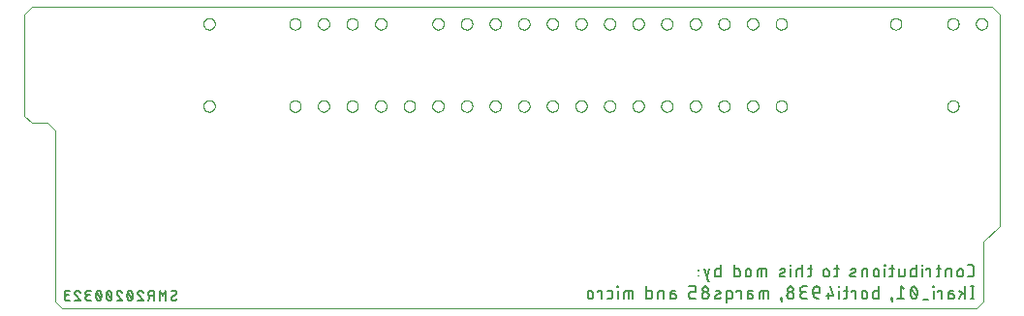
<source format=gbo>
G04 EAGLE Gerber RS-274X export*
G75*
%MOMM*%
%FSLAX34Y34*%
%LPD*%
%INseide unten*%
%IPPOS*%
%AMOC8*
5,1,8,0,0,1.08239X$1,22.5*%
G01*
%ADD10C,0.000000*%
%ADD11C,0.152400*%
%ADD12C,0.203200*%


D10*
X0Y168910D02*
X6350Y162560D01*
X20320Y162560D01*
X26670Y156210D01*
X26670Y6350D01*
X33020Y0D01*
X831850Y0D01*
X838200Y6350D01*
X838200Y58420D01*
X852170Y72390D01*
X852170Y257810D01*
X845820Y264160D01*
X6350Y264160D01*
X0Y257810D01*
X0Y168910D01*
D11*
X128321Y9031D02*
X128323Y8945D01*
X128329Y8859D01*
X128338Y8773D01*
X128352Y8688D01*
X128369Y8604D01*
X128390Y8520D01*
X128415Y8438D01*
X128443Y8357D01*
X128475Y8277D01*
X128511Y8198D01*
X128550Y8122D01*
X128593Y8047D01*
X128638Y7974D01*
X128687Y7903D01*
X128740Y7835D01*
X128795Y7768D01*
X128853Y7705D01*
X128914Y7644D01*
X128977Y7586D01*
X129044Y7531D01*
X129112Y7478D01*
X129183Y7429D01*
X129256Y7384D01*
X129331Y7341D01*
X129407Y7302D01*
X129486Y7266D01*
X129566Y7234D01*
X129647Y7206D01*
X129729Y7181D01*
X129813Y7160D01*
X129897Y7143D01*
X129982Y7129D01*
X130068Y7120D01*
X130154Y7114D01*
X130240Y7112D01*
X130363Y7114D01*
X130486Y7119D01*
X130609Y7129D01*
X130731Y7142D01*
X130853Y7159D01*
X130975Y7179D01*
X131095Y7203D01*
X131215Y7231D01*
X131334Y7262D01*
X131452Y7298D01*
X131569Y7336D01*
X131685Y7378D01*
X131799Y7424D01*
X131912Y7473D01*
X132024Y7525D01*
X132133Y7581D01*
X132241Y7640D01*
X132347Y7703D01*
X132452Y7768D01*
X132554Y7837D01*
X132654Y7909D01*
X132751Y7984D01*
X132847Y8061D01*
X132940Y8142D01*
X133031Y8225D01*
X133119Y8311D01*
X132878Y13829D02*
X132876Y13915D01*
X132870Y14001D01*
X132861Y14087D01*
X132847Y14172D01*
X132830Y14256D01*
X132809Y14340D01*
X132784Y14422D01*
X132756Y14503D01*
X132724Y14583D01*
X132688Y14662D01*
X132649Y14738D01*
X132606Y14813D01*
X132561Y14886D01*
X132512Y14957D01*
X132459Y15025D01*
X132404Y15092D01*
X132346Y15155D01*
X132285Y15216D01*
X132222Y15274D01*
X132155Y15329D01*
X132087Y15382D01*
X132016Y15431D01*
X131943Y15476D01*
X131868Y15519D01*
X131792Y15558D01*
X131713Y15594D01*
X131633Y15626D01*
X131552Y15654D01*
X131470Y15679D01*
X131386Y15700D01*
X131302Y15717D01*
X131217Y15731D01*
X131131Y15740D01*
X131045Y15746D01*
X130959Y15748D01*
X130843Y15746D01*
X130728Y15741D01*
X130612Y15731D01*
X130497Y15718D01*
X130383Y15702D01*
X130269Y15681D01*
X130155Y15657D01*
X130043Y15629D01*
X129932Y15598D01*
X129821Y15563D01*
X129712Y15525D01*
X129604Y15483D01*
X129498Y15438D01*
X129392Y15389D01*
X129289Y15337D01*
X129187Y15282D01*
X129088Y15223D01*
X128990Y15161D01*
X128894Y15096D01*
X128800Y15028D01*
X131919Y12150D02*
X131993Y12196D01*
X132066Y12246D01*
X132136Y12299D01*
X132204Y12355D01*
X132269Y12414D01*
X132332Y12476D01*
X132391Y12541D01*
X132448Y12608D01*
X132502Y12678D01*
X132552Y12750D01*
X132599Y12824D01*
X132643Y12900D01*
X132683Y12979D01*
X132719Y13059D01*
X132752Y13140D01*
X132781Y13223D01*
X132807Y13308D01*
X132829Y13393D01*
X132846Y13479D01*
X132860Y13566D01*
X132870Y13653D01*
X132876Y13741D01*
X132878Y13829D01*
X129281Y10710D02*
X129206Y10664D01*
X129133Y10614D01*
X129063Y10561D01*
X128995Y10505D01*
X128930Y10446D01*
X128867Y10384D01*
X128808Y10319D01*
X128751Y10252D01*
X128697Y10182D01*
X128647Y10110D01*
X128600Y10036D01*
X128556Y9960D01*
X128516Y9881D01*
X128480Y9801D01*
X128447Y9720D01*
X128418Y9637D01*
X128392Y9552D01*
X128370Y9467D01*
X128353Y9381D01*
X128339Y9294D01*
X128329Y9207D01*
X128323Y9119D01*
X128321Y9031D01*
X129280Y10710D02*
X131919Y12150D01*
X123845Y15748D02*
X123845Y7112D01*
X120966Y10950D02*
X123845Y15748D01*
X120966Y10950D02*
X118087Y15748D01*
X118087Y7112D01*
X112917Y7112D02*
X112917Y15748D01*
X110518Y15748D01*
X110421Y15746D01*
X110325Y15740D01*
X110229Y15731D01*
X110133Y15717D01*
X110038Y15700D01*
X109944Y15678D01*
X109851Y15653D01*
X109758Y15625D01*
X109667Y15592D01*
X109578Y15556D01*
X109490Y15516D01*
X109403Y15473D01*
X109319Y15427D01*
X109236Y15377D01*
X109155Y15323D01*
X109077Y15267D01*
X109001Y15207D01*
X108927Y15145D01*
X108856Y15079D01*
X108788Y15011D01*
X108722Y14940D01*
X108660Y14866D01*
X108600Y14790D01*
X108544Y14712D01*
X108490Y14631D01*
X108440Y14549D01*
X108394Y14464D01*
X108351Y14377D01*
X108311Y14289D01*
X108275Y14200D01*
X108242Y14109D01*
X108214Y14016D01*
X108189Y13923D01*
X108167Y13829D01*
X108150Y13734D01*
X108136Y13638D01*
X108127Y13542D01*
X108121Y13446D01*
X108119Y13349D01*
X108121Y13252D01*
X108127Y13156D01*
X108136Y13060D01*
X108150Y12964D01*
X108167Y12869D01*
X108189Y12775D01*
X108214Y12682D01*
X108242Y12589D01*
X108275Y12498D01*
X108311Y12409D01*
X108351Y12321D01*
X108394Y12234D01*
X108440Y12150D01*
X108490Y12067D01*
X108544Y11986D01*
X108600Y11908D01*
X108660Y11832D01*
X108722Y11758D01*
X108788Y11687D01*
X108856Y11619D01*
X108927Y11553D01*
X109001Y11491D01*
X109077Y11431D01*
X109155Y11375D01*
X109236Y11321D01*
X109318Y11271D01*
X109403Y11225D01*
X109490Y11182D01*
X109578Y11142D01*
X109667Y11106D01*
X109758Y11073D01*
X109851Y11045D01*
X109944Y11020D01*
X110038Y10998D01*
X110133Y10981D01*
X110229Y10967D01*
X110325Y10958D01*
X110421Y10952D01*
X110518Y10950D01*
X112917Y10950D01*
X110038Y10950D02*
X108119Y7112D01*
X101219Y15748D02*
X101127Y15746D01*
X101036Y15740D01*
X100945Y15731D01*
X100854Y15717D01*
X100764Y15700D01*
X100675Y15678D01*
X100587Y15653D01*
X100500Y15625D01*
X100414Y15592D01*
X100330Y15556D01*
X100247Y15517D01*
X100166Y15474D01*
X100087Y15427D01*
X100010Y15378D01*
X99935Y15325D01*
X99863Y15269D01*
X99793Y15210D01*
X99725Y15148D01*
X99660Y15083D01*
X99598Y15015D01*
X99539Y14945D01*
X99483Y14873D01*
X99430Y14798D01*
X99381Y14721D01*
X99334Y14642D01*
X99291Y14561D01*
X99252Y14478D01*
X99216Y14394D01*
X99183Y14308D01*
X99155Y14221D01*
X99130Y14133D01*
X99108Y14044D01*
X99091Y13954D01*
X99077Y13863D01*
X99068Y13772D01*
X99062Y13681D01*
X99060Y13589D01*
X101219Y15748D02*
X101322Y15746D01*
X101424Y15740D01*
X101526Y15731D01*
X101628Y15718D01*
X101729Y15701D01*
X101830Y15680D01*
X101929Y15656D01*
X102028Y15627D01*
X102125Y15596D01*
X102222Y15560D01*
X102317Y15522D01*
X102410Y15479D01*
X102502Y15433D01*
X102592Y15384D01*
X102680Y15332D01*
X102767Y15276D01*
X102851Y15217D01*
X102932Y15156D01*
X103012Y15091D01*
X103089Y15023D01*
X103164Y14952D01*
X103235Y14879D01*
X103304Y14803D01*
X103371Y14725D01*
X103434Y14644D01*
X103494Y14561D01*
X103551Y14476D01*
X103605Y14389D01*
X103656Y14299D01*
X103703Y14208D01*
X103747Y14116D01*
X103788Y14021D01*
X103825Y13926D01*
X103858Y13829D01*
X99780Y11910D02*
X99713Y11976D01*
X99649Y12045D01*
X99588Y12116D01*
X99530Y12190D01*
X99475Y12266D01*
X99423Y12344D01*
X99374Y12424D01*
X99328Y12506D01*
X99286Y12590D01*
X99247Y12676D01*
X99212Y12763D01*
X99181Y12851D01*
X99153Y12941D01*
X99128Y13031D01*
X99107Y13123D01*
X99090Y13215D01*
X99077Y13308D01*
X99068Y13401D01*
X99062Y13495D01*
X99060Y13589D01*
X99780Y11910D02*
X103858Y7112D01*
X99060Y7112D01*
X94714Y11430D02*
X94712Y11600D01*
X94706Y11770D01*
X94696Y11939D01*
X94682Y12109D01*
X94663Y12278D01*
X94641Y12446D01*
X94615Y12614D01*
X94585Y12781D01*
X94550Y12947D01*
X94512Y13113D01*
X94470Y13278D01*
X94424Y13441D01*
X94374Y13604D01*
X94320Y13765D01*
X94263Y13925D01*
X94201Y14083D01*
X94136Y14240D01*
X94067Y14395D01*
X93994Y14549D01*
X93966Y14625D01*
X93934Y14700D01*
X93899Y14774D01*
X93861Y14846D01*
X93819Y14916D01*
X93774Y14984D01*
X93726Y15050D01*
X93675Y15114D01*
X93621Y15175D01*
X93565Y15234D01*
X93505Y15290D01*
X93444Y15343D01*
X93380Y15393D01*
X93313Y15441D01*
X93245Y15485D01*
X93174Y15526D01*
X93102Y15564D01*
X93028Y15598D01*
X92953Y15629D01*
X92876Y15657D01*
X92798Y15681D01*
X92719Y15701D01*
X92639Y15718D01*
X92559Y15731D01*
X92478Y15741D01*
X92397Y15746D01*
X92315Y15748D01*
X92233Y15746D01*
X92152Y15741D01*
X92071Y15731D01*
X91991Y15718D01*
X91911Y15701D01*
X91832Y15681D01*
X91754Y15657D01*
X91677Y15629D01*
X91602Y15598D01*
X91528Y15564D01*
X91456Y15526D01*
X91385Y15485D01*
X91317Y15441D01*
X91250Y15393D01*
X91186Y15343D01*
X91125Y15290D01*
X91065Y15234D01*
X91009Y15175D01*
X90955Y15114D01*
X90904Y15050D01*
X90856Y14984D01*
X90811Y14916D01*
X90769Y14846D01*
X90731Y14774D01*
X90696Y14700D01*
X90664Y14625D01*
X90636Y14549D01*
X90563Y14395D01*
X90494Y14240D01*
X90429Y14083D01*
X90367Y13925D01*
X90310Y13765D01*
X90256Y13604D01*
X90206Y13441D01*
X90160Y13278D01*
X90118Y13113D01*
X90080Y12947D01*
X90045Y12781D01*
X90015Y12614D01*
X89989Y12446D01*
X89967Y12278D01*
X89948Y12109D01*
X89934Y11939D01*
X89924Y11770D01*
X89918Y11600D01*
X89916Y11430D01*
X94714Y11430D02*
X94712Y11260D01*
X94706Y11090D01*
X94696Y10921D01*
X94682Y10751D01*
X94663Y10582D01*
X94641Y10414D01*
X94615Y10246D01*
X94585Y10079D01*
X94550Y9913D01*
X94512Y9747D01*
X94470Y9582D01*
X94424Y9419D01*
X94374Y9257D01*
X94320Y9095D01*
X94263Y8936D01*
X94201Y8777D01*
X94136Y8620D01*
X94067Y8465D01*
X93994Y8311D01*
X93966Y8235D01*
X93934Y8160D01*
X93899Y8086D01*
X93861Y8014D01*
X93819Y7944D01*
X93774Y7876D01*
X93726Y7810D01*
X93675Y7746D01*
X93621Y7685D01*
X93565Y7626D01*
X93505Y7570D01*
X93444Y7517D01*
X93380Y7467D01*
X93313Y7419D01*
X93245Y7375D01*
X93174Y7334D01*
X93102Y7296D01*
X93028Y7262D01*
X92953Y7231D01*
X92876Y7203D01*
X92798Y7179D01*
X92719Y7159D01*
X92639Y7142D01*
X92559Y7129D01*
X92478Y7119D01*
X92397Y7114D01*
X92315Y7112D01*
X90636Y8311D02*
X90563Y8465D01*
X90494Y8620D01*
X90429Y8777D01*
X90367Y8936D01*
X90310Y9095D01*
X90256Y9257D01*
X90206Y9419D01*
X90160Y9582D01*
X90118Y9747D01*
X90080Y9913D01*
X90045Y10079D01*
X90015Y10246D01*
X89989Y10414D01*
X89967Y10582D01*
X89948Y10751D01*
X89934Y10921D01*
X89924Y11090D01*
X89918Y11260D01*
X89916Y11430D01*
X90636Y8311D02*
X90664Y8235D01*
X90696Y8160D01*
X90731Y8086D01*
X90769Y8014D01*
X90811Y7944D01*
X90856Y7876D01*
X90904Y7810D01*
X90955Y7746D01*
X91009Y7685D01*
X91065Y7626D01*
X91125Y7570D01*
X91186Y7517D01*
X91250Y7467D01*
X91317Y7419D01*
X91385Y7375D01*
X91456Y7334D01*
X91528Y7296D01*
X91602Y7262D01*
X91677Y7231D01*
X91754Y7203D01*
X91832Y7179D01*
X91911Y7159D01*
X91991Y7142D01*
X92071Y7129D01*
X92152Y7119D01*
X92233Y7114D01*
X92315Y7112D01*
X94234Y9031D02*
X90396Y13829D01*
X82931Y15748D02*
X82839Y15746D01*
X82748Y15740D01*
X82657Y15731D01*
X82566Y15717D01*
X82476Y15700D01*
X82387Y15678D01*
X82299Y15653D01*
X82212Y15625D01*
X82126Y15592D01*
X82042Y15556D01*
X81959Y15517D01*
X81878Y15474D01*
X81799Y15427D01*
X81722Y15378D01*
X81647Y15325D01*
X81575Y15269D01*
X81505Y15210D01*
X81437Y15148D01*
X81372Y15083D01*
X81310Y15015D01*
X81251Y14945D01*
X81195Y14873D01*
X81142Y14798D01*
X81093Y14721D01*
X81046Y14642D01*
X81003Y14561D01*
X80964Y14478D01*
X80928Y14394D01*
X80895Y14308D01*
X80867Y14221D01*
X80842Y14133D01*
X80820Y14044D01*
X80803Y13954D01*
X80789Y13863D01*
X80780Y13772D01*
X80774Y13681D01*
X80772Y13589D01*
X82931Y15748D02*
X83034Y15746D01*
X83136Y15740D01*
X83238Y15731D01*
X83340Y15718D01*
X83441Y15701D01*
X83542Y15680D01*
X83641Y15656D01*
X83740Y15627D01*
X83837Y15596D01*
X83934Y15560D01*
X84029Y15522D01*
X84122Y15479D01*
X84214Y15433D01*
X84304Y15384D01*
X84392Y15332D01*
X84479Y15276D01*
X84563Y15217D01*
X84644Y15156D01*
X84724Y15091D01*
X84801Y15023D01*
X84876Y14952D01*
X84947Y14879D01*
X85016Y14803D01*
X85083Y14725D01*
X85146Y14644D01*
X85206Y14561D01*
X85263Y14476D01*
X85317Y14389D01*
X85368Y14299D01*
X85415Y14208D01*
X85459Y14116D01*
X85500Y14021D01*
X85537Y13926D01*
X85570Y13829D01*
X81492Y11910D02*
X81425Y11976D01*
X81361Y12045D01*
X81300Y12116D01*
X81242Y12190D01*
X81187Y12266D01*
X81135Y12344D01*
X81086Y12424D01*
X81040Y12506D01*
X80998Y12590D01*
X80959Y12676D01*
X80924Y12763D01*
X80893Y12851D01*
X80865Y12941D01*
X80840Y13031D01*
X80819Y13123D01*
X80802Y13215D01*
X80789Y13308D01*
X80780Y13401D01*
X80774Y13495D01*
X80772Y13589D01*
X81492Y11910D02*
X85570Y7112D01*
X80772Y7112D01*
X76426Y11430D02*
X76424Y11600D01*
X76418Y11770D01*
X76408Y11939D01*
X76394Y12109D01*
X76375Y12278D01*
X76353Y12446D01*
X76327Y12614D01*
X76297Y12781D01*
X76262Y12947D01*
X76224Y13113D01*
X76182Y13278D01*
X76136Y13441D01*
X76086Y13604D01*
X76032Y13765D01*
X75975Y13925D01*
X75913Y14083D01*
X75848Y14240D01*
X75779Y14395D01*
X75706Y14549D01*
X75678Y14625D01*
X75646Y14700D01*
X75611Y14774D01*
X75573Y14846D01*
X75531Y14916D01*
X75486Y14984D01*
X75438Y15050D01*
X75387Y15114D01*
X75333Y15175D01*
X75277Y15234D01*
X75217Y15290D01*
X75156Y15343D01*
X75092Y15393D01*
X75025Y15441D01*
X74957Y15485D01*
X74886Y15526D01*
X74814Y15564D01*
X74740Y15598D01*
X74665Y15629D01*
X74588Y15657D01*
X74510Y15681D01*
X74431Y15701D01*
X74351Y15718D01*
X74271Y15731D01*
X74190Y15741D01*
X74109Y15746D01*
X74027Y15748D01*
X73945Y15746D01*
X73864Y15741D01*
X73783Y15731D01*
X73703Y15718D01*
X73623Y15701D01*
X73544Y15681D01*
X73466Y15657D01*
X73389Y15629D01*
X73314Y15598D01*
X73240Y15564D01*
X73168Y15526D01*
X73097Y15485D01*
X73029Y15441D01*
X72962Y15393D01*
X72898Y15343D01*
X72837Y15290D01*
X72777Y15234D01*
X72721Y15175D01*
X72667Y15114D01*
X72616Y15050D01*
X72568Y14984D01*
X72523Y14916D01*
X72481Y14846D01*
X72443Y14774D01*
X72408Y14700D01*
X72376Y14625D01*
X72348Y14549D01*
X72275Y14395D01*
X72206Y14240D01*
X72141Y14083D01*
X72079Y13925D01*
X72022Y13765D01*
X71968Y13604D01*
X71918Y13441D01*
X71872Y13278D01*
X71830Y13113D01*
X71792Y12947D01*
X71757Y12781D01*
X71727Y12614D01*
X71701Y12446D01*
X71679Y12278D01*
X71660Y12109D01*
X71646Y11939D01*
X71636Y11770D01*
X71630Y11600D01*
X71628Y11430D01*
X76426Y11430D02*
X76424Y11260D01*
X76418Y11090D01*
X76408Y10921D01*
X76394Y10751D01*
X76375Y10582D01*
X76353Y10414D01*
X76327Y10246D01*
X76297Y10079D01*
X76262Y9913D01*
X76224Y9747D01*
X76182Y9582D01*
X76136Y9419D01*
X76086Y9257D01*
X76032Y9095D01*
X75975Y8936D01*
X75913Y8777D01*
X75848Y8620D01*
X75779Y8465D01*
X75706Y8311D01*
X75678Y8235D01*
X75646Y8160D01*
X75611Y8086D01*
X75573Y8014D01*
X75531Y7944D01*
X75486Y7876D01*
X75438Y7810D01*
X75387Y7746D01*
X75333Y7685D01*
X75277Y7626D01*
X75217Y7570D01*
X75156Y7517D01*
X75092Y7467D01*
X75025Y7419D01*
X74957Y7375D01*
X74886Y7334D01*
X74814Y7296D01*
X74740Y7262D01*
X74665Y7231D01*
X74588Y7203D01*
X74510Y7179D01*
X74431Y7159D01*
X74351Y7142D01*
X74271Y7129D01*
X74190Y7119D01*
X74109Y7114D01*
X74027Y7112D01*
X72348Y8311D02*
X72275Y8465D01*
X72206Y8620D01*
X72141Y8777D01*
X72079Y8936D01*
X72022Y9095D01*
X71968Y9257D01*
X71918Y9419D01*
X71872Y9582D01*
X71830Y9747D01*
X71792Y9913D01*
X71757Y10079D01*
X71727Y10246D01*
X71701Y10414D01*
X71679Y10582D01*
X71660Y10751D01*
X71646Y10921D01*
X71636Y11090D01*
X71630Y11260D01*
X71628Y11430D01*
X72348Y8311D02*
X72376Y8235D01*
X72408Y8160D01*
X72443Y8086D01*
X72481Y8014D01*
X72523Y7944D01*
X72568Y7876D01*
X72616Y7810D01*
X72667Y7746D01*
X72721Y7685D01*
X72777Y7626D01*
X72837Y7570D01*
X72898Y7517D01*
X72962Y7467D01*
X73029Y7419D01*
X73097Y7375D01*
X73168Y7334D01*
X73240Y7296D01*
X73314Y7262D01*
X73389Y7231D01*
X73466Y7203D01*
X73544Y7179D01*
X73623Y7159D01*
X73703Y7142D01*
X73783Y7129D01*
X73864Y7119D01*
X73945Y7114D01*
X74027Y7112D01*
X75946Y9031D02*
X72108Y13829D01*
X67282Y11430D02*
X67280Y11600D01*
X67274Y11770D01*
X67264Y11939D01*
X67250Y12109D01*
X67231Y12278D01*
X67209Y12446D01*
X67183Y12614D01*
X67153Y12781D01*
X67118Y12947D01*
X67080Y13113D01*
X67038Y13278D01*
X66992Y13441D01*
X66942Y13604D01*
X66888Y13765D01*
X66831Y13925D01*
X66769Y14083D01*
X66704Y14240D01*
X66635Y14395D01*
X66562Y14549D01*
X66534Y14625D01*
X66502Y14700D01*
X66467Y14774D01*
X66429Y14846D01*
X66387Y14916D01*
X66342Y14984D01*
X66294Y15050D01*
X66243Y15114D01*
X66189Y15175D01*
X66133Y15234D01*
X66073Y15290D01*
X66012Y15343D01*
X65948Y15393D01*
X65881Y15441D01*
X65813Y15485D01*
X65742Y15526D01*
X65670Y15564D01*
X65596Y15598D01*
X65521Y15629D01*
X65444Y15657D01*
X65366Y15681D01*
X65287Y15701D01*
X65207Y15718D01*
X65127Y15731D01*
X65046Y15741D01*
X64965Y15746D01*
X64883Y15748D01*
X64801Y15746D01*
X64720Y15741D01*
X64639Y15731D01*
X64559Y15718D01*
X64479Y15701D01*
X64400Y15681D01*
X64322Y15657D01*
X64245Y15629D01*
X64170Y15598D01*
X64096Y15564D01*
X64024Y15526D01*
X63953Y15485D01*
X63885Y15441D01*
X63818Y15393D01*
X63754Y15343D01*
X63693Y15290D01*
X63633Y15234D01*
X63577Y15175D01*
X63523Y15114D01*
X63472Y15050D01*
X63424Y14984D01*
X63379Y14916D01*
X63337Y14846D01*
X63299Y14774D01*
X63264Y14700D01*
X63232Y14625D01*
X63204Y14549D01*
X63131Y14395D01*
X63062Y14240D01*
X62997Y14083D01*
X62935Y13925D01*
X62878Y13765D01*
X62824Y13604D01*
X62774Y13441D01*
X62728Y13278D01*
X62686Y13113D01*
X62648Y12947D01*
X62613Y12781D01*
X62583Y12614D01*
X62557Y12446D01*
X62535Y12278D01*
X62516Y12109D01*
X62502Y11939D01*
X62492Y11770D01*
X62486Y11600D01*
X62484Y11430D01*
X67282Y11430D02*
X67280Y11260D01*
X67274Y11090D01*
X67264Y10921D01*
X67250Y10751D01*
X67231Y10582D01*
X67209Y10414D01*
X67183Y10246D01*
X67153Y10079D01*
X67118Y9913D01*
X67080Y9747D01*
X67038Y9582D01*
X66992Y9419D01*
X66942Y9257D01*
X66888Y9095D01*
X66831Y8936D01*
X66769Y8777D01*
X66704Y8620D01*
X66635Y8465D01*
X66562Y8311D01*
X66534Y8235D01*
X66502Y8160D01*
X66467Y8086D01*
X66429Y8014D01*
X66387Y7944D01*
X66342Y7876D01*
X66294Y7810D01*
X66243Y7746D01*
X66189Y7685D01*
X66133Y7626D01*
X66073Y7570D01*
X66012Y7517D01*
X65948Y7467D01*
X65881Y7419D01*
X65813Y7375D01*
X65742Y7334D01*
X65670Y7296D01*
X65596Y7262D01*
X65521Y7231D01*
X65444Y7203D01*
X65366Y7179D01*
X65287Y7159D01*
X65207Y7142D01*
X65127Y7129D01*
X65046Y7119D01*
X64965Y7114D01*
X64883Y7112D01*
X63204Y8311D02*
X63131Y8465D01*
X63062Y8620D01*
X62997Y8777D01*
X62935Y8936D01*
X62878Y9095D01*
X62824Y9257D01*
X62774Y9419D01*
X62728Y9582D01*
X62686Y9747D01*
X62648Y9913D01*
X62613Y10079D01*
X62583Y10246D01*
X62557Y10414D01*
X62535Y10582D01*
X62516Y10751D01*
X62502Y10921D01*
X62492Y11090D01*
X62486Y11260D01*
X62484Y11430D01*
X63204Y8311D02*
X63232Y8235D01*
X63264Y8160D01*
X63299Y8086D01*
X63337Y8014D01*
X63379Y7944D01*
X63424Y7876D01*
X63472Y7810D01*
X63523Y7746D01*
X63577Y7685D01*
X63633Y7626D01*
X63693Y7570D01*
X63754Y7517D01*
X63818Y7467D01*
X63885Y7419D01*
X63953Y7375D01*
X64024Y7334D01*
X64096Y7296D01*
X64170Y7262D01*
X64245Y7231D01*
X64322Y7203D01*
X64400Y7179D01*
X64479Y7159D01*
X64559Y7142D01*
X64639Y7129D01*
X64720Y7119D01*
X64801Y7114D01*
X64883Y7112D01*
X66802Y9031D02*
X62964Y13829D01*
X58138Y7112D02*
X55739Y7112D01*
X55642Y7114D01*
X55546Y7120D01*
X55450Y7129D01*
X55354Y7143D01*
X55259Y7160D01*
X55165Y7182D01*
X55072Y7207D01*
X54979Y7235D01*
X54888Y7268D01*
X54799Y7304D01*
X54711Y7344D01*
X54624Y7387D01*
X54539Y7433D01*
X54457Y7483D01*
X54376Y7537D01*
X54298Y7593D01*
X54222Y7653D01*
X54148Y7715D01*
X54077Y7781D01*
X54009Y7849D01*
X53943Y7920D01*
X53881Y7994D01*
X53821Y8070D01*
X53765Y8148D01*
X53711Y8229D01*
X53661Y8312D01*
X53615Y8396D01*
X53572Y8483D01*
X53532Y8571D01*
X53496Y8660D01*
X53463Y8751D01*
X53435Y8844D01*
X53410Y8937D01*
X53388Y9031D01*
X53371Y9126D01*
X53357Y9222D01*
X53348Y9318D01*
X53342Y9414D01*
X53340Y9511D01*
X53342Y9608D01*
X53348Y9704D01*
X53357Y9800D01*
X53371Y9896D01*
X53388Y9991D01*
X53410Y10085D01*
X53435Y10178D01*
X53463Y10271D01*
X53496Y10362D01*
X53532Y10451D01*
X53572Y10539D01*
X53615Y10626D01*
X53661Y10711D01*
X53711Y10793D01*
X53765Y10874D01*
X53821Y10952D01*
X53881Y11028D01*
X53943Y11102D01*
X54009Y11173D01*
X54077Y11241D01*
X54148Y11307D01*
X54222Y11369D01*
X54298Y11429D01*
X54376Y11485D01*
X54457Y11539D01*
X54540Y11589D01*
X54624Y11635D01*
X54711Y11678D01*
X54799Y11718D01*
X54888Y11754D01*
X54979Y11787D01*
X55072Y11815D01*
X55165Y11840D01*
X55259Y11862D01*
X55354Y11879D01*
X55450Y11893D01*
X55546Y11902D01*
X55642Y11908D01*
X55739Y11910D01*
X55259Y15748D02*
X58138Y15748D01*
X55259Y15748D02*
X55173Y15746D01*
X55087Y15740D01*
X55001Y15731D01*
X54916Y15717D01*
X54832Y15700D01*
X54748Y15679D01*
X54666Y15654D01*
X54585Y15626D01*
X54505Y15594D01*
X54426Y15558D01*
X54350Y15519D01*
X54275Y15476D01*
X54202Y15431D01*
X54131Y15382D01*
X54063Y15329D01*
X53996Y15274D01*
X53933Y15216D01*
X53872Y15155D01*
X53814Y15092D01*
X53759Y15025D01*
X53706Y14957D01*
X53657Y14886D01*
X53612Y14813D01*
X53569Y14738D01*
X53530Y14662D01*
X53494Y14583D01*
X53462Y14503D01*
X53434Y14422D01*
X53409Y14340D01*
X53388Y14256D01*
X53371Y14172D01*
X53357Y14087D01*
X53348Y14001D01*
X53342Y13915D01*
X53340Y13829D01*
X53342Y13743D01*
X53348Y13657D01*
X53357Y13571D01*
X53371Y13486D01*
X53388Y13402D01*
X53409Y13318D01*
X53434Y13236D01*
X53462Y13155D01*
X53494Y13075D01*
X53530Y12996D01*
X53569Y12920D01*
X53612Y12845D01*
X53657Y12772D01*
X53706Y12701D01*
X53759Y12633D01*
X53814Y12566D01*
X53872Y12503D01*
X53933Y12442D01*
X53996Y12384D01*
X54063Y12329D01*
X54131Y12276D01*
X54202Y12227D01*
X54275Y12182D01*
X54350Y12139D01*
X54426Y12100D01*
X54505Y12064D01*
X54585Y12032D01*
X54666Y12004D01*
X54748Y11979D01*
X54832Y11958D01*
X54916Y11941D01*
X55001Y11927D01*
X55087Y11918D01*
X55173Y11912D01*
X55259Y11910D01*
X57178Y11910D01*
X46355Y15748D02*
X46263Y15746D01*
X46172Y15740D01*
X46081Y15731D01*
X45990Y15717D01*
X45900Y15700D01*
X45811Y15678D01*
X45723Y15653D01*
X45636Y15625D01*
X45550Y15592D01*
X45466Y15556D01*
X45383Y15517D01*
X45302Y15474D01*
X45223Y15427D01*
X45146Y15378D01*
X45071Y15325D01*
X44999Y15269D01*
X44929Y15210D01*
X44861Y15148D01*
X44796Y15083D01*
X44734Y15015D01*
X44675Y14945D01*
X44619Y14873D01*
X44566Y14798D01*
X44517Y14721D01*
X44470Y14642D01*
X44427Y14561D01*
X44388Y14478D01*
X44352Y14394D01*
X44319Y14308D01*
X44291Y14221D01*
X44266Y14133D01*
X44244Y14044D01*
X44227Y13954D01*
X44213Y13863D01*
X44204Y13772D01*
X44198Y13681D01*
X44196Y13589D01*
X46355Y15748D02*
X46458Y15746D01*
X46560Y15740D01*
X46662Y15731D01*
X46764Y15718D01*
X46865Y15701D01*
X46966Y15680D01*
X47065Y15656D01*
X47164Y15627D01*
X47261Y15596D01*
X47358Y15560D01*
X47453Y15522D01*
X47546Y15479D01*
X47638Y15433D01*
X47728Y15384D01*
X47816Y15332D01*
X47903Y15276D01*
X47987Y15217D01*
X48068Y15156D01*
X48148Y15091D01*
X48225Y15023D01*
X48300Y14952D01*
X48371Y14879D01*
X48440Y14803D01*
X48507Y14725D01*
X48570Y14644D01*
X48630Y14561D01*
X48687Y14476D01*
X48741Y14389D01*
X48792Y14299D01*
X48839Y14208D01*
X48883Y14116D01*
X48924Y14021D01*
X48961Y13926D01*
X48994Y13829D01*
X44916Y11910D02*
X44849Y11976D01*
X44785Y12045D01*
X44724Y12116D01*
X44666Y12190D01*
X44611Y12266D01*
X44559Y12344D01*
X44510Y12424D01*
X44464Y12506D01*
X44422Y12590D01*
X44383Y12676D01*
X44348Y12763D01*
X44317Y12851D01*
X44289Y12941D01*
X44264Y13031D01*
X44243Y13123D01*
X44226Y13215D01*
X44213Y13308D01*
X44204Y13401D01*
X44198Y13495D01*
X44196Y13589D01*
X44916Y11910D02*
X48994Y7112D01*
X44196Y7112D01*
X39850Y7112D02*
X37451Y7112D01*
X37354Y7114D01*
X37258Y7120D01*
X37162Y7129D01*
X37066Y7143D01*
X36971Y7160D01*
X36877Y7182D01*
X36784Y7207D01*
X36691Y7235D01*
X36600Y7268D01*
X36511Y7304D01*
X36423Y7344D01*
X36336Y7387D01*
X36251Y7433D01*
X36169Y7483D01*
X36088Y7537D01*
X36010Y7593D01*
X35934Y7653D01*
X35860Y7715D01*
X35789Y7781D01*
X35721Y7849D01*
X35655Y7920D01*
X35593Y7994D01*
X35533Y8070D01*
X35477Y8148D01*
X35423Y8229D01*
X35373Y8312D01*
X35327Y8396D01*
X35284Y8483D01*
X35244Y8571D01*
X35208Y8660D01*
X35175Y8751D01*
X35147Y8844D01*
X35122Y8937D01*
X35100Y9031D01*
X35083Y9126D01*
X35069Y9222D01*
X35060Y9318D01*
X35054Y9414D01*
X35052Y9511D01*
X35054Y9608D01*
X35060Y9704D01*
X35069Y9800D01*
X35083Y9896D01*
X35100Y9991D01*
X35122Y10085D01*
X35147Y10178D01*
X35175Y10271D01*
X35208Y10362D01*
X35244Y10451D01*
X35284Y10539D01*
X35327Y10626D01*
X35373Y10711D01*
X35423Y10793D01*
X35477Y10874D01*
X35533Y10952D01*
X35593Y11028D01*
X35655Y11102D01*
X35721Y11173D01*
X35789Y11241D01*
X35860Y11307D01*
X35934Y11369D01*
X36010Y11429D01*
X36088Y11485D01*
X36169Y11539D01*
X36252Y11589D01*
X36336Y11635D01*
X36423Y11678D01*
X36511Y11718D01*
X36600Y11754D01*
X36691Y11787D01*
X36784Y11815D01*
X36877Y11840D01*
X36971Y11862D01*
X37066Y11879D01*
X37162Y11893D01*
X37258Y11902D01*
X37354Y11908D01*
X37451Y11910D01*
X36971Y15748D02*
X39850Y15748D01*
X36971Y15748D02*
X36885Y15746D01*
X36799Y15740D01*
X36713Y15731D01*
X36628Y15717D01*
X36544Y15700D01*
X36460Y15679D01*
X36378Y15654D01*
X36297Y15626D01*
X36217Y15594D01*
X36138Y15558D01*
X36062Y15519D01*
X35987Y15476D01*
X35914Y15431D01*
X35843Y15382D01*
X35775Y15329D01*
X35708Y15274D01*
X35645Y15216D01*
X35584Y15155D01*
X35526Y15092D01*
X35471Y15025D01*
X35418Y14957D01*
X35369Y14886D01*
X35324Y14813D01*
X35281Y14738D01*
X35242Y14662D01*
X35206Y14583D01*
X35174Y14503D01*
X35146Y14422D01*
X35121Y14340D01*
X35100Y14256D01*
X35083Y14172D01*
X35069Y14087D01*
X35060Y14001D01*
X35054Y13915D01*
X35052Y13829D01*
X35054Y13743D01*
X35060Y13657D01*
X35069Y13571D01*
X35083Y13486D01*
X35100Y13402D01*
X35121Y13318D01*
X35146Y13236D01*
X35174Y13155D01*
X35206Y13075D01*
X35242Y12996D01*
X35281Y12920D01*
X35324Y12845D01*
X35369Y12772D01*
X35418Y12701D01*
X35471Y12633D01*
X35526Y12566D01*
X35584Y12503D01*
X35645Y12442D01*
X35708Y12384D01*
X35775Y12329D01*
X35843Y12276D01*
X35914Y12227D01*
X35987Y12182D01*
X36062Y12139D01*
X36138Y12100D01*
X36217Y12064D01*
X36297Y12032D01*
X36378Y12004D01*
X36460Y11979D01*
X36544Y11958D01*
X36628Y11941D01*
X36713Y11927D01*
X36799Y11918D01*
X36885Y11912D01*
X36971Y11910D01*
X38890Y11910D01*
D12*
X824823Y27686D02*
X827193Y27686D01*
X827288Y27688D01*
X827384Y27694D01*
X827479Y27703D01*
X827573Y27717D01*
X827667Y27734D01*
X827760Y27755D01*
X827853Y27780D01*
X827944Y27808D01*
X828034Y27840D01*
X828122Y27876D01*
X828209Y27915D01*
X828295Y27958D01*
X828379Y28004D01*
X828460Y28053D01*
X828540Y28106D01*
X828617Y28162D01*
X828693Y28220D01*
X828765Y28282D01*
X828835Y28347D01*
X828903Y28415D01*
X828968Y28485D01*
X829030Y28557D01*
X829088Y28633D01*
X829144Y28710D01*
X829197Y28790D01*
X829246Y28872D01*
X829292Y28955D01*
X829335Y29041D01*
X829374Y29128D01*
X829410Y29216D01*
X829442Y29306D01*
X829470Y29397D01*
X829495Y29490D01*
X829516Y29583D01*
X829533Y29677D01*
X829547Y29771D01*
X829556Y29866D01*
X829562Y29962D01*
X829564Y30057D01*
X829564Y35983D01*
X829562Y36078D01*
X829556Y36174D01*
X829547Y36269D01*
X829533Y36363D01*
X829516Y36457D01*
X829495Y36550D01*
X829470Y36643D01*
X829442Y36734D01*
X829410Y36824D01*
X829374Y36912D01*
X829335Y36999D01*
X829292Y37085D01*
X829246Y37168D01*
X829197Y37250D01*
X829144Y37330D01*
X829088Y37407D01*
X829030Y37483D01*
X828968Y37555D01*
X828903Y37625D01*
X828835Y37693D01*
X828765Y37758D01*
X828693Y37820D01*
X828617Y37878D01*
X828540Y37934D01*
X828460Y37987D01*
X828379Y38036D01*
X828295Y38082D01*
X828209Y38125D01*
X828122Y38164D01*
X828034Y38200D01*
X827944Y38232D01*
X827853Y38260D01*
X827760Y38285D01*
X827667Y38306D01*
X827573Y38323D01*
X827479Y38337D01*
X827384Y38346D01*
X827289Y38352D01*
X827193Y38354D01*
X824823Y38354D01*
X820159Y32427D02*
X820159Y30057D01*
X820159Y32427D02*
X820157Y32524D01*
X820151Y32620D01*
X820141Y32716D01*
X820127Y32812D01*
X820110Y32907D01*
X820088Y33002D01*
X820063Y33095D01*
X820034Y33187D01*
X820001Y33278D01*
X819964Y33368D01*
X819924Y33456D01*
X819880Y33542D01*
X819833Y33626D01*
X819783Y33709D01*
X819729Y33789D01*
X819671Y33867D01*
X819611Y33943D01*
X819548Y34016D01*
X819482Y34086D01*
X819412Y34154D01*
X819341Y34219D01*
X819266Y34281D01*
X819189Y34339D01*
X819110Y34395D01*
X819029Y34447D01*
X818945Y34496D01*
X818860Y34542D01*
X818773Y34584D01*
X818684Y34622D01*
X818594Y34657D01*
X818502Y34688D01*
X818409Y34715D01*
X818316Y34739D01*
X818221Y34758D01*
X818125Y34774D01*
X818029Y34786D01*
X817933Y34794D01*
X817836Y34798D01*
X817740Y34798D01*
X817643Y34794D01*
X817547Y34786D01*
X817451Y34774D01*
X817355Y34758D01*
X817260Y34739D01*
X817167Y34715D01*
X817074Y34688D01*
X816982Y34657D01*
X816892Y34622D01*
X816803Y34584D01*
X816716Y34542D01*
X816631Y34496D01*
X816547Y34447D01*
X816466Y34395D01*
X816387Y34339D01*
X816310Y34281D01*
X816235Y34219D01*
X816164Y34154D01*
X816094Y34086D01*
X816028Y34016D01*
X815965Y33943D01*
X815905Y33867D01*
X815847Y33789D01*
X815793Y33709D01*
X815743Y33626D01*
X815696Y33542D01*
X815652Y33456D01*
X815612Y33368D01*
X815575Y33278D01*
X815542Y33187D01*
X815513Y33095D01*
X815488Y33002D01*
X815466Y32907D01*
X815449Y32812D01*
X815435Y32716D01*
X815425Y32620D01*
X815419Y32524D01*
X815417Y32427D01*
X815417Y30057D01*
X815419Y29960D01*
X815425Y29864D01*
X815435Y29768D01*
X815449Y29672D01*
X815466Y29577D01*
X815488Y29482D01*
X815513Y29389D01*
X815542Y29297D01*
X815575Y29206D01*
X815612Y29116D01*
X815652Y29028D01*
X815696Y28942D01*
X815743Y28858D01*
X815793Y28775D01*
X815847Y28695D01*
X815905Y28617D01*
X815965Y28541D01*
X816028Y28468D01*
X816094Y28398D01*
X816164Y28330D01*
X816235Y28265D01*
X816310Y28203D01*
X816387Y28145D01*
X816466Y28089D01*
X816547Y28037D01*
X816631Y27988D01*
X816716Y27942D01*
X816803Y27900D01*
X816892Y27862D01*
X816982Y27827D01*
X817074Y27796D01*
X817167Y27769D01*
X817260Y27745D01*
X817355Y27726D01*
X817451Y27710D01*
X817547Y27698D01*
X817643Y27690D01*
X817740Y27686D01*
X817836Y27686D01*
X817933Y27690D01*
X818029Y27698D01*
X818125Y27710D01*
X818221Y27726D01*
X818316Y27745D01*
X818409Y27769D01*
X818502Y27796D01*
X818594Y27827D01*
X818684Y27862D01*
X818773Y27900D01*
X818860Y27942D01*
X818945Y27988D01*
X819029Y28037D01*
X819110Y28089D01*
X819189Y28145D01*
X819266Y28203D01*
X819341Y28265D01*
X819412Y28330D01*
X819482Y28398D01*
X819548Y28468D01*
X819611Y28541D01*
X819671Y28617D01*
X819729Y28695D01*
X819783Y28775D01*
X819833Y28858D01*
X819880Y28942D01*
X819924Y29028D01*
X819964Y29116D01*
X820001Y29206D01*
X820034Y29297D01*
X820063Y29389D01*
X820088Y29482D01*
X820110Y29577D01*
X820127Y29672D01*
X820141Y29768D01*
X820151Y29864D01*
X820157Y29960D01*
X820159Y30057D01*
X809872Y27686D02*
X809872Y34798D01*
X806908Y34798D01*
X806826Y34796D01*
X806744Y34790D01*
X806662Y34781D01*
X806581Y34768D01*
X806501Y34751D01*
X806421Y34730D01*
X806343Y34706D01*
X806266Y34678D01*
X806190Y34647D01*
X806115Y34612D01*
X806043Y34573D01*
X805972Y34532D01*
X805903Y34487D01*
X805837Y34439D01*
X805772Y34388D01*
X805710Y34334D01*
X805651Y34277D01*
X805594Y34218D01*
X805540Y34156D01*
X805489Y34091D01*
X805441Y34025D01*
X805396Y33956D01*
X805355Y33885D01*
X805316Y33813D01*
X805281Y33738D01*
X805250Y33662D01*
X805222Y33585D01*
X805198Y33507D01*
X805177Y33427D01*
X805160Y33347D01*
X805147Y33266D01*
X805138Y33184D01*
X805132Y33102D01*
X805130Y33020D01*
X805130Y27686D01*
X800654Y34798D02*
X797098Y34798D01*
X799469Y38354D02*
X799469Y29464D01*
X799467Y29382D01*
X799461Y29300D01*
X799452Y29218D01*
X799439Y29137D01*
X799422Y29057D01*
X799401Y28977D01*
X799377Y28899D01*
X799349Y28822D01*
X799318Y28746D01*
X799283Y28671D01*
X799244Y28599D01*
X799203Y28528D01*
X799158Y28459D01*
X799110Y28393D01*
X799059Y28328D01*
X799005Y28266D01*
X798948Y28207D01*
X798889Y28150D01*
X798827Y28096D01*
X798762Y28045D01*
X798696Y27997D01*
X798627Y27952D01*
X798556Y27911D01*
X798484Y27872D01*
X798409Y27837D01*
X798333Y27806D01*
X798256Y27778D01*
X798178Y27754D01*
X798098Y27733D01*
X798018Y27716D01*
X797937Y27703D01*
X797855Y27694D01*
X797773Y27688D01*
X797691Y27686D01*
X797098Y27686D01*
X791865Y27686D02*
X791865Y34798D01*
X788309Y34798D01*
X788309Y33613D01*
X784641Y34798D02*
X784641Y27686D01*
X784937Y37761D02*
X784937Y38354D01*
X784345Y38354D01*
X784345Y37761D01*
X784937Y37761D01*
X779303Y38354D02*
X779303Y27686D01*
X776340Y27686D01*
X776258Y27688D01*
X776176Y27694D01*
X776094Y27703D01*
X776013Y27716D01*
X775933Y27733D01*
X775853Y27754D01*
X775775Y27778D01*
X775698Y27806D01*
X775622Y27837D01*
X775547Y27872D01*
X775475Y27911D01*
X775404Y27952D01*
X775335Y27997D01*
X775269Y28045D01*
X775204Y28096D01*
X775142Y28150D01*
X775083Y28207D01*
X775026Y28266D01*
X774972Y28328D01*
X774921Y28393D01*
X774873Y28459D01*
X774828Y28528D01*
X774787Y28599D01*
X774748Y28671D01*
X774713Y28746D01*
X774682Y28822D01*
X774654Y28899D01*
X774630Y28977D01*
X774609Y29057D01*
X774592Y29137D01*
X774579Y29218D01*
X774570Y29300D01*
X774564Y29382D01*
X774562Y29464D01*
X774562Y33020D01*
X774564Y33102D01*
X774570Y33184D01*
X774579Y33266D01*
X774592Y33347D01*
X774609Y33427D01*
X774630Y33507D01*
X774654Y33585D01*
X774682Y33662D01*
X774713Y33738D01*
X774748Y33813D01*
X774787Y33885D01*
X774828Y33956D01*
X774873Y34025D01*
X774921Y34091D01*
X774972Y34156D01*
X775026Y34218D01*
X775083Y34277D01*
X775142Y34334D01*
X775204Y34388D01*
X775269Y34439D01*
X775335Y34487D01*
X775404Y34532D01*
X775475Y34573D01*
X775547Y34612D01*
X775622Y34647D01*
X775698Y34678D01*
X775775Y34706D01*
X775853Y34730D01*
X775933Y34751D01*
X776013Y34768D01*
X776094Y34781D01*
X776176Y34790D01*
X776258Y34796D01*
X776340Y34798D01*
X779303Y34798D01*
X769105Y34798D02*
X769105Y29464D01*
X769103Y29382D01*
X769097Y29300D01*
X769088Y29218D01*
X769075Y29137D01*
X769058Y29057D01*
X769037Y28977D01*
X769013Y28899D01*
X768985Y28822D01*
X768954Y28746D01*
X768919Y28671D01*
X768880Y28599D01*
X768839Y28528D01*
X768794Y28459D01*
X768746Y28393D01*
X768695Y28328D01*
X768641Y28266D01*
X768584Y28207D01*
X768525Y28150D01*
X768463Y28096D01*
X768398Y28045D01*
X768332Y27997D01*
X768263Y27952D01*
X768192Y27911D01*
X768120Y27872D01*
X768045Y27837D01*
X767969Y27806D01*
X767892Y27778D01*
X767814Y27754D01*
X767734Y27733D01*
X767654Y27716D01*
X767573Y27703D01*
X767491Y27694D01*
X767409Y27688D01*
X767327Y27686D01*
X764363Y27686D01*
X764363Y34798D01*
X759888Y34798D02*
X756332Y34798D01*
X758702Y38354D02*
X758702Y29464D01*
X758700Y29382D01*
X758694Y29300D01*
X758685Y29218D01*
X758672Y29137D01*
X758655Y29057D01*
X758634Y28977D01*
X758610Y28899D01*
X758582Y28822D01*
X758551Y28746D01*
X758516Y28671D01*
X758477Y28599D01*
X758436Y28528D01*
X758391Y28459D01*
X758343Y28393D01*
X758292Y28328D01*
X758238Y28266D01*
X758181Y28207D01*
X758122Y28150D01*
X758060Y28096D01*
X757995Y28045D01*
X757929Y27997D01*
X757860Y27952D01*
X757789Y27911D01*
X757717Y27872D01*
X757642Y27837D01*
X757566Y27806D01*
X757489Y27778D01*
X757411Y27754D01*
X757331Y27733D01*
X757251Y27716D01*
X757170Y27703D01*
X757088Y27694D01*
X757006Y27688D01*
X756924Y27686D01*
X756332Y27686D01*
X751875Y27686D02*
X751875Y34798D01*
X752171Y37761D02*
X752171Y38354D01*
X751579Y38354D01*
X751579Y37761D01*
X752171Y37761D01*
X747007Y32427D02*
X747007Y30057D01*
X747007Y32427D02*
X747005Y32524D01*
X746999Y32620D01*
X746989Y32716D01*
X746975Y32812D01*
X746958Y32907D01*
X746936Y33002D01*
X746911Y33095D01*
X746882Y33187D01*
X746849Y33278D01*
X746812Y33368D01*
X746772Y33456D01*
X746728Y33542D01*
X746681Y33626D01*
X746631Y33709D01*
X746577Y33789D01*
X746519Y33867D01*
X746459Y33943D01*
X746396Y34016D01*
X746330Y34086D01*
X746260Y34154D01*
X746189Y34219D01*
X746114Y34281D01*
X746037Y34339D01*
X745958Y34395D01*
X745877Y34447D01*
X745793Y34496D01*
X745708Y34542D01*
X745621Y34584D01*
X745532Y34622D01*
X745442Y34657D01*
X745350Y34688D01*
X745257Y34715D01*
X745164Y34739D01*
X745069Y34758D01*
X744973Y34774D01*
X744877Y34786D01*
X744781Y34794D01*
X744684Y34798D01*
X744588Y34798D01*
X744491Y34794D01*
X744395Y34786D01*
X744299Y34774D01*
X744203Y34758D01*
X744108Y34739D01*
X744015Y34715D01*
X743922Y34688D01*
X743830Y34657D01*
X743740Y34622D01*
X743651Y34584D01*
X743564Y34542D01*
X743479Y34496D01*
X743395Y34447D01*
X743314Y34395D01*
X743235Y34339D01*
X743158Y34281D01*
X743083Y34219D01*
X743012Y34154D01*
X742942Y34086D01*
X742876Y34016D01*
X742813Y33943D01*
X742753Y33867D01*
X742695Y33789D01*
X742641Y33709D01*
X742591Y33626D01*
X742544Y33542D01*
X742500Y33456D01*
X742460Y33368D01*
X742423Y33278D01*
X742390Y33187D01*
X742361Y33095D01*
X742336Y33002D01*
X742314Y32907D01*
X742297Y32812D01*
X742283Y32716D01*
X742273Y32620D01*
X742267Y32524D01*
X742265Y32427D01*
X742265Y30057D01*
X742267Y29960D01*
X742273Y29864D01*
X742283Y29768D01*
X742297Y29672D01*
X742314Y29577D01*
X742336Y29482D01*
X742361Y29389D01*
X742390Y29297D01*
X742423Y29206D01*
X742460Y29116D01*
X742500Y29028D01*
X742544Y28942D01*
X742591Y28858D01*
X742641Y28775D01*
X742695Y28695D01*
X742753Y28617D01*
X742813Y28541D01*
X742876Y28468D01*
X742942Y28398D01*
X743012Y28330D01*
X743083Y28265D01*
X743158Y28203D01*
X743235Y28145D01*
X743314Y28089D01*
X743395Y28037D01*
X743479Y27988D01*
X743564Y27942D01*
X743651Y27900D01*
X743740Y27862D01*
X743830Y27827D01*
X743922Y27796D01*
X744015Y27769D01*
X744108Y27745D01*
X744203Y27726D01*
X744299Y27710D01*
X744395Y27698D01*
X744491Y27690D01*
X744588Y27686D01*
X744684Y27686D01*
X744781Y27690D01*
X744877Y27698D01*
X744973Y27710D01*
X745069Y27726D01*
X745164Y27745D01*
X745257Y27769D01*
X745350Y27796D01*
X745442Y27827D01*
X745532Y27862D01*
X745621Y27900D01*
X745708Y27942D01*
X745793Y27988D01*
X745877Y28037D01*
X745958Y28089D01*
X746037Y28145D01*
X746114Y28203D01*
X746189Y28265D01*
X746260Y28330D01*
X746330Y28398D01*
X746396Y28468D01*
X746459Y28541D01*
X746519Y28617D01*
X746577Y28695D01*
X746631Y28775D01*
X746681Y28858D01*
X746728Y28942D01*
X746772Y29028D01*
X746812Y29116D01*
X746849Y29206D01*
X746882Y29297D01*
X746911Y29389D01*
X746936Y29482D01*
X746958Y29577D01*
X746975Y29672D01*
X746989Y29768D01*
X746999Y29864D01*
X747005Y29960D01*
X747007Y30057D01*
X736720Y27686D02*
X736720Y34798D01*
X733756Y34798D01*
X733674Y34796D01*
X733592Y34790D01*
X733510Y34781D01*
X733429Y34768D01*
X733349Y34751D01*
X733269Y34730D01*
X733191Y34706D01*
X733114Y34678D01*
X733038Y34647D01*
X732963Y34612D01*
X732891Y34573D01*
X732820Y34532D01*
X732751Y34487D01*
X732685Y34439D01*
X732620Y34388D01*
X732558Y34334D01*
X732499Y34277D01*
X732442Y34218D01*
X732388Y34156D01*
X732337Y34091D01*
X732289Y34025D01*
X732244Y33956D01*
X732203Y33885D01*
X732164Y33813D01*
X732129Y33738D01*
X732098Y33662D01*
X732070Y33585D01*
X732046Y33507D01*
X732025Y33427D01*
X732008Y33347D01*
X731995Y33266D01*
X731986Y33184D01*
X731980Y33102D01*
X731978Y33020D01*
X731978Y27686D01*
X725544Y31835D02*
X722580Y30649D01*
X725544Y31834D02*
X725615Y31865D01*
X725685Y31899D01*
X725753Y31936D01*
X725818Y31977D01*
X725882Y32022D01*
X725943Y32069D01*
X726002Y32120D01*
X726059Y32173D01*
X726112Y32229D01*
X726163Y32288D01*
X726210Y32349D01*
X726255Y32413D01*
X726296Y32478D01*
X726334Y32546D01*
X726368Y32616D01*
X726399Y32687D01*
X726426Y32759D01*
X726449Y32833D01*
X726469Y32908D01*
X726485Y32984D01*
X726497Y33061D01*
X726505Y33138D01*
X726509Y33215D01*
X726510Y33293D01*
X726506Y33370D01*
X726499Y33448D01*
X726487Y33524D01*
X726472Y33600D01*
X726453Y33676D01*
X726430Y33750D01*
X726404Y33823D01*
X726374Y33894D01*
X726340Y33964D01*
X726303Y34032D01*
X726262Y34098D01*
X726218Y34162D01*
X726171Y34224D01*
X726121Y34283D01*
X726068Y34339D01*
X726012Y34393D01*
X725954Y34444D01*
X725893Y34492D01*
X725830Y34537D01*
X725764Y34579D01*
X725697Y34617D01*
X725627Y34652D01*
X725556Y34683D01*
X725484Y34711D01*
X725410Y34734D01*
X725335Y34755D01*
X725260Y34771D01*
X725183Y34784D01*
X725106Y34792D01*
X725029Y34797D01*
X724951Y34798D01*
X724789Y34794D01*
X724627Y34786D01*
X724466Y34774D01*
X724305Y34758D01*
X724144Y34738D01*
X723984Y34715D01*
X723825Y34687D01*
X723666Y34656D01*
X723508Y34621D01*
X723351Y34582D01*
X723195Y34539D01*
X723040Y34493D01*
X722886Y34443D01*
X722733Y34389D01*
X722582Y34331D01*
X722432Y34270D01*
X722284Y34206D01*
X722580Y30650D02*
X722509Y30619D01*
X722439Y30585D01*
X722371Y30548D01*
X722306Y30507D01*
X722242Y30462D01*
X722181Y30415D01*
X722122Y30364D01*
X722065Y30311D01*
X722012Y30255D01*
X721961Y30196D01*
X721914Y30135D01*
X721869Y30071D01*
X721828Y30006D01*
X721790Y29938D01*
X721756Y29868D01*
X721725Y29797D01*
X721698Y29725D01*
X721675Y29651D01*
X721655Y29576D01*
X721639Y29500D01*
X721627Y29423D01*
X721619Y29346D01*
X721615Y29269D01*
X721614Y29191D01*
X721618Y29114D01*
X721625Y29036D01*
X721637Y28960D01*
X721652Y28884D01*
X721671Y28808D01*
X721694Y28734D01*
X721720Y28661D01*
X721750Y28590D01*
X721784Y28520D01*
X721821Y28452D01*
X721862Y28386D01*
X721906Y28322D01*
X721953Y28260D01*
X722003Y28201D01*
X722056Y28145D01*
X722112Y28091D01*
X722170Y28040D01*
X722231Y27992D01*
X722294Y27947D01*
X722360Y27905D01*
X722427Y27867D01*
X722497Y27832D01*
X722567Y27801D01*
X722640Y27773D01*
X722714Y27750D01*
X722789Y27729D01*
X722864Y27713D01*
X722941Y27700D01*
X723018Y27692D01*
X723095Y27687D01*
X723173Y27686D01*
X723174Y27686D02*
X723411Y27692D01*
X723649Y27704D01*
X723886Y27721D01*
X724122Y27745D01*
X724358Y27773D01*
X724594Y27807D01*
X724828Y27847D01*
X725061Y27892D01*
X725294Y27943D01*
X725525Y27999D01*
X725754Y28061D01*
X725982Y28128D01*
X726209Y28201D01*
X726433Y28279D01*
X711501Y34798D02*
X707945Y34798D01*
X710315Y38354D02*
X710315Y29464D01*
X710313Y29382D01*
X710307Y29300D01*
X710298Y29218D01*
X710285Y29137D01*
X710268Y29057D01*
X710247Y28977D01*
X710223Y28899D01*
X710195Y28822D01*
X710164Y28746D01*
X710129Y28671D01*
X710090Y28599D01*
X710049Y28528D01*
X710004Y28459D01*
X709956Y28393D01*
X709905Y28328D01*
X709851Y28266D01*
X709794Y28207D01*
X709735Y28150D01*
X709673Y28096D01*
X709608Y28045D01*
X709542Y27997D01*
X709473Y27952D01*
X709402Y27911D01*
X709330Y27872D01*
X709255Y27837D01*
X709179Y27806D01*
X709102Y27778D01*
X709024Y27754D01*
X708944Y27733D01*
X708864Y27716D01*
X708783Y27703D01*
X708701Y27694D01*
X708619Y27688D01*
X708537Y27686D01*
X707945Y27686D01*
X703192Y30057D02*
X703192Y32427D01*
X703190Y32524D01*
X703184Y32620D01*
X703174Y32716D01*
X703160Y32812D01*
X703143Y32907D01*
X703121Y33002D01*
X703096Y33095D01*
X703067Y33187D01*
X703034Y33278D01*
X702997Y33368D01*
X702957Y33456D01*
X702913Y33542D01*
X702866Y33626D01*
X702816Y33709D01*
X702762Y33789D01*
X702704Y33867D01*
X702644Y33943D01*
X702581Y34016D01*
X702515Y34086D01*
X702445Y34154D01*
X702374Y34219D01*
X702299Y34281D01*
X702222Y34339D01*
X702143Y34395D01*
X702062Y34447D01*
X701978Y34496D01*
X701893Y34542D01*
X701806Y34584D01*
X701717Y34622D01*
X701627Y34657D01*
X701535Y34688D01*
X701442Y34715D01*
X701349Y34739D01*
X701254Y34758D01*
X701158Y34774D01*
X701062Y34786D01*
X700966Y34794D01*
X700869Y34798D01*
X700773Y34798D01*
X700676Y34794D01*
X700580Y34786D01*
X700484Y34774D01*
X700388Y34758D01*
X700293Y34739D01*
X700200Y34715D01*
X700107Y34688D01*
X700015Y34657D01*
X699925Y34622D01*
X699836Y34584D01*
X699749Y34542D01*
X699664Y34496D01*
X699580Y34447D01*
X699499Y34395D01*
X699420Y34339D01*
X699343Y34281D01*
X699268Y34219D01*
X699197Y34154D01*
X699127Y34086D01*
X699061Y34016D01*
X698998Y33943D01*
X698938Y33867D01*
X698880Y33789D01*
X698826Y33709D01*
X698776Y33626D01*
X698729Y33542D01*
X698685Y33456D01*
X698645Y33368D01*
X698608Y33278D01*
X698575Y33187D01*
X698546Y33095D01*
X698521Y33002D01*
X698499Y32907D01*
X698482Y32812D01*
X698468Y32716D01*
X698458Y32620D01*
X698452Y32524D01*
X698450Y32427D01*
X698450Y30057D01*
X698452Y29960D01*
X698458Y29864D01*
X698468Y29768D01*
X698482Y29672D01*
X698499Y29577D01*
X698521Y29482D01*
X698546Y29389D01*
X698575Y29297D01*
X698608Y29206D01*
X698645Y29116D01*
X698685Y29028D01*
X698729Y28942D01*
X698776Y28858D01*
X698826Y28775D01*
X698880Y28695D01*
X698938Y28617D01*
X698998Y28541D01*
X699061Y28468D01*
X699127Y28398D01*
X699197Y28330D01*
X699268Y28265D01*
X699343Y28203D01*
X699420Y28145D01*
X699499Y28089D01*
X699580Y28037D01*
X699664Y27988D01*
X699749Y27942D01*
X699836Y27900D01*
X699925Y27862D01*
X700015Y27827D01*
X700107Y27796D01*
X700200Y27769D01*
X700293Y27745D01*
X700388Y27726D01*
X700484Y27710D01*
X700580Y27698D01*
X700676Y27690D01*
X700773Y27686D01*
X700869Y27686D01*
X700966Y27690D01*
X701062Y27698D01*
X701158Y27710D01*
X701254Y27726D01*
X701349Y27745D01*
X701442Y27769D01*
X701535Y27796D01*
X701627Y27827D01*
X701717Y27862D01*
X701806Y27900D01*
X701893Y27942D01*
X701978Y27988D01*
X702062Y28037D01*
X702143Y28089D01*
X702222Y28145D01*
X702299Y28203D01*
X702374Y28265D01*
X702445Y28330D01*
X702515Y28398D01*
X702581Y28468D01*
X702644Y28541D01*
X702704Y28617D01*
X702762Y28695D01*
X702816Y28775D01*
X702866Y28858D01*
X702913Y28942D01*
X702957Y29028D01*
X702997Y29116D01*
X703034Y29206D01*
X703067Y29297D01*
X703096Y29389D01*
X703121Y29482D01*
X703143Y29577D01*
X703160Y29672D01*
X703174Y29768D01*
X703184Y29864D01*
X703190Y29960D01*
X703192Y30057D01*
X688260Y34798D02*
X684704Y34798D01*
X687074Y38354D02*
X687074Y29464D01*
X687072Y29382D01*
X687066Y29300D01*
X687057Y29218D01*
X687044Y29137D01*
X687027Y29057D01*
X687006Y28977D01*
X686982Y28899D01*
X686954Y28822D01*
X686923Y28746D01*
X686888Y28671D01*
X686849Y28599D01*
X686808Y28528D01*
X686763Y28459D01*
X686715Y28393D01*
X686664Y28328D01*
X686610Y28266D01*
X686553Y28207D01*
X686494Y28150D01*
X686432Y28096D01*
X686367Y28045D01*
X686301Y27997D01*
X686232Y27952D01*
X686161Y27911D01*
X686089Y27872D01*
X686014Y27837D01*
X685938Y27806D01*
X685861Y27778D01*
X685783Y27754D01*
X685703Y27733D01*
X685623Y27716D01*
X685542Y27703D01*
X685460Y27694D01*
X685378Y27688D01*
X685296Y27686D01*
X684704Y27686D01*
X679570Y27686D02*
X679570Y38354D01*
X679570Y34798D02*
X676606Y34798D01*
X676524Y34796D01*
X676442Y34790D01*
X676360Y34781D01*
X676279Y34768D01*
X676199Y34751D01*
X676119Y34730D01*
X676041Y34706D01*
X675964Y34678D01*
X675888Y34647D01*
X675813Y34612D01*
X675741Y34573D01*
X675670Y34532D01*
X675601Y34487D01*
X675535Y34439D01*
X675470Y34388D01*
X675408Y34334D01*
X675349Y34277D01*
X675292Y34218D01*
X675238Y34156D01*
X675187Y34091D01*
X675139Y34025D01*
X675094Y33956D01*
X675053Y33885D01*
X675014Y33813D01*
X674979Y33738D01*
X674948Y33662D01*
X674920Y33585D01*
X674896Y33507D01*
X674875Y33427D01*
X674858Y33347D01*
X674845Y33266D01*
X674836Y33184D01*
X674830Y33102D01*
X674828Y33020D01*
X674828Y27686D01*
X669579Y27686D02*
X669579Y34798D01*
X669875Y37761D02*
X669875Y38354D01*
X669283Y38354D01*
X669283Y37761D01*
X669875Y37761D01*
X663822Y31835D02*
X660859Y30649D01*
X663822Y31834D02*
X663893Y31865D01*
X663963Y31899D01*
X664031Y31936D01*
X664096Y31977D01*
X664160Y32022D01*
X664221Y32069D01*
X664280Y32120D01*
X664337Y32173D01*
X664390Y32229D01*
X664441Y32288D01*
X664488Y32349D01*
X664533Y32413D01*
X664574Y32478D01*
X664612Y32546D01*
X664646Y32616D01*
X664677Y32687D01*
X664704Y32759D01*
X664727Y32833D01*
X664747Y32908D01*
X664763Y32984D01*
X664775Y33061D01*
X664783Y33138D01*
X664787Y33215D01*
X664788Y33293D01*
X664784Y33370D01*
X664777Y33448D01*
X664765Y33524D01*
X664750Y33600D01*
X664731Y33676D01*
X664708Y33750D01*
X664682Y33823D01*
X664652Y33894D01*
X664618Y33964D01*
X664581Y34032D01*
X664540Y34098D01*
X664496Y34162D01*
X664449Y34224D01*
X664399Y34283D01*
X664346Y34339D01*
X664290Y34393D01*
X664232Y34444D01*
X664171Y34492D01*
X664108Y34537D01*
X664042Y34579D01*
X663975Y34617D01*
X663905Y34652D01*
X663834Y34683D01*
X663762Y34711D01*
X663688Y34734D01*
X663613Y34755D01*
X663538Y34771D01*
X663461Y34784D01*
X663384Y34792D01*
X663307Y34797D01*
X663229Y34798D01*
X663067Y34794D01*
X662905Y34786D01*
X662744Y34774D01*
X662583Y34758D01*
X662422Y34738D01*
X662262Y34715D01*
X662103Y34687D01*
X661944Y34656D01*
X661786Y34621D01*
X661629Y34582D01*
X661473Y34539D01*
X661318Y34493D01*
X661164Y34443D01*
X661011Y34389D01*
X660860Y34331D01*
X660710Y34270D01*
X660562Y34206D01*
X660858Y30650D02*
X660787Y30619D01*
X660717Y30585D01*
X660649Y30548D01*
X660584Y30507D01*
X660520Y30462D01*
X660459Y30415D01*
X660400Y30364D01*
X660343Y30311D01*
X660290Y30255D01*
X660239Y30196D01*
X660192Y30135D01*
X660147Y30071D01*
X660106Y30006D01*
X660068Y29938D01*
X660034Y29868D01*
X660003Y29797D01*
X659976Y29725D01*
X659953Y29651D01*
X659933Y29576D01*
X659917Y29500D01*
X659905Y29423D01*
X659897Y29346D01*
X659893Y29269D01*
X659892Y29191D01*
X659896Y29114D01*
X659903Y29036D01*
X659915Y28960D01*
X659930Y28884D01*
X659949Y28808D01*
X659972Y28734D01*
X659998Y28661D01*
X660028Y28590D01*
X660062Y28520D01*
X660099Y28452D01*
X660140Y28386D01*
X660184Y28322D01*
X660231Y28260D01*
X660281Y28201D01*
X660334Y28145D01*
X660390Y28091D01*
X660448Y28040D01*
X660509Y27992D01*
X660572Y27947D01*
X660638Y27905D01*
X660705Y27867D01*
X660775Y27832D01*
X660845Y27801D01*
X660918Y27773D01*
X660992Y27750D01*
X661067Y27729D01*
X661142Y27713D01*
X661219Y27700D01*
X661296Y27692D01*
X661373Y27687D01*
X661451Y27686D01*
X661452Y27686D02*
X661689Y27692D01*
X661927Y27704D01*
X662164Y27721D01*
X662400Y27745D01*
X662636Y27773D01*
X662872Y27807D01*
X663106Y27847D01*
X663339Y27892D01*
X663572Y27943D01*
X663803Y27999D01*
X664032Y28061D01*
X664260Y28128D01*
X664487Y28201D01*
X664711Y28279D01*
X647989Y27686D02*
X647989Y34798D01*
X642655Y34798D01*
X642573Y34796D01*
X642491Y34790D01*
X642409Y34781D01*
X642328Y34768D01*
X642248Y34751D01*
X642168Y34730D01*
X642090Y34706D01*
X642013Y34678D01*
X641937Y34647D01*
X641862Y34612D01*
X641790Y34573D01*
X641719Y34532D01*
X641650Y34487D01*
X641584Y34439D01*
X641519Y34388D01*
X641457Y34334D01*
X641398Y34277D01*
X641341Y34218D01*
X641287Y34156D01*
X641236Y34091D01*
X641188Y34025D01*
X641143Y33956D01*
X641102Y33885D01*
X641063Y33813D01*
X641028Y33738D01*
X640997Y33662D01*
X640969Y33585D01*
X640945Y33507D01*
X640924Y33427D01*
X640907Y33347D01*
X640894Y33266D01*
X640885Y33184D01*
X640879Y33102D01*
X640877Y33020D01*
X640877Y27686D01*
X644433Y27686D02*
X644433Y34798D01*
X634993Y32427D02*
X634993Y30057D01*
X634993Y32427D02*
X634991Y32524D01*
X634985Y32620D01*
X634975Y32716D01*
X634961Y32812D01*
X634944Y32907D01*
X634922Y33002D01*
X634897Y33095D01*
X634868Y33187D01*
X634835Y33278D01*
X634798Y33368D01*
X634758Y33456D01*
X634714Y33542D01*
X634667Y33626D01*
X634617Y33709D01*
X634563Y33789D01*
X634505Y33867D01*
X634445Y33943D01*
X634382Y34016D01*
X634316Y34086D01*
X634246Y34154D01*
X634175Y34219D01*
X634100Y34281D01*
X634023Y34339D01*
X633944Y34395D01*
X633863Y34447D01*
X633779Y34496D01*
X633694Y34542D01*
X633607Y34584D01*
X633518Y34622D01*
X633428Y34657D01*
X633336Y34688D01*
X633243Y34715D01*
X633150Y34739D01*
X633055Y34758D01*
X632959Y34774D01*
X632863Y34786D01*
X632767Y34794D01*
X632670Y34798D01*
X632574Y34798D01*
X632477Y34794D01*
X632381Y34786D01*
X632285Y34774D01*
X632189Y34758D01*
X632094Y34739D01*
X632001Y34715D01*
X631908Y34688D01*
X631816Y34657D01*
X631726Y34622D01*
X631637Y34584D01*
X631550Y34542D01*
X631465Y34496D01*
X631381Y34447D01*
X631300Y34395D01*
X631221Y34339D01*
X631144Y34281D01*
X631069Y34219D01*
X630998Y34154D01*
X630928Y34086D01*
X630862Y34016D01*
X630799Y33943D01*
X630739Y33867D01*
X630681Y33789D01*
X630627Y33709D01*
X630577Y33626D01*
X630530Y33542D01*
X630486Y33456D01*
X630446Y33368D01*
X630409Y33278D01*
X630376Y33187D01*
X630347Y33095D01*
X630322Y33002D01*
X630300Y32907D01*
X630283Y32812D01*
X630269Y32716D01*
X630259Y32620D01*
X630253Y32524D01*
X630251Y32427D01*
X630252Y32427D02*
X630252Y30057D01*
X630251Y30057D02*
X630253Y29960D01*
X630259Y29864D01*
X630269Y29768D01*
X630283Y29672D01*
X630300Y29577D01*
X630322Y29482D01*
X630347Y29389D01*
X630376Y29297D01*
X630409Y29206D01*
X630446Y29116D01*
X630486Y29028D01*
X630530Y28942D01*
X630577Y28858D01*
X630627Y28775D01*
X630681Y28695D01*
X630739Y28617D01*
X630799Y28541D01*
X630862Y28468D01*
X630928Y28398D01*
X630998Y28330D01*
X631069Y28265D01*
X631144Y28203D01*
X631221Y28145D01*
X631300Y28089D01*
X631381Y28037D01*
X631465Y27988D01*
X631550Y27942D01*
X631637Y27900D01*
X631726Y27862D01*
X631816Y27827D01*
X631908Y27796D01*
X632001Y27769D01*
X632094Y27745D01*
X632189Y27726D01*
X632285Y27710D01*
X632381Y27698D01*
X632477Y27690D01*
X632574Y27686D01*
X632670Y27686D01*
X632767Y27690D01*
X632863Y27698D01*
X632959Y27710D01*
X633055Y27726D01*
X633150Y27745D01*
X633243Y27769D01*
X633336Y27796D01*
X633428Y27827D01*
X633518Y27862D01*
X633607Y27900D01*
X633694Y27942D01*
X633779Y27988D01*
X633863Y28037D01*
X633944Y28089D01*
X634023Y28145D01*
X634100Y28203D01*
X634175Y28265D01*
X634246Y28330D01*
X634316Y28398D01*
X634382Y28468D01*
X634445Y28541D01*
X634505Y28617D01*
X634563Y28695D01*
X634617Y28775D01*
X634667Y28858D01*
X634714Y28942D01*
X634758Y29028D01*
X634798Y29116D01*
X634835Y29206D01*
X634868Y29297D01*
X634897Y29389D01*
X634922Y29482D01*
X634944Y29577D01*
X634961Y29672D01*
X634975Y29768D01*
X634985Y29864D01*
X634991Y29960D01*
X634993Y30057D01*
X620434Y27686D02*
X620434Y38354D01*
X620434Y27686D02*
X623397Y27686D01*
X623479Y27688D01*
X623561Y27694D01*
X623643Y27703D01*
X623724Y27716D01*
X623804Y27733D01*
X623884Y27754D01*
X623962Y27778D01*
X624039Y27806D01*
X624115Y27837D01*
X624190Y27872D01*
X624262Y27911D01*
X624333Y27952D01*
X624402Y27997D01*
X624468Y28045D01*
X624533Y28096D01*
X624595Y28150D01*
X624654Y28207D01*
X624711Y28266D01*
X624765Y28328D01*
X624816Y28393D01*
X624864Y28459D01*
X624909Y28528D01*
X624950Y28599D01*
X624989Y28671D01*
X625024Y28746D01*
X625055Y28822D01*
X625083Y28899D01*
X625107Y28977D01*
X625128Y29057D01*
X625145Y29137D01*
X625158Y29218D01*
X625167Y29300D01*
X625173Y29382D01*
X625175Y29464D01*
X625175Y33020D01*
X625173Y33102D01*
X625167Y33184D01*
X625158Y33266D01*
X625145Y33347D01*
X625128Y33427D01*
X625107Y33507D01*
X625083Y33585D01*
X625055Y33662D01*
X625024Y33738D01*
X624989Y33813D01*
X624950Y33885D01*
X624909Y33956D01*
X624864Y34025D01*
X624816Y34091D01*
X624765Y34156D01*
X624711Y34218D01*
X624654Y34277D01*
X624595Y34334D01*
X624533Y34388D01*
X624468Y34439D01*
X624402Y34487D01*
X624333Y34532D01*
X624262Y34573D01*
X624190Y34612D01*
X624115Y34647D01*
X624039Y34678D01*
X623962Y34706D01*
X623884Y34730D01*
X623804Y34751D01*
X623724Y34768D01*
X623643Y34781D01*
X623561Y34790D01*
X623479Y34796D01*
X623397Y34798D01*
X620434Y34798D01*
X608235Y38354D02*
X608235Y27686D01*
X605271Y27686D01*
X605189Y27688D01*
X605107Y27694D01*
X605025Y27703D01*
X604944Y27716D01*
X604864Y27733D01*
X604784Y27754D01*
X604706Y27778D01*
X604629Y27806D01*
X604553Y27837D01*
X604478Y27872D01*
X604406Y27911D01*
X604335Y27952D01*
X604266Y27997D01*
X604200Y28045D01*
X604135Y28096D01*
X604073Y28150D01*
X604014Y28207D01*
X603957Y28266D01*
X603903Y28328D01*
X603852Y28393D01*
X603804Y28459D01*
X603759Y28528D01*
X603718Y28599D01*
X603679Y28671D01*
X603644Y28746D01*
X603613Y28822D01*
X603585Y28899D01*
X603561Y28977D01*
X603540Y29057D01*
X603523Y29137D01*
X603510Y29218D01*
X603501Y29300D01*
X603495Y29382D01*
X603493Y29464D01*
X603493Y33020D01*
X603495Y33102D01*
X603501Y33184D01*
X603510Y33266D01*
X603523Y33347D01*
X603540Y33427D01*
X603561Y33507D01*
X603585Y33585D01*
X603613Y33662D01*
X603644Y33738D01*
X603679Y33813D01*
X603718Y33885D01*
X603759Y33956D01*
X603804Y34025D01*
X603852Y34091D01*
X603903Y34156D01*
X603957Y34218D01*
X604014Y34277D01*
X604073Y34334D01*
X604135Y34388D01*
X604200Y34439D01*
X604266Y34487D01*
X604335Y34532D01*
X604406Y34573D01*
X604478Y34612D01*
X604553Y34647D01*
X604629Y34678D01*
X604706Y34706D01*
X604784Y34730D01*
X604864Y34751D01*
X604944Y34768D01*
X605025Y34781D01*
X605107Y34790D01*
X605189Y34796D01*
X605271Y34798D01*
X608235Y34798D01*
X598798Y24130D02*
X597613Y24130D01*
X594057Y34798D01*
X598798Y34798D02*
X596427Y27686D01*
X589485Y28575D02*
X589485Y29168D01*
X588892Y29168D01*
X588892Y28575D01*
X589485Y28575D01*
X589485Y33316D02*
X589485Y33909D01*
X588892Y33909D01*
X588892Y33316D01*
X589485Y33316D01*
X828379Y19304D02*
X828379Y8636D01*
X829564Y8636D02*
X827193Y8636D01*
X827193Y19304D02*
X829564Y19304D01*
X821783Y19304D02*
X821783Y8636D01*
X821783Y12192D02*
X817042Y15748D01*
X819709Y13674D02*
X817042Y8636D01*
X810475Y12785D02*
X807808Y12785D01*
X810475Y12784D02*
X810564Y12782D01*
X810653Y12776D01*
X810742Y12767D01*
X810830Y12753D01*
X810918Y12736D01*
X811005Y12715D01*
X811090Y12691D01*
X811175Y12662D01*
X811258Y12630D01*
X811340Y12595D01*
X811421Y12556D01*
X811499Y12514D01*
X811576Y12468D01*
X811650Y12419D01*
X811723Y12367D01*
X811793Y12311D01*
X811861Y12253D01*
X811926Y12192D01*
X811988Y12128D01*
X812048Y12062D01*
X812104Y11993D01*
X812158Y11922D01*
X812209Y11848D01*
X812256Y11773D01*
X812300Y11695D01*
X812341Y11616D01*
X812378Y11535D01*
X812412Y11452D01*
X812442Y11368D01*
X812468Y11283D01*
X812491Y11196D01*
X812510Y11109D01*
X812526Y11021D01*
X812537Y10933D01*
X812545Y10844D01*
X812549Y10755D01*
X812549Y10665D01*
X812545Y10576D01*
X812537Y10487D01*
X812526Y10399D01*
X812510Y10311D01*
X812491Y10224D01*
X812468Y10137D01*
X812442Y10052D01*
X812412Y9968D01*
X812378Y9885D01*
X812341Y9804D01*
X812300Y9725D01*
X812256Y9647D01*
X812209Y9572D01*
X812158Y9498D01*
X812104Y9427D01*
X812048Y9358D01*
X811988Y9292D01*
X811926Y9228D01*
X811861Y9167D01*
X811793Y9109D01*
X811723Y9053D01*
X811650Y9001D01*
X811576Y8952D01*
X811499Y8906D01*
X811421Y8864D01*
X811340Y8825D01*
X811258Y8790D01*
X811175Y8758D01*
X811090Y8729D01*
X811005Y8705D01*
X810918Y8684D01*
X810830Y8667D01*
X810742Y8653D01*
X810653Y8644D01*
X810564Y8638D01*
X810475Y8636D01*
X807808Y8636D01*
X807808Y13970D01*
X807810Y14052D01*
X807816Y14134D01*
X807825Y14216D01*
X807838Y14297D01*
X807855Y14377D01*
X807876Y14457D01*
X807900Y14535D01*
X807928Y14612D01*
X807959Y14688D01*
X807994Y14763D01*
X808033Y14835D01*
X808074Y14906D01*
X808119Y14975D01*
X808167Y15041D01*
X808218Y15106D01*
X808272Y15168D01*
X808329Y15227D01*
X808388Y15284D01*
X808450Y15338D01*
X808515Y15389D01*
X808581Y15437D01*
X808650Y15482D01*
X808721Y15523D01*
X808793Y15562D01*
X808868Y15597D01*
X808944Y15628D01*
X809021Y15656D01*
X809099Y15680D01*
X809179Y15701D01*
X809259Y15718D01*
X809340Y15731D01*
X809422Y15740D01*
X809504Y15746D01*
X809586Y15748D01*
X811957Y15748D01*
X801694Y15748D02*
X801694Y8636D01*
X801694Y15748D02*
X798138Y15748D01*
X798138Y14563D01*
X794470Y15748D02*
X794470Y8636D01*
X794766Y18711D02*
X794766Y19304D01*
X794173Y19304D01*
X794173Y18711D01*
X794766Y18711D01*
X789982Y7451D02*
X785241Y7451D01*
X780288Y13970D02*
X780285Y14180D01*
X780278Y14390D01*
X780265Y14599D01*
X780248Y14808D01*
X780225Y15017D01*
X780198Y15225D01*
X780166Y15432D01*
X780128Y15639D01*
X780086Y15844D01*
X780039Y16049D01*
X779987Y16252D01*
X779930Y16454D01*
X779868Y16655D01*
X779802Y16854D01*
X779730Y17051D01*
X779654Y17247D01*
X779574Y17441D01*
X779489Y17633D01*
X779399Y17822D01*
X779368Y17907D01*
X779334Y17991D01*
X779296Y18073D01*
X779254Y18154D01*
X779209Y18233D01*
X779161Y18310D01*
X779110Y18385D01*
X779056Y18457D01*
X778999Y18528D01*
X778939Y18596D01*
X778876Y18661D01*
X778811Y18724D01*
X778743Y18784D01*
X778672Y18841D01*
X778600Y18895D01*
X778525Y18947D01*
X778448Y18995D01*
X778369Y19040D01*
X778288Y19081D01*
X778206Y19119D01*
X778122Y19154D01*
X778037Y19185D01*
X777951Y19213D01*
X777864Y19237D01*
X777775Y19257D01*
X777686Y19274D01*
X777596Y19287D01*
X777506Y19297D01*
X777416Y19302D01*
X777325Y19304D01*
X777234Y19302D01*
X777144Y19297D01*
X777054Y19287D01*
X776964Y19274D01*
X776875Y19257D01*
X776786Y19237D01*
X776699Y19213D01*
X776613Y19185D01*
X776528Y19154D01*
X776444Y19119D01*
X776362Y19081D01*
X776281Y19040D01*
X776202Y18995D01*
X776125Y18947D01*
X776050Y18896D01*
X775978Y18841D01*
X775907Y18784D01*
X775839Y18724D01*
X775774Y18661D01*
X775711Y18596D01*
X775651Y18528D01*
X775594Y18457D01*
X775540Y18385D01*
X775489Y18310D01*
X775441Y18233D01*
X775396Y18154D01*
X775354Y18073D01*
X775316Y17991D01*
X775282Y17907D01*
X775251Y17822D01*
X775161Y17633D01*
X775076Y17441D01*
X774996Y17247D01*
X774920Y17051D01*
X774848Y16854D01*
X774782Y16655D01*
X774720Y16454D01*
X774663Y16252D01*
X774611Y16049D01*
X774564Y15844D01*
X774522Y15639D01*
X774484Y15432D01*
X774452Y15225D01*
X774425Y15017D01*
X774402Y14808D01*
X774385Y14599D01*
X774372Y14390D01*
X774365Y14180D01*
X774362Y13970D01*
X780288Y13970D02*
X780285Y13760D01*
X780278Y13550D01*
X780265Y13341D01*
X780248Y13132D01*
X780225Y12923D01*
X780198Y12715D01*
X780166Y12508D01*
X780128Y12301D01*
X780086Y12096D01*
X780039Y11891D01*
X779987Y11688D01*
X779930Y11486D01*
X779868Y11285D01*
X779802Y11086D01*
X779730Y10889D01*
X779654Y10693D01*
X779574Y10499D01*
X779489Y10308D01*
X779399Y10118D01*
X779368Y10033D01*
X779334Y9949D01*
X779296Y9867D01*
X779254Y9786D01*
X779209Y9707D01*
X779161Y9630D01*
X779110Y9555D01*
X779056Y9483D01*
X778999Y9412D01*
X778939Y9344D01*
X778876Y9279D01*
X778811Y9216D01*
X778743Y9156D01*
X778672Y9099D01*
X778600Y9044D01*
X778525Y8993D01*
X778448Y8945D01*
X778369Y8900D01*
X778288Y8859D01*
X778206Y8821D01*
X778122Y8786D01*
X778037Y8755D01*
X777951Y8727D01*
X777864Y8703D01*
X777775Y8683D01*
X777686Y8666D01*
X777596Y8653D01*
X777506Y8643D01*
X777416Y8638D01*
X777325Y8636D01*
X775251Y10118D02*
X775161Y10308D01*
X775076Y10499D01*
X774996Y10693D01*
X774920Y10889D01*
X774848Y11086D01*
X774782Y11285D01*
X774720Y11486D01*
X774663Y11688D01*
X774611Y11891D01*
X774564Y12096D01*
X774522Y12301D01*
X774484Y12508D01*
X774452Y12715D01*
X774425Y12923D01*
X774402Y13132D01*
X774385Y13341D01*
X774372Y13550D01*
X774365Y13760D01*
X774362Y13970D01*
X775251Y10118D02*
X775282Y10033D01*
X775316Y9949D01*
X775355Y9867D01*
X775396Y9786D01*
X775441Y9707D01*
X775489Y9630D01*
X775540Y9555D01*
X775594Y9483D01*
X775651Y9412D01*
X775711Y9344D01*
X775774Y9279D01*
X775839Y9216D01*
X775907Y9156D01*
X775978Y9099D01*
X776050Y9044D01*
X776125Y8993D01*
X776202Y8945D01*
X776281Y8900D01*
X776362Y8859D01*
X776444Y8821D01*
X776528Y8786D01*
X776613Y8755D01*
X776699Y8727D01*
X776786Y8703D01*
X776875Y8683D01*
X776964Y8666D01*
X777054Y8653D01*
X777144Y8643D01*
X777234Y8638D01*
X777325Y8636D01*
X779696Y11007D02*
X774954Y16933D01*
X768858Y16933D02*
X765895Y19304D01*
X765895Y8636D01*
X768858Y8636D02*
X762932Y8636D01*
X758255Y8636D02*
X757662Y8636D01*
X758255Y8636D02*
X758255Y9229D01*
X757662Y9229D01*
X757662Y8636D01*
X758551Y6265D01*
X746460Y8636D02*
X746460Y19304D01*
X746460Y8636D02*
X743497Y8636D01*
X743415Y8638D01*
X743333Y8644D01*
X743251Y8653D01*
X743170Y8666D01*
X743090Y8683D01*
X743010Y8704D01*
X742932Y8728D01*
X742855Y8756D01*
X742779Y8787D01*
X742704Y8822D01*
X742632Y8861D01*
X742561Y8902D01*
X742492Y8947D01*
X742426Y8995D01*
X742361Y9046D01*
X742299Y9100D01*
X742240Y9157D01*
X742183Y9216D01*
X742129Y9278D01*
X742078Y9343D01*
X742030Y9409D01*
X741985Y9478D01*
X741944Y9549D01*
X741905Y9621D01*
X741870Y9696D01*
X741839Y9772D01*
X741811Y9849D01*
X741787Y9927D01*
X741766Y10007D01*
X741749Y10087D01*
X741736Y10168D01*
X741727Y10250D01*
X741721Y10332D01*
X741719Y10414D01*
X741719Y13970D01*
X741721Y14052D01*
X741727Y14134D01*
X741736Y14216D01*
X741749Y14297D01*
X741766Y14377D01*
X741787Y14457D01*
X741811Y14535D01*
X741839Y14612D01*
X741870Y14688D01*
X741905Y14763D01*
X741944Y14835D01*
X741985Y14906D01*
X742030Y14975D01*
X742078Y15041D01*
X742129Y15106D01*
X742183Y15168D01*
X742240Y15227D01*
X742299Y15284D01*
X742361Y15338D01*
X742426Y15389D01*
X742492Y15437D01*
X742561Y15482D01*
X742632Y15523D01*
X742704Y15562D01*
X742779Y15597D01*
X742855Y15628D01*
X742932Y15656D01*
X743010Y15680D01*
X743090Y15701D01*
X743170Y15718D01*
X743251Y15731D01*
X743333Y15740D01*
X743415Y15746D01*
X743497Y15748D01*
X746460Y15748D01*
X736643Y13377D02*
X736643Y11007D01*
X736643Y13377D02*
X736641Y13474D01*
X736635Y13570D01*
X736625Y13666D01*
X736611Y13762D01*
X736594Y13857D01*
X736572Y13952D01*
X736547Y14045D01*
X736518Y14137D01*
X736485Y14228D01*
X736448Y14318D01*
X736408Y14406D01*
X736364Y14492D01*
X736317Y14576D01*
X736267Y14659D01*
X736213Y14739D01*
X736155Y14817D01*
X736095Y14893D01*
X736032Y14966D01*
X735966Y15036D01*
X735896Y15104D01*
X735825Y15169D01*
X735750Y15231D01*
X735673Y15289D01*
X735594Y15345D01*
X735513Y15397D01*
X735429Y15446D01*
X735344Y15492D01*
X735257Y15534D01*
X735168Y15572D01*
X735078Y15607D01*
X734986Y15638D01*
X734893Y15665D01*
X734800Y15689D01*
X734705Y15708D01*
X734609Y15724D01*
X734513Y15736D01*
X734417Y15744D01*
X734320Y15748D01*
X734224Y15748D01*
X734127Y15744D01*
X734031Y15736D01*
X733935Y15724D01*
X733839Y15708D01*
X733744Y15689D01*
X733651Y15665D01*
X733558Y15638D01*
X733466Y15607D01*
X733376Y15572D01*
X733287Y15534D01*
X733200Y15492D01*
X733115Y15446D01*
X733031Y15397D01*
X732950Y15345D01*
X732871Y15289D01*
X732794Y15231D01*
X732719Y15169D01*
X732648Y15104D01*
X732578Y15036D01*
X732512Y14966D01*
X732449Y14893D01*
X732389Y14817D01*
X732331Y14739D01*
X732277Y14659D01*
X732227Y14576D01*
X732180Y14492D01*
X732136Y14406D01*
X732096Y14318D01*
X732059Y14228D01*
X732026Y14137D01*
X731997Y14045D01*
X731972Y13952D01*
X731950Y13857D01*
X731933Y13762D01*
X731919Y13666D01*
X731909Y13570D01*
X731903Y13474D01*
X731901Y13377D01*
X731901Y11007D01*
X731903Y10910D01*
X731909Y10814D01*
X731919Y10718D01*
X731933Y10622D01*
X731950Y10527D01*
X731972Y10432D01*
X731997Y10339D01*
X732026Y10247D01*
X732059Y10156D01*
X732096Y10066D01*
X732136Y9978D01*
X732180Y9892D01*
X732227Y9808D01*
X732277Y9725D01*
X732331Y9645D01*
X732389Y9567D01*
X732449Y9491D01*
X732512Y9418D01*
X732578Y9348D01*
X732648Y9280D01*
X732719Y9215D01*
X732794Y9153D01*
X732871Y9095D01*
X732950Y9039D01*
X733031Y8987D01*
X733115Y8938D01*
X733200Y8892D01*
X733287Y8850D01*
X733376Y8812D01*
X733466Y8777D01*
X733558Y8746D01*
X733651Y8719D01*
X733744Y8695D01*
X733839Y8676D01*
X733935Y8660D01*
X734031Y8648D01*
X734127Y8640D01*
X734224Y8636D01*
X734320Y8636D01*
X734417Y8640D01*
X734513Y8648D01*
X734609Y8660D01*
X734705Y8676D01*
X734800Y8695D01*
X734893Y8719D01*
X734986Y8746D01*
X735078Y8777D01*
X735168Y8812D01*
X735257Y8850D01*
X735344Y8892D01*
X735429Y8938D01*
X735513Y8987D01*
X735594Y9039D01*
X735673Y9095D01*
X735750Y9153D01*
X735825Y9215D01*
X735896Y9280D01*
X735966Y9348D01*
X736032Y9418D01*
X736095Y9491D01*
X736155Y9567D01*
X736213Y9645D01*
X736267Y9725D01*
X736317Y9808D01*
X736364Y9892D01*
X736408Y9978D01*
X736448Y10066D01*
X736485Y10156D01*
X736518Y10247D01*
X736547Y10339D01*
X736572Y10432D01*
X736594Y10527D01*
X736611Y10622D01*
X736625Y10718D01*
X736635Y10814D01*
X736641Y10910D01*
X736643Y11007D01*
X726256Y8636D02*
X726256Y15748D01*
X722700Y15748D01*
X722700Y14563D01*
X719806Y15748D02*
X716250Y15748D01*
X718620Y19304D02*
X718620Y10414D01*
X718618Y10332D01*
X718612Y10250D01*
X718603Y10168D01*
X718590Y10087D01*
X718573Y10007D01*
X718552Y9927D01*
X718528Y9849D01*
X718500Y9772D01*
X718469Y9696D01*
X718434Y9621D01*
X718395Y9549D01*
X718354Y9478D01*
X718309Y9409D01*
X718261Y9343D01*
X718210Y9278D01*
X718156Y9216D01*
X718099Y9157D01*
X718040Y9100D01*
X717978Y9046D01*
X717913Y8995D01*
X717847Y8947D01*
X717778Y8902D01*
X717707Y8861D01*
X717635Y8822D01*
X717560Y8787D01*
X717484Y8756D01*
X717407Y8728D01*
X717329Y8704D01*
X717249Y8683D01*
X717169Y8666D01*
X717088Y8653D01*
X717006Y8644D01*
X716924Y8638D01*
X716842Y8636D01*
X716250Y8636D01*
X711793Y8636D02*
X711793Y15748D01*
X712089Y18711D02*
X712089Y19304D01*
X711497Y19304D01*
X711497Y18711D01*
X712089Y18711D01*
X704385Y19304D02*
X706755Y11007D01*
X700829Y11007D01*
X702607Y13377D02*
X702607Y8636D01*
X692955Y13377D02*
X689399Y13377D01*
X692955Y13377D02*
X693050Y13379D01*
X693146Y13385D01*
X693241Y13394D01*
X693335Y13408D01*
X693429Y13425D01*
X693522Y13446D01*
X693615Y13471D01*
X693706Y13499D01*
X693796Y13531D01*
X693884Y13567D01*
X693971Y13606D01*
X694057Y13649D01*
X694141Y13695D01*
X694222Y13744D01*
X694302Y13797D01*
X694379Y13853D01*
X694455Y13911D01*
X694527Y13973D01*
X694597Y14038D01*
X694665Y14106D01*
X694730Y14176D01*
X694792Y14248D01*
X694850Y14324D01*
X694906Y14401D01*
X694959Y14481D01*
X695008Y14563D01*
X695054Y14646D01*
X695097Y14732D01*
X695136Y14819D01*
X695172Y14907D01*
X695204Y14997D01*
X695232Y15088D01*
X695257Y15181D01*
X695278Y15274D01*
X695295Y15368D01*
X695309Y15462D01*
X695318Y15557D01*
X695324Y15653D01*
X695326Y15748D01*
X695325Y15748D02*
X695325Y16341D01*
X695323Y16448D01*
X695317Y16555D01*
X695308Y16661D01*
X695294Y16767D01*
X695277Y16873D01*
X695256Y16978D01*
X695231Y17082D01*
X695202Y17185D01*
X695170Y17287D01*
X695134Y17388D01*
X695094Y17487D01*
X695051Y17585D01*
X695004Y17681D01*
X694954Y17776D01*
X694901Y17869D01*
X694844Y17959D01*
X694784Y18048D01*
X694721Y18134D01*
X694655Y18218D01*
X694585Y18300D01*
X694513Y18379D01*
X694438Y18455D01*
X694360Y18529D01*
X694280Y18599D01*
X694197Y18667D01*
X694112Y18732D01*
X694025Y18793D01*
X693935Y18852D01*
X693844Y18907D01*
X693750Y18959D01*
X693654Y19007D01*
X693557Y19052D01*
X693459Y19094D01*
X693359Y19131D01*
X693257Y19166D01*
X693155Y19196D01*
X693051Y19223D01*
X692947Y19246D01*
X692841Y19265D01*
X692735Y19280D01*
X692629Y19292D01*
X692522Y19300D01*
X692415Y19304D01*
X692309Y19304D01*
X692202Y19300D01*
X692095Y19292D01*
X691989Y19280D01*
X691883Y19265D01*
X691777Y19246D01*
X691673Y19223D01*
X691569Y19196D01*
X691467Y19166D01*
X691365Y19131D01*
X691265Y19094D01*
X691167Y19052D01*
X691070Y19007D01*
X690974Y18959D01*
X690881Y18907D01*
X690789Y18852D01*
X690699Y18793D01*
X690612Y18732D01*
X690527Y18667D01*
X690444Y18599D01*
X690364Y18529D01*
X690286Y18455D01*
X690211Y18379D01*
X690139Y18300D01*
X690069Y18218D01*
X690003Y18134D01*
X689940Y18048D01*
X689880Y17959D01*
X689823Y17869D01*
X689770Y17776D01*
X689720Y17681D01*
X689673Y17585D01*
X689630Y17487D01*
X689590Y17388D01*
X689554Y17287D01*
X689522Y17185D01*
X689493Y17082D01*
X689468Y16978D01*
X689447Y16873D01*
X689430Y16767D01*
X689416Y16661D01*
X689407Y16555D01*
X689401Y16448D01*
X689399Y16341D01*
X689399Y13377D01*
X689401Y13242D01*
X689407Y13106D01*
X689416Y12971D01*
X689430Y12837D01*
X689447Y12702D01*
X689468Y12569D01*
X689493Y12435D01*
X689522Y12303D01*
X689555Y12172D01*
X689591Y12041D01*
X689631Y11912D01*
X689675Y11784D01*
X689722Y11657D01*
X689773Y11531D01*
X689827Y11408D01*
X689885Y11285D01*
X689947Y11165D01*
X690012Y11046D01*
X690080Y10929D01*
X690152Y10814D01*
X690226Y10701D01*
X690304Y10590D01*
X690386Y10482D01*
X690470Y10376D01*
X690557Y10272D01*
X690647Y10171D01*
X690740Y10073D01*
X690836Y9977D01*
X690934Y9884D01*
X691035Y9794D01*
X691139Y9707D01*
X691245Y9623D01*
X691353Y9541D01*
X691464Y9463D01*
X691577Y9389D01*
X691692Y9317D01*
X691809Y9249D01*
X691928Y9184D01*
X692048Y9122D01*
X692171Y9064D01*
X692294Y9010D01*
X692420Y8959D01*
X692547Y8912D01*
X692675Y8868D01*
X692804Y8828D01*
X692935Y8792D01*
X693066Y8759D01*
X693199Y8730D01*
X693332Y8705D01*
X693465Y8684D01*
X693600Y8667D01*
X693734Y8653D01*
X693869Y8644D01*
X694005Y8638D01*
X694140Y8636D01*
X683895Y8636D02*
X680932Y8636D01*
X680825Y8638D01*
X680718Y8644D01*
X680612Y8653D01*
X680506Y8667D01*
X680400Y8684D01*
X680295Y8705D01*
X680191Y8730D01*
X680088Y8759D01*
X679986Y8791D01*
X679885Y8827D01*
X679786Y8867D01*
X679688Y8910D01*
X679592Y8957D01*
X679497Y9007D01*
X679404Y9060D01*
X679314Y9117D01*
X679225Y9177D01*
X679139Y9240D01*
X679055Y9306D01*
X678973Y9376D01*
X678894Y9448D01*
X678818Y9523D01*
X678744Y9601D01*
X678674Y9681D01*
X678606Y9764D01*
X678541Y9849D01*
X678480Y9936D01*
X678421Y10026D01*
X678366Y10118D01*
X678314Y10211D01*
X678266Y10307D01*
X678221Y10404D01*
X678179Y10502D01*
X678142Y10602D01*
X678107Y10704D01*
X678077Y10806D01*
X678050Y10910D01*
X678027Y11014D01*
X678008Y11120D01*
X677993Y11226D01*
X677981Y11332D01*
X677973Y11439D01*
X677969Y11546D01*
X677969Y11652D01*
X677973Y11759D01*
X677981Y11866D01*
X677993Y11972D01*
X678008Y12078D01*
X678027Y12184D01*
X678050Y12288D01*
X678077Y12392D01*
X678107Y12494D01*
X678142Y12596D01*
X678179Y12696D01*
X678221Y12794D01*
X678266Y12891D01*
X678314Y12987D01*
X678366Y13081D01*
X678421Y13172D01*
X678480Y13262D01*
X678541Y13349D01*
X678606Y13434D01*
X678674Y13517D01*
X678744Y13597D01*
X678818Y13675D01*
X678894Y13750D01*
X678973Y13822D01*
X679055Y13892D01*
X679139Y13958D01*
X679225Y14021D01*
X679314Y14081D01*
X679404Y14138D01*
X679497Y14191D01*
X679592Y14241D01*
X679688Y14288D01*
X679786Y14331D01*
X679885Y14371D01*
X679986Y14407D01*
X680088Y14439D01*
X680191Y14468D01*
X680295Y14493D01*
X680400Y14514D01*
X680506Y14531D01*
X680612Y14545D01*
X680718Y14554D01*
X680825Y14560D01*
X680932Y14562D01*
X680339Y19304D02*
X683895Y19304D01*
X680339Y19304D02*
X680242Y19302D01*
X680146Y19296D01*
X680050Y19286D01*
X679954Y19272D01*
X679859Y19255D01*
X679764Y19233D01*
X679671Y19208D01*
X679579Y19179D01*
X679488Y19146D01*
X679398Y19109D01*
X679310Y19069D01*
X679224Y19025D01*
X679140Y18978D01*
X679057Y18928D01*
X678977Y18874D01*
X678899Y18816D01*
X678823Y18756D01*
X678750Y18693D01*
X678680Y18627D01*
X678612Y18557D01*
X678547Y18486D01*
X678485Y18411D01*
X678427Y18334D01*
X678371Y18255D01*
X678319Y18174D01*
X678270Y18090D01*
X678224Y18005D01*
X678182Y17918D01*
X678144Y17829D01*
X678109Y17739D01*
X678078Y17647D01*
X678051Y17554D01*
X678027Y17461D01*
X678008Y17366D01*
X677992Y17270D01*
X677980Y17174D01*
X677972Y17078D01*
X677968Y16981D01*
X677968Y16885D01*
X677972Y16788D01*
X677980Y16692D01*
X677992Y16596D01*
X678008Y16500D01*
X678027Y16405D01*
X678051Y16312D01*
X678078Y16219D01*
X678109Y16127D01*
X678144Y16037D01*
X678182Y15948D01*
X678224Y15861D01*
X678270Y15776D01*
X678319Y15692D01*
X678371Y15611D01*
X678427Y15532D01*
X678485Y15455D01*
X678547Y15380D01*
X678612Y15309D01*
X678680Y15239D01*
X678750Y15173D01*
X678823Y15110D01*
X678899Y15050D01*
X678977Y14992D01*
X679057Y14938D01*
X679140Y14888D01*
X679224Y14841D01*
X679310Y14797D01*
X679398Y14757D01*
X679488Y14720D01*
X679579Y14687D01*
X679671Y14658D01*
X679764Y14633D01*
X679859Y14611D01*
X679954Y14594D01*
X680050Y14580D01*
X680146Y14570D01*
X680242Y14564D01*
X680339Y14562D01*
X680339Y14563D02*
X682710Y14563D01*
X672465Y11599D02*
X672463Y11706D01*
X672457Y11813D01*
X672448Y11919D01*
X672434Y12025D01*
X672417Y12131D01*
X672396Y12236D01*
X672371Y12340D01*
X672342Y12443D01*
X672310Y12545D01*
X672274Y12646D01*
X672234Y12745D01*
X672191Y12843D01*
X672144Y12939D01*
X672094Y13034D01*
X672041Y13127D01*
X671984Y13217D01*
X671924Y13306D01*
X671861Y13392D01*
X671795Y13476D01*
X671725Y13558D01*
X671653Y13637D01*
X671578Y13713D01*
X671500Y13787D01*
X671420Y13857D01*
X671337Y13925D01*
X671252Y13990D01*
X671165Y14051D01*
X671075Y14110D01*
X670984Y14165D01*
X670890Y14217D01*
X670794Y14265D01*
X670697Y14310D01*
X670599Y14352D01*
X670499Y14389D01*
X670397Y14424D01*
X670295Y14454D01*
X670191Y14481D01*
X670087Y14504D01*
X669981Y14523D01*
X669875Y14538D01*
X669769Y14550D01*
X669662Y14558D01*
X669555Y14562D01*
X669449Y14562D01*
X669342Y14558D01*
X669235Y14550D01*
X669129Y14538D01*
X669023Y14523D01*
X668917Y14504D01*
X668813Y14481D01*
X668709Y14454D01*
X668607Y14424D01*
X668505Y14389D01*
X668405Y14352D01*
X668307Y14310D01*
X668210Y14265D01*
X668114Y14217D01*
X668021Y14165D01*
X667929Y14110D01*
X667839Y14051D01*
X667752Y13990D01*
X667667Y13925D01*
X667584Y13857D01*
X667504Y13787D01*
X667426Y13713D01*
X667351Y13637D01*
X667279Y13558D01*
X667209Y13476D01*
X667143Y13392D01*
X667080Y13306D01*
X667020Y13217D01*
X666963Y13127D01*
X666910Y13034D01*
X666860Y12939D01*
X666813Y12843D01*
X666770Y12745D01*
X666730Y12646D01*
X666694Y12545D01*
X666662Y12443D01*
X666633Y12340D01*
X666608Y12236D01*
X666587Y12131D01*
X666570Y12025D01*
X666556Y11919D01*
X666547Y11813D01*
X666541Y11706D01*
X666539Y11599D01*
X666541Y11492D01*
X666547Y11385D01*
X666556Y11279D01*
X666570Y11173D01*
X666587Y11067D01*
X666608Y10962D01*
X666633Y10858D01*
X666662Y10755D01*
X666694Y10653D01*
X666730Y10552D01*
X666770Y10453D01*
X666813Y10355D01*
X666860Y10259D01*
X666910Y10164D01*
X666963Y10071D01*
X667020Y9981D01*
X667080Y9892D01*
X667143Y9806D01*
X667209Y9722D01*
X667279Y9640D01*
X667351Y9561D01*
X667426Y9485D01*
X667504Y9411D01*
X667584Y9341D01*
X667667Y9273D01*
X667752Y9208D01*
X667839Y9147D01*
X667929Y9088D01*
X668021Y9033D01*
X668114Y8981D01*
X668210Y8933D01*
X668307Y8888D01*
X668405Y8846D01*
X668505Y8809D01*
X668607Y8774D01*
X668709Y8744D01*
X668813Y8717D01*
X668917Y8694D01*
X669023Y8675D01*
X669129Y8660D01*
X669235Y8648D01*
X669342Y8640D01*
X669449Y8636D01*
X669555Y8636D01*
X669662Y8640D01*
X669769Y8648D01*
X669875Y8660D01*
X669981Y8675D01*
X670087Y8694D01*
X670191Y8717D01*
X670295Y8744D01*
X670397Y8774D01*
X670499Y8809D01*
X670599Y8846D01*
X670697Y8888D01*
X670794Y8933D01*
X670890Y8981D01*
X670984Y9033D01*
X671075Y9088D01*
X671165Y9147D01*
X671252Y9208D01*
X671337Y9273D01*
X671420Y9341D01*
X671500Y9411D01*
X671578Y9485D01*
X671653Y9561D01*
X671725Y9640D01*
X671795Y9722D01*
X671861Y9806D01*
X671924Y9892D01*
X671984Y9981D01*
X672041Y10071D01*
X672094Y10164D01*
X672144Y10259D01*
X672191Y10355D01*
X672234Y10453D01*
X672274Y10552D01*
X672310Y10653D01*
X672342Y10755D01*
X672371Y10858D01*
X672396Y10962D01*
X672417Y11067D01*
X672434Y11173D01*
X672448Y11279D01*
X672457Y11385D01*
X672463Y11492D01*
X672465Y11599D01*
X671873Y16933D02*
X671871Y17030D01*
X671865Y17126D01*
X671855Y17222D01*
X671841Y17318D01*
X671824Y17413D01*
X671802Y17508D01*
X671777Y17601D01*
X671748Y17693D01*
X671715Y17784D01*
X671678Y17874D01*
X671638Y17962D01*
X671594Y18048D01*
X671547Y18132D01*
X671497Y18215D01*
X671443Y18295D01*
X671385Y18373D01*
X671325Y18449D01*
X671262Y18522D01*
X671196Y18592D01*
X671126Y18660D01*
X671055Y18725D01*
X670980Y18787D01*
X670903Y18845D01*
X670824Y18901D01*
X670743Y18953D01*
X670659Y19002D01*
X670574Y19048D01*
X670487Y19090D01*
X670398Y19128D01*
X670308Y19163D01*
X670216Y19194D01*
X670123Y19221D01*
X670030Y19245D01*
X669935Y19264D01*
X669839Y19280D01*
X669743Y19292D01*
X669647Y19300D01*
X669550Y19304D01*
X669454Y19304D01*
X669357Y19300D01*
X669261Y19292D01*
X669165Y19280D01*
X669069Y19264D01*
X668974Y19245D01*
X668881Y19221D01*
X668788Y19194D01*
X668696Y19163D01*
X668606Y19128D01*
X668517Y19090D01*
X668430Y19048D01*
X668345Y19002D01*
X668261Y18953D01*
X668180Y18901D01*
X668101Y18845D01*
X668024Y18787D01*
X667949Y18725D01*
X667878Y18660D01*
X667808Y18592D01*
X667742Y18522D01*
X667679Y18449D01*
X667619Y18373D01*
X667561Y18295D01*
X667507Y18215D01*
X667457Y18132D01*
X667410Y18048D01*
X667366Y17962D01*
X667326Y17874D01*
X667289Y17784D01*
X667256Y17693D01*
X667227Y17601D01*
X667202Y17508D01*
X667180Y17413D01*
X667163Y17318D01*
X667149Y17222D01*
X667139Y17126D01*
X667133Y17030D01*
X667131Y16933D01*
X667133Y16836D01*
X667139Y16740D01*
X667149Y16644D01*
X667163Y16548D01*
X667180Y16453D01*
X667202Y16358D01*
X667227Y16265D01*
X667256Y16173D01*
X667289Y16082D01*
X667326Y15992D01*
X667366Y15904D01*
X667410Y15818D01*
X667457Y15734D01*
X667507Y15651D01*
X667561Y15571D01*
X667619Y15493D01*
X667679Y15417D01*
X667742Y15344D01*
X667808Y15274D01*
X667878Y15206D01*
X667949Y15141D01*
X668024Y15079D01*
X668101Y15021D01*
X668180Y14965D01*
X668261Y14913D01*
X668345Y14864D01*
X668430Y14818D01*
X668517Y14776D01*
X668606Y14738D01*
X668696Y14703D01*
X668788Y14672D01*
X668881Y14645D01*
X668974Y14621D01*
X669069Y14602D01*
X669165Y14586D01*
X669261Y14574D01*
X669357Y14566D01*
X669454Y14562D01*
X669550Y14562D01*
X669647Y14566D01*
X669743Y14574D01*
X669839Y14586D01*
X669935Y14602D01*
X670030Y14621D01*
X670123Y14645D01*
X670216Y14672D01*
X670308Y14703D01*
X670398Y14738D01*
X670487Y14776D01*
X670574Y14818D01*
X670659Y14864D01*
X670743Y14913D01*
X670824Y14965D01*
X670903Y15021D01*
X670980Y15079D01*
X671055Y15141D01*
X671126Y15206D01*
X671196Y15274D01*
X671262Y15344D01*
X671325Y15417D01*
X671385Y15493D01*
X671443Y15571D01*
X671497Y15651D01*
X671547Y15734D01*
X671594Y15818D01*
X671638Y15904D01*
X671678Y15992D01*
X671715Y16082D01*
X671748Y16173D01*
X671777Y16265D01*
X671802Y16358D01*
X671824Y16453D01*
X671841Y16548D01*
X671855Y16644D01*
X671865Y16740D01*
X671871Y16836D01*
X671873Y16933D01*
X661862Y8636D02*
X661270Y8636D01*
X661862Y8636D02*
X661862Y9229D01*
X661270Y9229D01*
X661270Y8636D01*
X662159Y6265D01*
X649817Y8636D02*
X649817Y15748D01*
X644483Y15748D01*
X644401Y15746D01*
X644319Y15740D01*
X644237Y15731D01*
X644156Y15718D01*
X644076Y15701D01*
X643996Y15680D01*
X643918Y15656D01*
X643841Y15628D01*
X643765Y15597D01*
X643690Y15562D01*
X643618Y15523D01*
X643547Y15482D01*
X643478Y15437D01*
X643412Y15389D01*
X643347Y15338D01*
X643285Y15284D01*
X643226Y15227D01*
X643169Y15168D01*
X643115Y15106D01*
X643064Y15041D01*
X643016Y14975D01*
X642971Y14906D01*
X642930Y14835D01*
X642891Y14763D01*
X642856Y14688D01*
X642825Y14612D01*
X642797Y14535D01*
X642773Y14457D01*
X642752Y14377D01*
X642735Y14297D01*
X642722Y14216D01*
X642713Y14134D01*
X642707Y14052D01*
X642705Y13970D01*
X642705Y8636D01*
X646261Y8636D02*
X646261Y15748D01*
X634835Y12785D02*
X632168Y12785D01*
X634835Y12784D02*
X634924Y12782D01*
X635013Y12776D01*
X635102Y12767D01*
X635190Y12753D01*
X635278Y12736D01*
X635365Y12715D01*
X635450Y12691D01*
X635535Y12662D01*
X635618Y12630D01*
X635700Y12595D01*
X635781Y12556D01*
X635859Y12514D01*
X635936Y12468D01*
X636010Y12419D01*
X636083Y12367D01*
X636153Y12311D01*
X636221Y12253D01*
X636286Y12192D01*
X636348Y12128D01*
X636408Y12062D01*
X636464Y11993D01*
X636518Y11922D01*
X636569Y11848D01*
X636616Y11773D01*
X636660Y11695D01*
X636701Y11616D01*
X636738Y11535D01*
X636772Y11452D01*
X636802Y11368D01*
X636828Y11283D01*
X636851Y11196D01*
X636870Y11109D01*
X636886Y11021D01*
X636897Y10933D01*
X636905Y10844D01*
X636909Y10755D01*
X636909Y10665D01*
X636905Y10576D01*
X636897Y10487D01*
X636886Y10399D01*
X636870Y10311D01*
X636851Y10224D01*
X636828Y10137D01*
X636802Y10052D01*
X636772Y9968D01*
X636738Y9885D01*
X636701Y9804D01*
X636660Y9725D01*
X636616Y9647D01*
X636569Y9572D01*
X636518Y9498D01*
X636464Y9427D01*
X636408Y9358D01*
X636348Y9292D01*
X636286Y9228D01*
X636221Y9167D01*
X636153Y9109D01*
X636083Y9053D01*
X636010Y9001D01*
X635936Y8952D01*
X635859Y8906D01*
X635781Y8864D01*
X635700Y8825D01*
X635618Y8790D01*
X635535Y8758D01*
X635450Y8729D01*
X635365Y8705D01*
X635278Y8684D01*
X635190Y8667D01*
X635102Y8653D01*
X635013Y8644D01*
X634924Y8638D01*
X634835Y8636D01*
X632168Y8636D01*
X632168Y13970D01*
X632170Y14052D01*
X632176Y14134D01*
X632185Y14216D01*
X632198Y14297D01*
X632215Y14377D01*
X632236Y14457D01*
X632260Y14535D01*
X632288Y14612D01*
X632319Y14688D01*
X632354Y14763D01*
X632393Y14835D01*
X632434Y14906D01*
X632479Y14975D01*
X632527Y15041D01*
X632578Y15106D01*
X632632Y15168D01*
X632689Y15227D01*
X632748Y15284D01*
X632810Y15338D01*
X632875Y15389D01*
X632941Y15437D01*
X633010Y15482D01*
X633081Y15523D01*
X633153Y15562D01*
X633228Y15597D01*
X633304Y15628D01*
X633381Y15656D01*
X633459Y15680D01*
X633539Y15701D01*
X633619Y15718D01*
X633700Y15731D01*
X633782Y15740D01*
X633864Y15746D01*
X633946Y15748D01*
X636317Y15748D01*
X626053Y15748D02*
X626053Y8636D01*
X626053Y15748D02*
X622497Y15748D01*
X622497Y14563D01*
X613880Y15748D02*
X613880Y5080D01*
X613880Y15748D02*
X616843Y15748D01*
X616925Y15746D01*
X617007Y15740D01*
X617089Y15731D01*
X617170Y15718D01*
X617250Y15701D01*
X617330Y15680D01*
X617408Y15656D01*
X617485Y15628D01*
X617561Y15597D01*
X617636Y15562D01*
X617708Y15523D01*
X617779Y15482D01*
X617848Y15437D01*
X617914Y15389D01*
X617979Y15338D01*
X618041Y15284D01*
X618100Y15227D01*
X618157Y15168D01*
X618211Y15106D01*
X618262Y15041D01*
X618310Y14975D01*
X618355Y14906D01*
X618396Y14835D01*
X618435Y14763D01*
X618470Y14688D01*
X618501Y14612D01*
X618529Y14535D01*
X618553Y14457D01*
X618574Y14377D01*
X618591Y14297D01*
X618604Y14216D01*
X618613Y14134D01*
X618619Y14052D01*
X618621Y13970D01*
X618621Y10414D01*
X618619Y10332D01*
X618613Y10250D01*
X618604Y10168D01*
X618591Y10087D01*
X618574Y10007D01*
X618553Y9927D01*
X618529Y9849D01*
X618501Y9772D01*
X618470Y9696D01*
X618435Y9621D01*
X618396Y9549D01*
X618355Y9478D01*
X618310Y9409D01*
X618262Y9343D01*
X618211Y9278D01*
X618157Y9216D01*
X618100Y9157D01*
X618041Y9100D01*
X617979Y9046D01*
X617914Y8995D01*
X617848Y8947D01*
X617779Y8902D01*
X617708Y8861D01*
X617636Y8822D01*
X617561Y8787D01*
X617485Y8756D01*
X617408Y8728D01*
X617330Y8704D01*
X617250Y8683D01*
X617170Y8666D01*
X617089Y8653D01*
X617007Y8644D01*
X616925Y8638D01*
X616843Y8636D01*
X613880Y8636D01*
X607357Y12785D02*
X604394Y11599D01*
X607357Y12784D02*
X607428Y12815D01*
X607498Y12849D01*
X607566Y12886D01*
X607631Y12927D01*
X607695Y12972D01*
X607756Y13019D01*
X607815Y13070D01*
X607872Y13123D01*
X607925Y13179D01*
X607976Y13238D01*
X608023Y13299D01*
X608068Y13363D01*
X608109Y13428D01*
X608147Y13496D01*
X608181Y13566D01*
X608212Y13637D01*
X608239Y13709D01*
X608262Y13783D01*
X608282Y13858D01*
X608298Y13934D01*
X608310Y14011D01*
X608318Y14088D01*
X608322Y14165D01*
X608323Y14243D01*
X608319Y14320D01*
X608312Y14398D01*
X608300Y14474D01*
X608285Y14550D01*
X608266Y14626D01*
X608243Y14700D01*
X608217Y14773D01*
X608187Y14844D01*
X608153Y14914D01*
X608116Y14982D01*
X608075Y15048D01*
X608031Y15112D01*
X607984Y15174D01*
X607934Y15233D01*
X607881Y15289D01*
X607825Y15343D01*
X607767Y15394D01*
X607706Y15442D01*
X607643Y15487D01*
X607577Y15529D01*
X607510Y15567D01*
X607440Y15602D01*
X607369Y15633D01*
X607297Y15661D01*
X607223Y15684D01*
X607148Y15705D01*
X607073Y15721D01*
X606996Y15734D01*
X606919Y15742D01*
X606842Y15747D01*
X606764Y15748D01*
X606765Y15748D02*
X606603Y15744D01*
X606441Y15736D01*
X606280Y15724D01*
X606119Y15708D01*
X605958Y15688D01*
X605798Y15665D01*
X605639Y15637D01*
X605480Y15606D01*
X605322Y15571D01*
X605165Y15532D01*
X605009Y15489D01*
X604854Y15443D01*
X604700Y15393D01*
X604547Y15339D01*
X604396Y15281D01*
X604246Y15220D01*
X604098Y15156D01*
X604393Y11600D02*
X604322Y11569D01*
X604252Y11535D01*
X604184Y11498D01*
X604119Y11457D01*
X604055Y11412D01*
X603994Y11365D01*
X603935Y11314D01*
X603878Y11261D01*
X603825Y11205D01*
X603774Y11146D01*
X603727Y11085D01*
X603682Y11021D01*
X603641Y10956D01*
X603603Y10888D01*
X603569Y10818D01*
X603538Y10747D01*
X603511Y10675D01*
X603488Y10601D01*
X603468Y10526D01*
X603452Y10450D01*
X603440Y10373D01*
X603432Y10296D01*
X603428Y10219D01*
X603427Y10141D01*
X603431Y10064D01*
X603438Y9986D01*
X603450Y9910D01*
X603465Y9834D01*
X603484Y9758D01*
X603507Y9684D01*
X603533Y9611D01*
X603563Y9540D01*
X603597Y9470D01*
X603634Y9402D01*
X603675Y9336D01*
X603719Y9272D01*
X603766Y9210D01*
X603816Y9151D01*
X603869Y9095D01*
X603925Y9041D01*
X603983Y8990D01*
X604044Y8942D01*
X604107Y8897D01*
X604173Y8855D01*
X604240Y8817D01*
X604310Y8782D01*
X604380Y8751D01*
X604453Y8723D01*
X604527Y8700D01*
X604602Y8679D01*
X604677Y8663D01*
X604754Y8650D01*
X604831Y8642D01*
X604908Y8637D01*
X604986Y8636D01*
X604987Y8636D02*
X605224Y8642D01*
X605462Y8654D01*
X605699Y8671D01*
X605935Y8695D01*
X606171Y8723D01*
X606407Y8757D01*
X606641Y8797D01*
X606874Y8842D01*
X607107Y8893D01*
X607338Y8949D01*
X607567Y9011D01*
X607795Y9078D01*
X608022Y9151D01*
X608246Y9229D01*
X598170Y11599D02*
X598168Y11706D01*
X598162Y11813D01*
X598153Y11919D01*
X598139Y12025D01*
X598122Y12131D01*
X598101Y12236D01*
X598076Y12340D01*
X598047Y12443D01*
X598015Y12545D01*
X597979Y12646D01*
X597939Y12745D01*
X597896Y12843D01*
X597849Y12939D01*
X597799Y13034D01*
X597746Y13127D01*
X597689Y13217D01*
X597629Y13306D01*
X597566Y13392D01*
X597500Y13476D01*
X597430Y13558D01*
X597358Y13637D01*
X597283Y13713D01*
X597205Y13787D01*
X597125Y13857D01*
X597042Y13925D01*
X596957Y13990D01*
X596870Y14051D01*
X596780Y14110D01*
X596689Y14165D01*
X596595Y14217D01*
X596499Y14265D01*
X596402Y14310D01*
X596304Y14352D01*
X596204Y14389D01*
X596102Y14424D01*
X596000Y14454D01*
X595896Y14481D01*
X595792Y14504D01*
X595686Y14523D01*
X595580Y14538D01*
X595474Y14550D01*
X595367Y14558D01*
X595260Y14562D01*
X595154Y14562D01*
X595047Y14558D01*
X594940Y14550D01*
X594834Y14538D01*
X594728Y14523D01*
X594622Y14504D01*
X594518Y14481D01*
X594414Y14454D01*
X594312Y14424D01*
X594210Y14389D01*
X594110Y14352D01*
X594012Y14310D01*
X593915Y14265D01*
X593819Y14217D01*
X593726Y14165D01*
X593634Y14110D01*
X593544Y14051D01*
X593457Y13990D01*
X593372Y13925D01*
X593289Y13857D01*
X593209Y13787D01*
X593131Y13713D01*
X593056Y13637D01*
X592984Y13558D01*
X592914Y13476D01*
X592848Y13392D01*
X592785Y13306D01*
X592725Y13217D01*
X592668Y13127D01*
X592615Y13034D01*
X592565Y12939D01*
X592518Y12843D01*
X592475Y12745D01*
X592435Y12646D01*
X592399Y12545D01*
X592367Y12443D01*
X592338Y12340D01*
X592313Y12236D01*
X592292Y12131D01*
X592275Y12025D01*
X592261Y11919D01*
X592252Y11813D01*
X592246Y11706D01*
X592244Y11599D01*
X592246Y11492D01*
X592252Y11385D01*
X592261Y11279D01*
X592275Y11173D01*
X592292Y11067D01*
X592313Y10962D01*
X592338Y10858D01*
X592367Y10755D01*
X592399Y10653D01*
X592435Y10552D01*
X592475Y10453D01*
X592518Y10355D01*
X592565Y10259D01*
X592615Y10164D01*
X592668Y10071D01*
X592725Y9981D01*
X592785Y9892D01*
X592848Y9806D01*
X592914Y9722D01*
X592984Y9640D01*
X593056Y9561D01*
X593131Y9485D01*
X593209Y9411D01*
X593289Y9341D01*
X593372Y9273D01*
X593457Y9208D01*
X593544Y9147D01*
X593634Y9088D01*
X593726Y9033D01*
X593819Y8981D01*
X593915Y8933D01*
X594012Y8888D01*
X594110Y8846D01*
X594210Y8809D01*
X594312Y8774D01*
X594414Y8744D01*
X594518Y8717D01*
X594622Y8694D01*
X594728Y8675D01*
X594834Y8660D01*
X594940Y8648D01*
X595047Y8640D01*
X595154Y8636D01*
X595260Y8636D01*
X595367Y8640D01*
X595474Y8648D01*
X595580Y8660D01*
X595686Y8675D01*
X595792Y8694D01*
X595896Y8717D01*
X596000Y8744D01*
X596102Y8774D01*
X596204Y8809D01*
X596304Y8846D01*
X596402Y8888D01*
X596499Y8933D01*
X596595Y8981D01*
X596689Y9033D01*
X596780Y9088D01*
X596870Y9147D01*
X596957Y9208D01*
X597042Y9273D01*
X597125Y9341D01*
X597205Y9411D01*
X597283Y9485D01*
X597358Y9561D01*
X597430Y9640D01*
X597500Y9722D01*
X597566Y9806D01*
X597629Y9892D01*
X597689Y9981D01*
X597746Y10071D01*
X597799Y10164D01*
X597849Y10259D01*
X597896Y10355D01*
X597939Y10453D01*
X597979Y10552D01*
X598015Y10653D01*
X598047Y10755D01*
X598076Y10858D01*
X598101Y10962D01*
X598122Y11067D01*
X598139Y11173D01*
X598153Y11279D01*
X598162Y11385D01*
X598168Y11492D01*
X598170Y11599D01*
X597578Y16933D02*
X597576Y17030D01*
X597570Y17126D01*
X597560Y17222D01*
X597546Y17318D01*
X597529Y17413D01*
X597507Y17508D01*
X597482Y17601D01*
X597453Y17693D01*
X597420Y17784D01*
X597383Y17874D01*
X597343Y17962D01*
X597299Y18048D01*
X597252Y18132D01*
X597202Y18215D01*
X597148Y18295D01*
X597090Y18373D01*
X597030Y18449D01*
X596967Y18522D01*
X596901Y18592D01*
X596831Y18660D01*
X596760Y18725D01*
X596685Y18787D01*
X596608Y18845D01*
X596529Y18901D01*
X596448Y18953D01*
X596364Y19002D01*
X596279Y19048D01*
X596192Y19090D01*
X596103Y19128D01*
X596013Y19163D01*
X595921Y19194D01*
X595828Y19221D01*
X595735Y19245D01*
X595640Y19264D01*
X595544Y19280D01*
X595448Y19292D01*
X595352Y19300D01*
X595255Y19304D01*
X595159Y19304D01*
X595062Y19300D01*
X594966Y19292D01*
X594870Y19280D01*
X594774Y19264D01*
X594679Y19245D01*
X594586Y19221D01*
X594493Y19194D01*
X594401Y19163D01*
X594311Y19128D01*
X594222Y19090D01*
X594135Y19048D01*
X594050Y19002D01*
X593966Y18953D01*
X593885Y18901D01*
X593806Y18845D01*
X593729Y18787D01*
X593654Y18725D01*
X593583Y18660D01*
X593513Y18592D01*
X593447Y18522D01*
X593384Y18449D01*
X593324Y18373D01*
X593266Y18295D01*
X593212Y18215D01*
X593162Y18132D01*
X593115Y18048D01*
X593071Y17962D01*
X593031Y17874D01*
X592994Y17784D01*
X592961Y17693D01*
X592932Y17601D01*
X592907Y17508D01*
X592885Y17413D01*
X592868Y17318D01*
X592854Y17222D01*
X592844Y17126D01*
X592838Y17030D01*
X592836Y16933D01*
X592838Y16836D01*
X592844Y16740D01*
X592854Y16644D01*
X592868Y16548D01*
X592885Y16453D01*
X592907Y16358D01*
X592932Y16265D01*
X592961Y16173D01*
X592994Y16082D01*
X593031Y15992D01*
X593071Y15904D01*
X593115Y15818D01*
X593162Y15734D01*
X593212Y15651D01*
X593266Y15571D01*
X593324Y15493D01*
X593384Y15417D01*
X593447Y15344D01*
X593513Y15274D01*
X593583Y15206D01*
X593654Y15141D01*
X593729Y15079D01*
X593806Y15021D01*
X593885Y14965D01*
X593966Y14913D01*
X594050Y14864D01*
X594135Y14818D01*
X594222Y14776D01*
X594311Y14738D01*
X594401Y14703D01*
X594493Y14672D01*
X594586Y14645D01*
X594679Y14621D01*
X594774Y14602D01*
X594870Y14586D01*
X594966Y14574D01*
X595062Y14566D01*
X595159Y14562D01*
X595255Y14562D01*
X595352Y14566D01*
X595448Y14574D01*
X595544Y14586D01*
X595640Y14602D01*
X595735Y14621D01*
X595828Y14645D01*
X595921Y14672D01*
X596013Y14703D01*
X596103Y14738D01*
X596192Y14776D01*
X596279Y14818D01*
X596364Y14864D01*
X596448Y14913D01*
X596529Y14965D01*
X596608Y15021D01*
X596685Y15079D01*
X596760Y15141D01*
X596831Y15206D01*
X596901Y15274D01*
X596967Y15344D01*
X597030Y15417D01*
X597090Y15493D01*
X597148Y15571D01*
X597202Y15651D01*
X597252Y15734D01*
X597299Y15818D01*
X597343Y15904D01*
X597383Y15992D01*
X597420Y16082D01*
X597453Y16173D01*
X597482Y16265D01*
X597507Y16358D01*
X597529Y16453D01*
X597546Y16548D01*
X597560Y16644D01*
X597570Y16740D01*
X597576Y16836D01*
X597578Y16933D01*
X586741Y8636D02*
X583185Y8636D01*
X583090Y8638D01*
X582994Y8644D01*
X582899Y8653D01*
X582805Y8667D01*
X582711Y8684D01*
X582618Y8705D01*
X582525Y8730D01*
X582434Y8758D01*
X582344Y8790D01*
X582256Y8826D01*
X582169Y8865D01*
X582083Y8908D01*
X582000Y8954D01*
X581918Y9003D01*
X581838Y9056D01*
X581761Y9112D01*
X581685Y9170D01*
X581613Y9232D01*
X581543Y9297D01*
X581475Y9365D01*
X581410Y9435D01*
X581348Y9507D01*
X581290Y9583D01*
X581234Y9660D01*
X581181Y9740D01*
X581132Y9822D01*
X581086Y9905D01*
X581043Y9991D01*
X581004Y10078D01*
X580968Y10166D01*
X580936Y10256D01*
X580908Y10347D01*
X580883Y10440D01*
X580862Y10533D01*
X580845Y10627D01*
X580831Y10721D01*
X580822Y10816D01*
X580816Y10912D01*
X580814Y11007D01*
X580814Y12192D01*
X580816Y12287D01*
X580822Y12383D01*
X580831Y12478D01*
X580845Y12572D01*
X580862Y12666D01*
X580883Y12759D01*
X580908Y12852D01*
X580936Y12943D01*
X580968Y13033D01*
X581004Y13121D01*
X581043Y13208D01*
X581086Y13294D01*
X581132Y13378D01*
X581181Y13459D01*
X581234Y13539D01*
X581290Y13616D01*
X581348Y13692D01*
X581410Y13764D01*
X581475Y13834D01*
X581543Y13902D01*
X581613Y13967D01*
X581685Y14029D01*
X581761Y14087D01*
X581838Y14143D01*
X581918Y14196D01*
X582000Y14245D01*
X582083Y14291D01*
X582169Y14334D01*
X582256Y14373D01*
X582344Y14409D01*
X582434Y14441D01*
X582525Y14469D01*
X582618Y14494D01*
X582711Y14515D01*
X582805Y14532D01*
X582899Y14546D01*
X582994Y14555D01*
X583090Y14561D01*
X583185Y14563D01*
X586741Y14563D01*
X586741Y19304D01*
X580814Y19304D01*
X567398Y12785D02*
X564731Y12785D01*
X567398Y12784D02*
X567487Y12782D01*
X567576Y12776D01*
X567665Y12767D01*
X567753Y12753D01*
X567841Y12736D01*
X567928Y12715D01*
X568013Y12691D01*
X568098Y12662D01*
X568181Y12630D01*
X568263Y12595D01*
X568344Y12556D01*
X568422Y12514D01*
X568499Y12468D01*
X568573Y12419D01*
X568646Y12367D01*
X568716Y12311D01*
X568784Y12253D01*
X568849Y12192D01*
X568911Y12128D01*
X568971Y12062D01*
X569027Y11993D01*
X569081Y11922D01*
X569132Y11848D01*
X569179Y11773D01*
X569223Y11695D01*
X569264Y11616D01*
X569301Y11535D01*
X569335Y11452D01*
X569365Y11368D01*
X569391Y11283D01*
X569414Y11196D01*
X569433Y11109D01*
X569449Y11021D01*
X569460Y10933D01*
X569468Y10844D01*
X569472Y10755D01*
X569472Y10665D01*
X569468Y10576D01*
X569460Y10487D01*
X569449Y10399D01*
X569433Y10311D01*
X569414Y10224D01*
X569391Y10137D01*
X569365Y10052D01*
X569335Y9968D01*
X569301Y9885D01*
X569264Y9804D01*
X569223Y9725D01*
X569179Y9647D01*
X569132Y9572D01*
X569081Y9498D01*
X569027Y9427D01*
X568971Y9358D01*
X568911Y9292D01*
X568849Y9228D01*
X568784Y9167D01*
X568716Y9109D01*
X568646Y9053D01*
X568573Y9001D01*
X568499Y8952D01*
X568422Y8906D01*
X568344Y8864D01*
X568263Y8825D01*
X568181Y8790D01*
X568098Y8758D01*
X568013Y8729D01*
X567928Y8705D01*
X567841Y8684D01*
X567753Y8667D01*
X567665Y8653D01*
X567576Y8644D01*
X567487Y8638D01*
X567398Y8636D01*
X564731Y8636D01*
X564731Y13970D01*
X564733Y14052D01*
X564739Y14134D01*
X564748Y14216D01*
X564761Y14297D01*
X564778Y14377D01*
X564799Y14457D01*
X564823Y14535D01*
X564851Y14612D01*
X564882Y14688D01*
X564917Y14763D01*
X564956Y14835D01*
X564997Y14906D01*
X565042Y14975D01*
X565090Y15041D01*
X565141Y15106D01*
X565195Y15168D01*
X565252Y15227D01*
X565311Y15284D01*
X565373Y15338D01*
X565438Y15389D01*
X565504Y15437D01*
X565573Y15482D01*
X565644Y15523D01*
X565716Y15562D01*
X565791Y15597D01*
X565867Y15628D01*
X565944Y15656D01*
X566022Y15680D01*
X566102Y15701D01*
X566182Y15718D01*
X566263Y15731D01*
X566345Y15740D01*
X566427Y15746D01*
X566509Y15748D01*
X568880Y15748D01*
X558716Y15748D02*
X558716Y8636D01*
X558716Y15748D02*
X555753Y15748D01*
X555671Y15746D01*
X555589Y15740D01*
X555507Y15731D01*
X555426Y15718D01*
X555346Y15701D01*
X555266Y15680D01*
X555188Y15656D01*
X555111Y15628D01*
X555035Y15597D01*
X554960Y15562D01*
X554888Y15523D01*
X554817Y15482D01*
X554748Y15437D01*
X554682Y15389D01*
X554617Y15338D01*
X554555Y15284D01*
X554496Y15227D01*
X554439Y15168D01*
X554385Y15106D01*
X554334Y15041D01*
X554286Y14975D01*
X554241Y14906D01*
X554200Y14835D01*
X554161Y14763D01*
X554126Y14688D01*
X554095Y14612D01*
X554067Y14535D01*
X554043Y14457D01*
X554022Y14377D01*
X554005Y14297D01*
X553992Y14216D01*
X553983Y14134D01*
X553977Y14052D01*
X553975Y13970D01*
X553975Y8636D01*
X543776Y8636D02*
X543776Y19304D01*
X543776Y8636D02*
X546739Y8636D01*
X546821Y8638D01*
X546903Y8644D01*
X546985Y8653D01*
X547066Y8666D01*
X547146Y8683D01*
X547226Y8704D01*
X547304Y8728D01*
X547381Y8756D01*
X547457Y8787D01*
X547532Y8822D01*
X547604Y8861D01*
X547675Y8902D01*
X547744Y8947D01*
X547810Y8995D01*
X547875Y9046D01*
X547937Y9100D01*
X547996Y9157D01*
X548053Y9216D01*
X548107Y9278D01*
X548158Y9343D01*
X548206Y9409D01*
X548251Y9478D01*
X548292Y9549D01*
X548331Y9621D01*
X548366Y9696D01*
X548397Y9772D01*
X548425Y9849D01*
X548449Y9927D01*
X548470Y10007D01*
X548487Y10087D01*
X548500Y10168D01*
X548509Y10250D01*
X548515Y10332D01*
X548517Y10414D01*
X548517Y13970D01*
X548515Y14052D01*
X548509Y14134D01*
X548500Y14216D01*
X548487Y14297D01*
X548470Y14377D01*
X548449Y14457D01*
X548425Y14535D01*
X548397Y14612D01*
X548366Y14688D01*
X548331Y14763D01*
X548292Y14835D01*
X548251Y14906D01*
X548206Y14975D01*
X548158Y15041D01*
X548107Y15106D01*
X548053Y15168D01*
X547996Y15227D01*
X547937Y15284D01*
X547875Y15338D01*
X547810Y15389D01*
X547744Y15437D01*
X547675Y15482D01*
X547604Y15523D01*
X547532Y15562D01*
X547457Y15597D01*
X547381Y15628D01*
X547304Y15656D01*
X547226Y15680D01*
X547146Y15701D01*
X547066Y15718D01*
X546985Y15731D01*
X546903Y15740D01*
X546821Y15746D01*
X546739Y15748D01*
X543776Y15748D01*
X531326Y15748D02*
X531326Y8636D01*
X531326Y15748D02*
X525992Y15748D01*
X525910Y15746D01*
X525828Y15740D01*
X525746Y15731D01*
X525665Y15718D01*
X525585Y15701D01*
X525505Y15680D01*
X525427Y15656D01*
X525350Y15628D01*
X525274Y15597D01*
X525199Y15562D01*
X525127Y15523D01*
X525056Y15482D01*
X524987Y15437D01*
X524921Y15389D01*
X524856Y15338D01*
X524794Y15284D01*
X524735Y15227D01*
X524678Y15168D01*
X524624Y15106D01*
X524573Y15041D01*
X524525Y14975D01*
X524480Y14906D01*
X524439Y14835D01*
X524400Y14763D01*
X524365Y14688D01*
X524334Y14612D01*
X524306Y14535D01*
X524282Y14457D01*
X524261Y14377D01*
X524244Y14297D01*
X524231Y14216D01*
X524222Y14134D01*
X524216Y14052D01*
X524214Y13970D01*
X524214Y8636D01*
X527770Y8636D02*
X527770Y15748D01*
X518626Y15748D02*
X518626Y8636D01*
X518923Y18711D02*
X518923Y19304D01*
X518330Y19304D01*
X518330Y18711D01*
X518923Y18711D01*
X511960Y8636D02*
X509590Y8636D01*
X511960Y8636D02*
X512042Y8638D01*
X512124Y8644D01*
X512206Y8653D01*
X512287Y8666D01*
X512367Y8683D01*
X512447Y8704D01*
X512525Y8728D01*
X512602Y8756D01*
X512678Y8787D01*
X512753Y8822D01*
X512825Y8861D01*
X512896Y8902D01*
X512965Y8947D01*
X513031Y8995D01*
X513096Y9046D01*
X513158Y9100D01*
X513217Y9157D01*
X513274Y9216D01*
X513328Y9278D01*
X513379Y9343D01*
X513427Y9409D01*
X513472Y9478D01*
X513513Y9549D01*
X513552Y9621D01*
X513587Y9696D01*
X513618Y9772D01*
X513646Y9849D01*
X513670Y9927D01*
X513691Y10007D01*
X513708Y10087D01*
X513721Y10168D01*
X513730Y10250D01*
X513736Y10332D01*
X513738Y10414D01*
X513738Y13970D01*
X513736Y14052D01*
X513730Y14134D01*
X513721Y14216D01*
X513708Y14297D01*
X513691Y14377D01*
X513670Y14457D01*
X513646Y14535D01*
X513618Y14612D01*
X513587Y14688D01*
X513552Y14763D01*
X513513Y14835D01*
X513472Y14906D01*
X513427Y14975D01*
X513379Y15041D01*
X513328Y15106D01*
X513274Y15168D01*
X513217Y15227D01*
X513158Y15284D01*
X513096Y15338D01*
X513031Y15389D01*
X512965Y15437D01*
X512896Y15482D01*
X512825Y15523D01*
X512753Y15562D01*
X512678Y15597D01*
X512602Y15628D01*
X512525Y15656D01*
X512447Y15680D01*
X512367Y15701D01*
X512287Y15718D01*
X512206Y15731D01*
X512124Y15740D01*
X512042Y15746D01*
X511960Y15748D01*
X509590Y15748D01*
X504515Y15748D02*
X504515Y8636D01*
X504515Y15748D02*
X500959Y15748D01*
X500959Y14563D01*
X496994Y13377D02*
X496994Y11007D01*
X496995Y13377D02*
X496993Y13474D01*
X496987Y13570D01*
X496977Y13666D01*
X496963Y13762D01*
X496946Y13857D01*
X496924Y13952D01*
X496899Y14045D01*
X496870Y14137D01*
X496837Y14228D01*
X496800Y14318D01*
X496760Y14406D01*
X496716Y14492D01*
X496669Y14576D01*
X496619Y14659D01*
X496565Y14739D01*
X496507Y14817D01*
X496447Y14893D01*
X496384Y14966D01*
X496318Y15036D01*
X496248Y15104D01*
X496177Y15169D01*
X496102Y15231D01*
X496025Y15289D01*
X495946Y15345D01*
X495865Y15397D01*
X495781Y15446D01*
X495696Y15492D01*
X495609Y15534D01*
X495520Y15572D01*
X495430Y15607D01*
X495338Y15638D01*
X495245Y15665D01*
X495152Y15689D01*
X495057Y15708D01*
X494961Y15724D01*
X494865Y15736D01*
X494769Y15744D01*
X494672Y15748D01*
X494576Y15748D01*
X494479Y15744D01*
X494383Y15736D01*
X494287Y15724D01*
X494191Y15708D01*
X494096Y15689D01*
X494003Y15665D01*
X493910Y15638D01*
X493818Y15607D01*
X493728Y15572D01*
X493639Y15534D01*
X493552Y15492D01*
X493467Y15446D01*
X493383Y15397D01*
X493302Y15345D01*
X493223Y15289D01*
X493146Y15231D01*
X493071Y15169D01*
X493000Y15104D01*
X492930Y15036D01*
X492864Y14966D01*
X492801Y14893D01*
X492741Y14817D01*
X492683Y14739D01*
X492629Y14659D01*
X492579Y14576D01*
X492532Y14492D01*
X492488Y14406D01*
X492448Y14318D01*
X492411Y14228D01*
X492378Y14137D01*
X492349Y14045D01*
X492324Y13952D01*
X492302Y13857D01*
X492285Y13762D01*
X492271Y13666D01*
X492261Y13570D01*
X492255Y13474D01*
X492253Y13377D01*
X492253Y11007D01*
X492255Y10910D01*
X492261Y10814D01*
X492271Y10718D01*
X492285Y10622D01*
X492302Y10527D01*
X492324Y10432D01*
X492349Y10339D01*
X492378Y10247D01*
X492411Y10156D01*
X492448Y10066D01*
X492488Y9978D01*
X492532Y9892D01*
X492579Y9808D01*
X492629Y9725D01*
X492683Y9645D01*
X492741Y9567D01*
X492801Y9491D01*
X492864Y9418D01*
X492930Y9348D01*
X493000Y9280D01*
X493071Y9215D01*
X493146Y9153D01*
X493223Y9095D01*
X493302Y9039D01*
X493383Y8987D01*
X493467Y8938D01*
X493552Y8892D01*
X493639Y8850D01*
X493728Y8812D01*
X493818Y8777D01*
X493910Y8746D01*
X494003Y8719D01*
X494096Y8695D01*
X494191Y8676D01*
X494287Y8660D01*
X494383Y8648D01*
X494479Y8640D01*
X494576Y8636D01*
X494672Y8636D01*
X494769Y8640D01*
X494865Y8648D01*
X494961Y8660D01*
X495057Y8676D01*
X495152Y8695D01*
X495245Y8719D01*
X495338Y8746D01*
X495430Y8777D01*
X495520Y8812D01*
X495609Y8850D01*
X495696Y8892D01*
X495781Y8938D01*
X495865Y8987D01*
X495946Y9039D01*
X496025Y9095D01*
X496102Y9153D01*
X496177Y9215D01*
X496248Y9280D01*
X496318Y9348D01*
X496384Y9418D01*
X496447Y9491D01*
X496507Y9567D01*
X496565Y9645D01*
X496619Y9725D01*
X496669Y9808D01*
X496716Y9892D01*
X496760Y9978D01*
X496800Y10066D01*
X496837Y10156D01*
X496870Y10247D01*
X496899Y10339D01*
X496924Y10432D01*
X496946Y10527D01*
X496963Y10622D01*
X496977Y10718D01*
X496987Y10814D01*
X496993Y10910D01*
X496995Y11007D01*
D10*
X806480Y177360D02*
X806482Y177501D01*
X806488Y177642D01*
X806498Y177782D01*
X806512Y177922D01*
X806530Y178062D01*
X806551Y178201D01*
X806577Y178340D01*
X806606Y178478D01*
X806640Y178614D01*
X806677Y178750D01*
X806718Y178885D01*
X806763Y179019D01*
X806812Y179151D01*
X806864Y179282D01*
X806920Y179411D01*
X806980Y179538D01*
X807043Y179664D01*
X807109Y179788D01*
X807180Y179911D01*
X807253Y180031D01*
X807330Y180149D01*
X807410Y180265D01*
X807494Y180378D01*
X807580Y180489D01*
X807670Y180598D01*
X807763Y180704D01*
X807858Y180807D01*
X807957Y180908D01*
X808058Y181006D01*
X808162Y181101D01*
X808269Y181193D01*
X808378Y181282D01*
X808490Y181367D01*
X808604Y181450D01*
X808720Y181530D01*
X808839Y181606D01*
X808960Y181678D01*
X809082Y181748D01*
X809207Y181813D01*
X809333Y181876D01*
X809461Y181934D01*
X809591Y181989D01*
X809722Y182041D01*
X809855Y182088D01*
X809989Y182132D01*
X810124Y182173D01*
X810260Y182209D01*
X810397Y182241D01*
X810535Y182270D01*
X810673Y182295D01*
X810813Y182315D01*
X810953Y182332D01*
X811093Y182345D01*
X811234Y182354D01*
X811374Y182359D01*
X811515Y182360D01*
X811656Y182357D01*
X811797Y182350D01*
X811937Y182339D01*
X812077Y182324D01*
X812217Y182305D01*
X812356Y182283D01*
X812494Y182256D01*
X812632Y182226D01*
X812768Y182191D01*
X812904Y182153D01*
X813038Y182111D01*
X813172Y182065D01*
X813304Y182016D01*
X813434Y181962D01*
X813563Y181905D01*
X813690Y181845D01*
X813816Y181781D01*
X813939Y181713D01*
X814061Y181642D01*
X814181Y181568D01*
X814298Y181490D01*
X814413Y181409D01*
X814526Y181325D01*
X814637Y181238D01*
X814745Y181147D01*
X814850Y181054D01*
X814953Y180957D01*
X815053Y180858D01*
X815150Y180756D01*
X815244Y180651D01*
X815335Y180544D01*
X815423Y180434D01*
X815508Y180322D01*
X815590Y180207D01*
X815669Y180090D01*
X815744Y179971D01*
X815816Y179850D01*
X815884Y179727D01*
X815949Y179602D01*
X816011Y179475D01*
X816068Y179346D01*
X816123Y179216D01*
X816173Y179085D01*
X816220Y178952D01*
X816263Y178818D01*
X816302Y178682D01*
X816337Y178546D01*
X816369Y178409D01*
X816396Y178271D01*
X816420Y178132D01*
X816440Y177992D01*
X816456Y177852D01*
X816468Y177712D01*
X816476Y177571D01*
X816480Y177430D01*
X816480Y177290D01*
X816476Y177149D01*
X816468Y177008D01*
X816456Y176868D01*
X816440Y176728D01*
X816420Y176588D01*
X816396Y176449D01*
X816369Y176311D01*
X816337Y176174D01*
X816302Y176038D01*
X816263Y175902D01*
X816220Y175768D01*
X816173Y175635D01*
X816123Y175504D01*
X816068Y175374D01*
X816011Y175245D01*
X815949Y175118D01*
X815884Y174993D01*
X815816Y174870D01*
X815744Y174749D01*
X815669Y174630D01*
X815590Y174513D01*
X815508Y174398D01*
X815423Y174286D01*
X815335Y174176D01*
X815244Y174069D01*
X815150Y173964D01*
X815053Y173862D01*
X814953Y173763D01*
X814850Y173666D01*
X814745Y173573D01*
X814637Y173482D01*
X814526Y173395D01*
X814413Y173311D01*
X814298Y173230D01*
X814181Y173152D01*
X814061Y173078D01*
X813939Y173007D01*
X813816Y172939D01*
X813690Y172875D01*
X813563Y172815D01*
X813434Y172758D01*
X813304Y172704D01*
X813172Y172655D01*
X813038Y172609D01*
X812904Y172567D01*
X812768Y172529D01*
X812632Y172494D01*
X812494Y172464D01*
X812356Y172437D01*
X812217Y172415D01*
X812077Y172396D01*
X811937Y172381D01*
X811797Y172370D01*
X811656Y172363D01*
X811515Y172360D01*
X811374Y172361D01*
X811234Y172366D01*
X811093Y172375D01*
X810953Y172388D01*
X810813Y172405D01*
X810673Y172425D01*
X810535Y172450D01*
X810397Y172479D01*
X810260Y172511D01*
X810124Y172547D01*
X809989Y172588D01*
X809855Y172632D01*
X809722Y172679D01*
X809591Y172731D01*
X809461Y172786D01*
X809333Y172844D01*
X809207Y172907D01*
X809082Y172972D01*
X808960Y173042D01*
X808839Y173114D01*
X808720Y173190D01*
X808604Y173270D01*
X808490Y173353D01*
X808378Y173438D01*
X808269Y173527D01*
X808162Y173619D01*
X808058Y173714D01*
X807957Y173812D01*
X807858Y173913D01*
X807763Y174016D01*
X807670Y174122D01*
X807580Y174231D01*
X807494Y174342D01*
X807410Y174455D01*
X807330Y174571D01*
X807253Y174689D01*
X807180Y174809D01*
X807109Y174932D01*
X807043Y175056D01*
X806980Y175182D01*
X806920Y175309D01*
X806864Y175438D01*
X806812Y175569D01*
X806763Y175701D01*
X806718Y175835D01*
X806677Y175970D01*
X806640Y176106D01*
X806606Y176242D01*
X806577Y176380D01*
X806551Y176519D01*
X806530Y176658D01*
X806512Y176798D01*
X806498Y176938D01*
X806488Y177078D01*
X806482Y177219D01*
X806480Y177360D01*
X656480Y177360D02*
X656482Y177501D01*
X656488Y177642D01*
X656498Y177782D01*
X656512Y177922D01*
X656530Y178062D01*
X656551Y178201D01*
X656577Y178340D01*
X656606Y178478D01*
X656640Y178614D01*
X656677Y178750D01*
X656718Y178885D01*
X656763Y179019D01*
X656812Y179151D01*
X656864Y179282D01*
X656920Y179411D01*
X656980Y179538D01*
X657043Y179664D01*
X657109Y179788D01*
X657180Y179911D01*
X657253Y180031D01*
X657330Y180149D01*
X657410Y180265D01*
X657494Y180378D01*
X657580Y180489D01*
X657670Y180598D01*
X657763Y180704D01*
X657858Y180807D01*
X657957Y180908D01*
X658058Y181006D01*
X658162Y181101D01*
X658269Y181193D01*
X658378Y181282D01*
X658490Y181367D01*
X658604Y181450D01*
X658720Y181530D01*
X658839Y181606D01*
X658960Y181678D01*
X659082Y181748D01*
X659207Y181813D01*
X659333Y181876D01*
X659461Y181934D01*
X659591Y181989D01*
X659722Y182041D01*
X659855Y182088D01*
X659989Y182132D01*
X660124Y182173D01*
X660260Y182209D01*
X660397Y182241D01*
X660535Y182270D01*
X660673Y182295D01*
X660813Y182315D01*
X660953Y182332D01*
X661093Y182345D01*
X661234Y182354D01*
X661374Y182359D01*
X661515Y182360D01*
X661656Y182357D01*
X661797Y182350D01*
X661937Y182339D01*
X662077Y182324D01*
X662217Y182305D01*
X662356Y182283D01*
X662494Y182256D01*
X662632Y182226D01*
X662768Y182191D01*
X662904Y182153D01*
X663038Y182111D01*
X663172Y182065D01*
X663304Y182016D01*
X663434Y181962D01*
X663563Y181905D01*
X663690Y181845D01*
X663816Y181781D01*
X663939Y181713D01*
X664061Y181642D01*
X664181Y181568D01*
X664298Y181490D01*
X664413Y181409D01*
X664526Y181325D01*
X664637Y181238D01*
X664745Y181147D01*
X664850Y181054D01*
X664953Y180957D01*
X665053Y180858D01*
X665150Y180756D01*
X665244Y180651D01*
X665335Y180544D01*
X665423Y180434D01*
X665508Y180322D01*
X665590Y180207D01*
X665669Y180090D01*
X665744Y179971D01*
X665816Y179850D01*
X665884Y179727D01*
X665949Y179602D01*
X666011Y179475D01*
X666068Y179346D01*
X666123Y179216D01*
X666173Y179085D01*
X666220Y178952D01*
X666263Y178818D01*
X666302Y178682D01*
X666337Y178546D01*
X666369Y178409D01*
X666396Y178271D01*
X666420Y178132D01*
X666440Y177992D01*
X666456Y177852D01*
X666468Y177712D01*
X666476Y177571D01*
X666480Y177430D01*
X666480Y177290D01*
X666476Y177149D01*
X666468Y177008D01*
X666456Y176868D01*
X666440Y176728D01*
X666420Y176588D01*
X666396Y176449D01*
X666369Y176311D01*
X666337Y176174D01*
X666302Y176038D01*
X666263Y175902D01*
X666220Y175768D01*
X666173Y175635D01*
X666123Y175504D01*
X666068Y175374D01*
X666011Y175245D01*
X665949Y175118D01*
X665884Y174993D01*
X665816Y174870D01*
X665744Y174749D01*
X665669Y174630D01*
X665590Y174513D01*
X665508Y174398D01*
X665423Y174286D01*
X665335Y174176D01*
X665244Y174069D01*
X665150Y173964D01*
X665053Y173862D01*
X664953Y173763D01*
X664850Y173666D01*
X664745Y173573D01*
X664637Y173482D01*
X664526Y173395D01*
X664413Y173311D01*
X664298Y173230D01*
X664181Y173152D01*
X664061Y173078D01*
X663939Y173007D01*
X663816Y172939D01*
X663690Y172875D01*
X663563Y172815D01*
X663434Y172758D01*
X663304Y172704D01*
X663172Y172655D01*
X663038Y172609D01*
X662904Y172567D01*
X662768Y172529D01*
X662632Y172494D01*
X662494Y172464D01*
X662356Y172437D01*
X662217Y172415D01*
X662077Y172396D01*
X661937Y172381D01*
X661797Y172370D01*
X661656Y172363D01*
X661515Y172360D01*
X661374Y172361D01*
X661234Y172366D01*
X661093Y172375D01*
X660953Y172388D01*
X660813Y172405D01*
X660673Y172425D01*
X660535Y172450D01*
X660397Y172479D01*
X660260Y172511D01*
X660124Y172547D01*
X659989Y172588D01*
X659855Y172632D01*
X659722Y172679D01*
X659591Y172731D01*
X659461Y172786D01*
X659333Y172844D01*
X659207Y172907D01*
X659082Y172972D01*
X658960Y173042D01*
X658839Y173114D01*
X658720Y173190D01*
X658604Y173270D01*
X658490Y173353D01*
X658378Y173438D01*
X658269Y173527D01*
X658162Y173619D01*
X658058Y173714D01*
X657957Y173812D01*
X657858Y173913D01*
X657763Y174016D01*
X657670Y174122D01*
X657580Y174231D01*
X657494Y174342D01*
X657410Y174455D01*
X657330Y174571D01*
X657253Y174689D01*
X657180Y174809D01*
X657109Y174932D01*
X657043Y175056D01*
X656980Y175182D01*
X656920Y175309D01*
X656864Y175438D01*
X656812Y175569D01*
X656763Y175701D01*
X656718Y175835D01*
X656677Y175970D01*
X656640Y176106D01*
X656606Y176242D01*
X656577Y176380D01*
X656551Y176519D01*
X656530Y176658D01*
X656512Y176798D01*
X656498Y176938D01*
X656488Y177078D01*
X656482Y177219D01*
X656480Y177360D01*
X631480Y177360D02*
X631482Y177501D01*
X631488Y177642D01*
X631498Y177782D01*
X631512Y177922D01*
X631530Y178062D01*
X631551Y178201D01*
X631577Y178340D01*
X631606Y178478D01*
X631640Y178614D01*
X631677Y178750D01*
X631718Y178885D01*
X631763Y179019D01*
X631812Y179151D01*
X631864Y179282D01*
X631920Y179411D01*
X631980Y179538D01*
X632043Y179664D01*
X632109Y179788D01*
X632180Y179911D01*
X632253Y180031D01*
X632330Y180149D01*
X632410Y180265D01*
X632494Y180378D01*
X632580Y180489D01*
X632670Y180598D01*
X632763Y180704D01*
X632858Y180807D01*
X632957Y180908D01*
X633058Y181006D01*
X633162Y181101D01*
X633269Y181193D01*
X633378Y181282D01*
X633490Y181367D01*
X633604Y181450D01*
X633720Y181530D01*
X633839Y181606D01*
X633960Y181678D01*
X634082Y181748D01*
X634207Y181813D01*
X634333Y181876D01*
X634461Y181934D01*
X634591Y181989D01*
X634722Y182041D01*
X634855Y182088D01*
X634989Y182132D01*
X635124Y182173D01*
X635260Y182209D01*
X635397Y182241D01*
X635535Y182270D01*
X635673Y182295D01*
X635813Y182315D01*
X635953Y182332D01*
X636093Y182345D01*
X636234Y182354D01*
X636374Y182359D01*
X636515Y182360D01*
X636656Y182357D01*
X636797Y182350D01*
X636937Y182339D01*
X637077Y182324D01*
X637217Y182305D01*
X637356Y182283D01*
X637494Y182256D01*
X637632Y182226D01*
X637768Y182191D01*
X637904Y182153D01*
X638038Y182111D01*
X638172Y182065D01*
X638304Y182016D01*
X638434Y181962D01*
X638563Y181905D01*
X638690Y181845D01*
X638816Y181781D01*
X638939Y181713D01*
X639061Y181642D01*
X639181Y181568D01*
X639298Y181490D01*
X639413Y181409D01*
X639526Y181325D01*
X639637Y181238D01*
X639745Y181147D01*
X639850Y181054D01*
X639953Y180957D01*
X640053Y180858D01*
X640150Y180756D01*
X640244Y180651D01*
X640335Y180544D01*
X640423Y180434D01*
X640508Y180322D01*
X640590Y180207D01*
X640669Y180090D01*
X640744Y179971D01*
X640816Y179850D01*
X640884Y179727D01*
X640949Y179602D01*
X641011Y179475D01*
X641068Y179346D01*
X641123Y179216D01*
X641173Y179085D01*
X641220Y178952D01*
X641263Y178818D01*
X641302Y178682D01*
X641337Y178546D01*
X641369Y178409D01*
X641396Y178271D01*
X641420Y178132D01*
X641440Y177992D01*
X641456Y177852D01*
X641468Y177712D01*
X641476Y177571D01*
X641480Y177430D01*
X641480Y177290D01*
X641476Y177149D01*
X641468Y177008D01*
X641456Y176868D01*
X641440Y176728D01*
X641420Y176588D01*
X641396Y176449D01*
X641369Y176311D01*
X641337Y176174D01*
X641302Y176038D01*
X641263Y175902D01*
X641220Y175768D01*
X641173Y175635D01*
X641123Y175504D01*
X641068Y175374D01*
X641011Y175245D01*
X640949Y175118D01*
X640884Y174993D01*
X640816Y174870D01*
X640744Y174749D01*
X640669Y174630D01*
X640590Y174513D01*
X640508Y174398D01*
X640423Y174286D01*
X640335Y174176D01*
X640244Y174069D01*
X640150Y173964D01*
X640053Y173862D01*
X639953Y173763D01*
X639850Y173666D01*
X639745Y173573D01*
X639637Y173482D01*
X639526Y173395D01*
X639413Y173311D01*
X639298Y173230D01*
X639181Y173152D01*
X639061Y173078D01*
X638939Y173007D01*
X638816Y172939D01*
X638690Y172875D01*
X638563Y172815D01*
X638434Y172758D01*
X638304Y172704D01*
X638172Y172655D01*
X638038Y172609D01*
X637904Y172567D01*
X637768Y172529D01*
X637632Y172494D01*
X637494Y172464D01*
X637356Y172437D01*
X637217Y172415D01*
X637077Y172396D01*
X636937Y172381D01*
X636797Y172370D01*
X636656Y172363D01*
X636515Y172360D01*
X636374Y172361D01*
X636234Y172366D01*
X636093Y172375D01*
X635953Y172388D01*
X635813Y172405D01*
X635673Y172425D01*
X635535Y172450D01*
X635397Y172479D01*
X635260Y172511D01*
X635124Y172547D01*
X634989Y172588D01*
X634855Y172632D01*
X634722Y172679D01*
X634591Y172731D01*
X634461Y172786D01*
X634333Y172844D01*
X634207Y172907D01*
X634082Y172972D01*
X633960Y173042D01*
X633839Y173114D01*
X633720Y173190D01*
X633604Y173270D01*
X633490Y173353D01*
X633378Y173438D01*
X633269Y173527D01*
X633162Y173619D01*
X633058Y173714D01*
X632957Y173812D01*
X632858Y173913D01*
X632763Y174016D01*
X632670Y174122D01*
X632580Y174231D01*
X632494Y174342D01*
X632410Y174455D01*
X632330Y174571D01*
X632253Y174689D01*
X632180Y174809D01*
X632109Y174932D01*
X632043Y175056D01*
X631980Y175182D01*
X631920Y175309D01*
X631864Y175438D01*
X631812Y175569D01*
X631763Y175701D01*
X631718Y175835D01*
X631677Y175970D01*
X631640Y176106D01*
X631606Y176242D01*
X631577Y176380D01*
X631551Y176519D01*
X631530Y176658D01*
X631512Y176798D01*
X631498Y176938D01*
X631488Y177078D01*
X631482Y177219D01*
X631480Y177360D01*
X606480Y177360D02*
X606482Y177501D01*
X606488Y177642D01*
X606498Y177782D01*
X606512Y177922D01*
X606530Y178062D01*
X606551Y178201D01*
X606577Y178340D01*
X606606Y178478D01*
X606640Y178614D01*
X606677Y178750D01*
X606718Y178885D01*
X606763Y179019D01*
X606812Y179151D01*
X606864Y179282D01*
X606920Y179411D01*
X606980Y179538D01*
X607043Y179664D01*
X607109Y179788D01*
X607180Y179911D01*
X607253Y180031D01*
X607330Y180149D01*
X607410Y180265D01*
X607494Y180378D01*
X607580Y180489D01*
X607670Y180598D01*
X607763Y180704D01*
X607858Y180807D01*
X607957Y180908D01*
X608058Y181006D01*
X608162Y181101D01*
X608269Y181193D01*
X608378Y181282D01*
X608490Y181367D01*
X608604Y181450D01*
X608720Y181530D01*
X608839Y181606D01*
X608960Y181678D01*
X609082Y181748D01*
X609207Y181813D01*
X609333Y181876D01*
X609461Y181934D01*
X609591Y181989D01*
X609722Y182041D01*
X609855Y182088D01*
X609989Y182132D01*
X610124Y182173D01*
X610260Y182209D01*
X610397Y182241D01*
X610535Y182270D01*
X610673Y182295D01*
X610813Y182315D01*
X610953Y182332D01*
X611093Y182345D01*
X611234Y182354D01*
X611374Y182359D01*
X611515Y182360D01*
X611656Y182357D01*
X611797Y182350D01*
X611937Y182339D01*
X612077Y182324D01*
X612217Y182305D01*
X612356Y182283D01*
X612494Y182256D01*
X612632Y182226D01*
X612768Y182191D01*
X612904Y182153D01*
X613038Y182111D01*
X613172Y182065D01*
X613304Y182016D01*
X613434Y181962D01*
X613563Y181905D01*
X613690Y181845D01*
X613816Y181781D01*
X613939Y181713D01*
X614061Y181642D01*
X614181Y181568D01*
X614298Y181490D01*
X614413Y181409D01*
X614526Y181325D01*
X614637Y181238D01*
X614745Y181147D01*
X614850Y181054D01*
X614953Y180957D01*
X615053Y180858D01*
X615150Y180756D01*
X615244Y180651D01*
X615335Y180544D01*
X615423Y180434D01*
X615508Y180322D01*
X615590Y180207D01*
X615669Y180090D01*
X615744Y179971D01*
X615816Y179850D01*
X615884Y179727D01*
X615949Y179602D01*
X616011Y179475D01*
X616068Y179346D01*
X616123Y179216D01*
X616173Y179085D01*
X616220Y178952D01*
X616263Y178818D01*
X616302Y178682D01*
X616337Y178546D01*
X616369Y178409D01*
X616396Y178271D01*
X616420Y178132D01*
X616440Y177992D01*
X616456Y177852D01*
X616468Y177712D01*
X616476Y177571D01*
X616480Y177430D01*
X616480Y177290D01*
X616476Y177149D01*
X616468Y177008D01*
X616456Y176868D01*
X616440Y176728D01*
X616420Y176588D01*
X616396Y176449D01*
X616369Y176311D01*
X616337Y176174D01*
X616302Y176038D01*
X616263Y175902D01*
X616220Y175768D01*
X616173Y175635D01*
X616123Y175504D01*
X616068Y175374D01*
X616011Y175245D01*
X615949Y175118D01*
X615884Y174993D01*
X615816Y174870D01*
X615744Y174749D01*
X615669Y174630D01*
X615590Y174513D01*
X615508Y174398D01*
X615423Y174286D01*
X615335Y174176D01*
X615244Y174069D01*
X615150Y173964D01*
X615053Y173862D01*
X614953Y173763D01*
X614850Y173666D01*
X614745Y173573D01*
X614637Y173482D01*
X614526Y173395D01*
X614413Y173311D01*
X614298Y173230D01*
X614181Y173152D01*
X614061Y173078D01*
X613939Y173007D01*
X613816Y172939D01*
X613690Y172875D01*
X613563Y172815D01*
X613434Y172758D01*
X613304Y172704D01*
X613172Y172655D01*
X613038Y172609D01*
X612904Y172567D01*
X612768Y172529D01*
X612632Y172494D01*
X612494Y172464D01*
X612356Y172437D01*
X612217Y172415D01*
X612077Y172396D01*
X611937Y172381D01*
X611797Y172370D01*
X611656Y172363D01*
X611515Y172360D01*
X611374Y172361D01*
X611234Y172366D01*
X611093Y172375D01*
X610953Y172388D01*
X610813Y172405D01*
X610673Y172425D01*
X610535Y172450D01*
X610397Y172479D01*
X610260Y172511D01*
X610124Y172547D01*
X609989Y172588D01*
X609855Y172632D01*
X609722Y172679D01*
X609591Y172731D01*
X609461Y172786D01*
X609333Y172844D01*
X609207Y172907D01*
X609082Y172972D01*
X608960Y173042D01*
X608839Y173114D01*
X608720Y173190D01*
X608604Y173270D01*
X608490Y173353D01*
X608378Y173438D01*
X608269Y173527D01*
X608162Y173619D01*
X608058Y173714D01*
X607957Y173812D01*
X607858Y173913D01*
X607763Y174016D01*
X607670Y174122D01*
X607580Y174231D01*
X607494Y174342D01*
X607410Y174455D01*
X607330Y174571D01*
X607253Y174689D01*
X607180Y174809D01*
X607109Y174932D01*
X607043Y175056D01*
X606980Y175182D01*
X606920Y175309D01*
X606864Y175438D01*
X606812Y175569D01*
X606763Y175701D01*
X606718Y175835D01*
X606677Y175970D01*
X606640Y176106D01*
X606606Y176242D01*
X606577Y176380D01*
X606551Y176519D01*
X606530Y176658D01*
X606512Y176798D01*
X606498Y176938D01*
X606488Y177078D01*
X606482Y177219D01*
X606480Y177360D01*
X581480Y177360D02*
X581482Y177501D01*
X581488Y177642D01*
X581498Y177782D01*
X581512Y177922D01*
X581530Y178062D01*
X581551Y178201D01*
X581577Y178340D01*
X581606Y178478D01*
X581640Y178614D01*
X581677Y178750D01*
X581718Y178885D01*
X581763Y179019D01*
X581812Y179151D01*
X581864Y179282D01*
X581920Y179411D01*
X581980Y179538D01*
X582043Y179664D01*
X582109Y179788D01*
X582180Y179911D01*
X582253Y180031D01*
X582330Y180149D01*
X582410Y180265D01*
X582494Y180378D01*
X582580Y180489D01*
X582670Y180598D01*
X582763Y180704D01*
X582858Y180807D01*
X582957Y180908D01*
X583058Y181006D01*
X583162Y181101D01*
X583269Y181193D01*
X583378Y181282D01*
X583490Y181367D01*
X583604Y181450D01*
X583720Y181530D01*
X583839Y181606D01*
X583960Y181678D01*
X584082Y181748D01*
X584207Y181813D01*
X584333Y181876D01*
X584461Y181934D01*
X584591Y181989D01*
X584722Y182041D01*
X584855Y182088D01*
X584989Y182132D01*
X585124Y182173D01*
X585260Y182209D01*
X585397Y182241D01*
X585535Y182270D01*
X585673Y182295D01*
X585813Y182315D01*
X585953Y182332D01*
X586093Y182345D01*
X586234Y182354D01*
X586374Y182359D01*
X586515Y182360D01*
X586656Y182357D01*
X586797Y182350D01*
X586937Y182339D01*
X587077Y182324D01*
X587217Y182305D01*
X587356Y182283D01*
X587494Y182256D01*
X587632Y182226D01*
X587768Y182191D01*
X587904Y182153D01*
X588038Y182111D01*
X588172Y182065D01*
X588304Y182016D01*
X588434Y181962D01*
X588563Y181905D01*
X588690Y181845D01*
X588816Y181781D01*
X588939Y181713D01*
X589061Y181642D01*
X589181Y181568D01*
X589298Y181490D01*
X589413Y181409D01*
X589526Y181325D01*
X589637Y181238D01*
X589745Y181147D01*
X589850Y181054D01*
X589953Y180957D01*
X590053Y180858D01*
X590150Y180756D01*
X590244Y180651D01*
X590335Y180544D01*
X590423Y180434D01*
X590508Y180322D01*
X590590Y180207D01*
X590669Y180090D01*
X590744Y179971D01*
X590816Y179850D01*
X590884Y179727D01*
X590949Y179602D01*
X591011Y179475D01*
X591068Y179346D01*
X591123Y179216D01*
X591173Y179085D01*
X591220Y178952D01*
X591263Y178818D01*
X591302Y178682D01*
X591337Y178546D01*
X591369Y178409D01*
X591396Y178271D01*
X591420Y178132D01*
X591440Y177992D01*
X591456Y177852D01*
X591468Y177712D01*
X591476Y177571D01*
X591480Y177430D01*
X591480Y177290D01*
X591476Y177149D01*
X591468Y177008D01*
X591456Y176868D01*
X591440Y176728D01*
X591420Y176588D01*
X591396Y176449D01*
X591369Y176311D01*
X591337Y176174D01*
X591302Y176038D01*
X591263Y175902D01*
X591220Y175768D01*
X591173Y175635D01*
X591123Y175504D01*
X591068Y175374D01*
X591011Y175245D01*
X590949Y175118D01*
X590884Y174993D01*
X590816Y174870D01*
X590744Y174749D01*
X590669Y174630D01*
X590590Y174513D01*
X590508Y174398D01*
X590423Y174286D01*
X590335Y174176D01*
X590244Y174069D01*
X590150Y173964D01*
X590053Y173862D01*
X589953Y173763D01*
X589850Y173666D01*
X589745Y173573D01*
X589637Y173482D01*
X589526Y173395D01*
X589413Y173311D01*
X589298Y173230D01*
X589181Y173152D01*
X589061Y173078D01*
X588939Y173007D01*
X588816Y172939D01*
X588690Y172875D01*
X588563Y172815D01*
X588434Y172758D01*
X588304Y172704D01*
X588172Y172655D01*
X588038Y172609D01*
X587904Y172567D01*
X587768Y172529D01*
X587632Y172494D01*
X587494Y172464D01*
X587356Y172437D01*
X587217Y172415D01*
X587077Y172396D01*
X586937Y172381D01*
X586797Y172370D01*
X586656Y172363D01*
X586515Y172360D01*
X586374Y172361D01*
X586234Y172366D01*
X586093Y172375D01*
X585953Y172388D01*
X585813Y172405D01*
X585673Y172425D01*
X585535Y172450D01*
X585397Y172479D01*
X585260Y172511D01*
X585124Y172547D01*
X584989Y172588D01*
X584855Y172632D01*
X584722Y172679D01*
X584591Y172731D01*
X584461Y172786D01*
X584333Y172844D01*
X584207Y172907D01*
X584082Y172972D01*
X583960Y173042D01*
X583839Y173114D01*
X583720Y173190D01*
X583604Y173270D01*
X583490Y173353D01*
X583378Y173438D01*
X583269Y173527D01*
X583162Y173619D01*
X583058Y173714D01*
X582957Y173812D01*
X582858Y173913D01*
X582763Y174016D01*
X582670Y174122D01*
X582580Y174231D01*
X582494Y174342D01*
X582410Y174455D01*
X582330Y174571D01*
X582253Y174689D01*
X582180Y174809D01*
X582109Y174932D01*
X582043Y175056D01*
X581980Y175182D01*
X581920Y175309D01*
X581864Y175438D01*
X581812Y175569D01*
X581763Y175701D01*
X581718Y175835D01*
X581677Y175970D01*
X581640Y176106D01*
X581606Y176242D01*
X581577Y176380D01*
X581551Y176519D01*
X581530Y176658D01*
X581512Y176798D01*
X581498Y176938D01*
X581488Y177078D01*
X581482Y177219D01*
X581480Y177360D01*
X556480Y177360D02*
X556482Y177501D01*
X556488Y177642D01*
X556498Y177782D01*
X556512Y177922D01*
X556530Y178062D01*
X556551Y178201D01*
X556577Y178340D01*
X556606Y178478D01*
X556640Y178614D01*
X556677Y178750D01*
X556718Y178885D01*
X556763Y179019D01*
X556812Y179151D01*
X556864Y179282D01*
X556920Y179411D01*
X556980Y179538D01*
X557043Y179664D01*
X557109Y179788D01*
X557180Y179911D01*
X557253Y180031D01*
X557330Y180149D01*
X557410Y180265D01*
X557494Y180378D01*
X557580Y180489D01*
X557670Y180598D01*
X557763Y180704D01*
X557858Y180807D01*
X557957Y180908D01*
X558058Y181006D01*
X558162Y181101D01*
X558269Y181193D01*
X558378Y181282D01*
X558490Y181367D01*
X558604Y181450D01*
X558720Y181530D01*
X558839Y181606D01*
X558960Y181678D01*
X559082Y181748D01*
X559207Y181813D01*
X559333Y181876D01*
X559461Y181934D01*
X559591Y181989D01*
X559722Y182041D01*
X559855Y182088D01*
X559989Y182132D01*
X560124Y182173D01*
X560260Y182209D01*
X560397Y182241D01*
X560535Y182270D01*
X560673Y182295D01*
X560813Y182315D01*
X560953Y182332D01*
X561093Y182345D01*
X561234Y182354D01*
X561374Y182359D01*
X561515Y182360D01*
X561656Y182357D01*
X561797Y182350D01*
X561937Y182339D01*
X562077Y182324D01*
X562217Y182305D01*
X562356Y182283D01*
X562494Y182256D01*
X562632Y182226D01*
X562768Y182191D01*
X562904Y182153D01*
X563038Y182111D01*
X563172Y182065D01*
X563304Y182016D01*
X563434Y181962D01*
X563563Y181905D01*
X563690Y181845D01*
X563816Y181781D01*
X563939Y181713D01*
X564061Y181642D01*
X564181Y181568D01*
X564298Y181490D01*
X564413Y181409D01*
X564526Y181325D01*
X564637Y181238D01*
X564745Y181147D01*
X564850Y181054D01*
X564953Y180957D01*
X565053Y180858D01*
X565150Y180756D01*
X565244Y180651D01*
X565335Y180544D01*
X565423Y180434D01*
X565508Y180322D01*
X565590Y180207D01*
X565669Y180090D01*
X565744Y179971D01*
X565816Y179850D01*
X565884Y179727D01*
X565949Y179602D01*
X566011Y179475D01*
X566068Y179346D01*
X566123Y179216D01*
X566173Y179085D01*
X566220Y178952D01*
X566263Y178818D01*
X566302Y178682D01*
X566337Y178546D01*
X566369Y178409D01*
X566396Y178271D01*
X566420Y178132D01*
X566440Y177992D01*
X566456Y177852D01*
X566468Y177712D01*
X566476Y177571D01*
X566480Y177430D01*
X566480Y177290D01*
X566476Y177149D01*
X566468Y177008D01*
X566456Y176868D01*
X566440Y176728D01*
X566420Y176588D01*
X566396Y176449D01*
X566369Y176311D01*
X566337Y176174D01*
X566302Y176038D01*
X566263Y175902D01*
X566220Y175768D01*
X566173Y175635D01*
X566123Y175504D01*
X566068Y175374D01*
X566011Y175245D01*
X565949Y175118D01*
X565884Y174993D01*
X565816Y174870D01*
X565744Y174749D01*
X565669Y174630D01*
X565590Y174513D01*
X565508Y174398D01*
X565423Y174286D01*
X565335Y174176D01*
X565244Y174069D01*
X565150Y173964D01*
X565053Y173862D01*
X564953Y173763D01*
X564850Y173666D01*
X564745Y173573D01*
X564637Y173482D01*
X564526Y173395D01*
X564413Y173311D01*
X564298Y173230D01*
X564181Y173152D01*
X564061Y173078D01*
X563939Y173007D01*
X563816Y172939D01*
X563690Y172875D01*
X563563Y172815D01*
X563434Y172758D01*
X563304Y172704D01*
X563172Y172655D01*
X563038Y172609D01*
X562904Y172567D01*
X562768Y172529D01*
X562632Y172494D01*
X562494Y172464D01*
X562356Y172437D01*
X562217Y172415D01*
X562077Y172396D01*
X561937Y172381D01*
X561797Y172370D01*
X561656Y172363D01*
X561515Y172360D01*
X561374Y172361D01*
X561234Y172366D01*
X561093Y172375D01*
X560953Y172388D01*
X560813Y172405D01*
X560673Y172425D01*
X560535Y172450D01*
X560397Y172479D01*
X560260Y172511D01*
X560124Y172547D01*
X559989Y172588D01*
X559855Y172632D01*
X559722Y172679D01*
X559591Y172731D01*
X559461Y172786D01*
X559333Y172844D01*
X559207Y172907D01*
X559082Y172972D01*
X558960Y173042D01*
X558839Y173114D01*
X558720Y173190D01*
X558604Y173270D01*
X558490Y173353D01*
X558378Y173438D01*
X558269Y173527D01*
X558162Y173619D01*
X558058Y173714D01*
X557957Y173812D01*
X557858Y173913D01*
X557763Y174016D01*
X557670Y174122D01*
X557580Y174231D01*
X557494Y174342D01*
X557410Y174455D01*
X557330Y174571D01*
X557253Y174689D01*
X557180Y174809D01*
X557109Y174932D01*
X557043Y175056D01*
X556980Y175182D01*
X556920Y175309D01*
X556864Y175438D01*
X556812Y175569D01*
X556763Y175701D01*
X556718Y175835D01*
X556677Y175970D01*
X556640Y176106D01*
X556606Y176242D01*
X556577Y176380D01*
X556551Y176519D01*
X556530Y176658D01*
X556512Y176798D01*
X556498Y176938D01*
X556488Y177078D01*
X556482Y177219D01*
X556480Y177360D01*
X531480Y177360D02*
X531482Y177501D01*
X531488Y177642D01*
X531498Y177782D01*
X531512Y177922D01*
X531530Y178062D01*
X531551Y178201D01*
X531577Y178340D01*
X531606Y178478D01*
X531640Y178614D01*
X531677Y178750D01*
X531718Y178885D01*
X531763Y179019D01*
X531812Y179151D01*
X531864Y179282D01*
X531920Y179411D01*
X531980Y179538D01*
X532043Y179664D01*
X532109Y179788D01*
X532180Y179911D01*
X532253Y180031D01*
X532330Y180149D01*
X532410Y180265D01*
X532494Y180378D01*
X532580Y180489D01*
X532670Y180598D01*
X532763Y180704D01*
X532858Y180807D01*
X532957Y180908D01*
X533058Y181006D01*
X533162Y181101D01*
X533269Y181193D01*
X533378Y181282D01*
X533490Y181367D01*
X533604Y181450D01*
X533720Y181530D01*
X533839Y181606D01*
X533960Y181678D01*
X534082Y181748D01*
X534207Y181813D01*
X534333Y181876D01*
X534461Y181934D01*
X534591Y181989D01*
X534722Y182041D01*
X534855Y182088D01*
X534989Y182132D01*
X535124Y182173D01*
X535260Y182209D01*
X535397Y182241D01*
X535535Y182270D01*
X535673Y182295D01*
X535813Y182315D01*
X535953Y182332D01*
X536093Y182345D01*
X536234Y182354D01*
X536374Y182359D01*
X536515Y182360D01*
X536656Y182357D01*
X536797Y182350D01*
X536937Y182339D01*
X537077Y182324D01*
X537217Y182305D01*
X537356Y182283D01*
X537494Y182256D01*
X537632Y182226D01*
X537768Y182191D01*
X537904Y182153D01*
X538038Y182111D01*
X538172Y182065D01*
X538304Y182016D01*
X538434Y181962D01*
X538563Y181905D01*
X538690Y181845D01*
X538816Y181781D01*
X538939Y181713D01*
X539061Y181642D01*
X539181Y181568D01*
X539298Y181490D01*
X539413Y181409D01*
X539526Y181325D01*
X539637Y181238D01*
X539745Y181147D01*
X539850Y181054D01*
X539953Y180957D01*
X540053Y180858D01*
X540150Y180756D01*
X540244Y180651D01*
X540335Y180544D01*
X540423Y180434D01*
X540508Y180322D01*
X540590Y180207D01*
X540669Y180090D01*
X540744Y179971D01*
X540816Y179850D01*
X540884Y179727D01*
X540949Y179602D01*
X541011Y179475D01*
X541068Y179346D01*
X541123Y179216D01*
X541173Y179085D01*
X541220Y178952D01*
X541263Y178818D01*
X541302Y178682D01*
X541337Y178546D01*
X541369Y178409D01*
X541396Y178271D01*
X541420Y178132D01*
X541440Y177992D01*
X541456Y177852D01*
X541468Y177712D01*
X541476Y177571D01*
X541480Y177430D01*
X541480Y177290D01*
X541476Y177149D01*
X541468Y177008D01*
X541456Y176868D01*
X541440Y176728D01*
X541420Y176588D01*
X541396Y176449D01*
X541369Y176311D01*
X541337Y176174D01*
X541302Y176038D01*
X541263Y175902D01*
X541220Y175768D01*
X541173Y175635D01*
X541123Y175504D01*
X541068Y175374D01*
X541011Y175245D01*
X540949Y175118D01*
X540884Y174993D01*
X540816Y174870D01*
X540744Y174749D01*
X540669Y174630D01*
X540590Y174513D01*
X540508Y174398D01*
X540423Y174286D01*
X540335Y174176D01*
X540244Y174069D01*
X540150Y173964D01*
X540053Y173862D01*
X539953Y173763D01*
X539850Y173666D01*
X539745Y173573D01*
X539637Y173482D01*
X539526Y173395D01*
X539413Y173311D01*
X539298Y173230D01*
X539181Y173152D01*
X539061Y173078D01*
X538939Y173007D01*
X538816Y172939D01*
X538690Y172875D01*
X538563Y172815D01*
X538434Y172758D01*
X538304Y172704D01*
X538172Y172655D01*
X538038Y172609D01*
X537904Y172567D01*
X537768Y172529D01*
X537632Y172494D01*
X537494Y172464D01*
X537356Y172437D01*
X537217Y172415D01*
X537077Y172396D01*
X536937Y172381D01*
X536797Y172370D01*
X536656Y172363D01*
X536515Y172360D01*
X536374Y172361D01*
X536234Y172366D01*
X536093Y172375D01*
X535953Y172388D01*
X535813Y172405D01*
X535673Y172425D01*
X535535Y172450D01*
X535397Y172479D01*
X535260Y172511D01*
X535124Y172547D01*
X534989Y172588D01*
X534855Y172632D01*
X534722Y172679D01*
X534591Y172731D01*
X534461Y172786D01*
X534333Y172844D01*
X534207Y172907D01*
X534082Y172972D01*
X533960Y173042D01*
X533839Y173114D01*
X533720Y173190D01*
X533604Y173270D01*
X533490Y173353D01*
X533378Y173438D01*
X533269Y173527D01*
X533162Y173619D01*
X533058Y173714D01*
X532957Y173812D01*
X532858Y173913D01*
X532763Y174016D01*
X532670Y174122D01*
X532580Y174231D01*
X532494Y174342D01*
X532410Y174455D01*
X532330Y174571D01*
X532253Y174689D01*
X532180Y174809D01*
X532109Y174932D01*
X532043Y175056D01*
X531980Y175182D01*
X531920Y175309D01*
X531864Y175438D01*
X531812Y175569D01*
X531763Y175701D01*
X531718Y175835D01*
X531677Y175970D01*
X531640Y176106D01*
X531606Y176242D01*
X531577Y176380D01*
X531551Y176519D01*
X531530Y176658D01*
X531512Y176798D01*
X531498Y176938D01*
X531488Y177078D01*
X531482Y177219D01*
X531480Y177360D01*
X506480Y177360D02*
X506482Y177501D01*
X506488Y177642D01*
X506498Y177782D01*
X506512Y177922D01*
X506530Y178062D01*
X506551Y178201D01*
X506577Y178340D01*
X506606Y178478D01*
X506640Y178614D01*
X506677Y178750D01*
X506718Y178885D01*
X506763Y179019D01*
X506812Y179151D01*
X506864Y179282D01*
X506920Y179411D01*
X506980Y179538D01*
X507043Y179664D01*
X507109Y179788D01*
X507180Y179911D01*
X507253Y180031D01*
X507330Y180149D01*
X507410Y180265D01*
X507494Y180378D01*
X507580Y180489D01*
X507670Y180598D01*
X507763Y180704D01*
X507858Y180807D01*
X507957Y180908D01*
X508058Y181006D01*
X508162Y181101D01*
X508269Y181193D01*
X508378Y181282D01*
X508490Y181367D01*
X508604Y181450D01*
X508720Y181530D01*
X508839Y181606D01*
X508960Y181678D01*
X509082Y181748D01*
X509207Y181813D01*
X509333Y181876D01*
X509461Y181934D01*
X509591Y181989D01*
X509722Y182041D01*
X509855Y182088D01*
X509989Y182132D01*
X510124Y182173D01*
X510260Y182209D01*
X510397Y182241D01*
X510535Y182270D01*
X510673Y182295D01*
X510813Y182315D01*
X510953Y182332D01*
X511093Y182345D01*
X511234Y182354D01*
X511374Y182359D01*
X511515Y182360D01*
X511656Y182357D01*
X511797Y182350D01*
X511937Y182339D01*
X512077Y182324D01*
X512217Y182305D01*
X512356Y182283D01*
X512494Y182256D01*
X512632Y182226D01*
X512768Y182191D01*
X512904Y182153D01*
X513038Y182111D01*
X513172Y182065D01*
X513304Y182016D01*
X513434Y181962D01*
X513563Y181905D01*
X513690Y181845D01*
X513816Y181781D01*
X513939Y181713D01*
X514061Y181642D01*
X514181Y181568D01*
X514298Y181490D01*
X514413Y181409D01*
X514526Y181325D01*
X514637Y181238D01*
X514745Y181147D01*
X514850Y181054D01*
X514953Y180957D01*
X515053Y180858D01*
X515150Y180756D01*
X515244Y180651D01*
X515335Y180544D01*
X515423Y180434D01*
X515508Y180322D01*
X515590Y180207D01*
X515669Y180090D01*
X515744Y179971D01*
X515816Y179850D01*
X515884Y179727D01*
X515949Y179602D01*
X516011Y179475D01*
X516068Y179346D01*
X516123Y179216D01*
X516173Y179085D01*
X516220Y178952D01*
X516263Y178818D01*
X516302Y178682D01*
X516337Y178546D01*
X516369Y178409D01*
X516396Y178271D01*
X516420Y178132D01*
X516440Y177992D01*
X516456Y177852D01*
X516468Y177712D01*
X516476Y177571D01*
X516480Y177430D01*
X516480Y177290D01*
X516476Y177149D01*
X516468Y177008D01*
X516456Y176868D01*
X516440Y176728D01*
X516420Y176588D01*
X516396Y176449D01*
X516369Y176311D01*
X516337Y176174D01*
X516302Y176038D01*
X516263Y175902D01*
X516220Y175768D01*
X516173Y175635D01*
X516123Y175504D01*
X516068Y175374D01*
X516011Y175245D01*
X515949Y175118D01*
X515884Y174993D01*
X515816Y174870D01*
X515744Y174749D01*
X515669Y174630D01*
X515590Y174513D01*
X515508Y174398D01*
X515423Y174286D01*
X515335Y174176D01*
X515244Y174069D01*
X515150Y173964D01*
X515053Y173862D01*
X514953Y173763D01*
X514850Y173666D01*
X514745Y173573D01*
X514637Y173482D01*
X514526Y173395D01*
X514413Y173311D01*
X514298Y173230D01*
X514181Y173152D01*
X514061Y173078D01*
X513939Y173007D01*
X513816Y172939D01*
X513690Y172875D01*
X513563Y172815D01*
X513434Y172758D01*
X513304Y172704D01*
X513172Y172655D01*
X513038Y172609D01*
X512904Y172567D01*
X512768Y172529D01*
X512632Y172494D01*
X512494Y172464D01*
X512356Y172437D01*
X512217Y172415D01*
X512077Y172396D01*
X511937Y172381D01*
X511797Y172370D01*
X511656Y172363D01*
X511515Y172360D01*
X511374Y172361D01*
X511234Y172366D01*
X511093Y172375D01*
X510953Y172388D01*
X510813Y172405D01*
X510673Y172425D01*
X510535Y172450D01*
X510397Y172479D01*
X510260Y172511D01*
X510124Y172547D01*
X509989Y172588D01*
X509855Y172632D01*
X509722Y172679D01*
X509591Y172731D01*
X509461Y172786D01*
X509333Y172844D01*
X509207Y172907D01*
X509082Y172972D01*
X508960Y173042D01*
X508839Y173114D01*
X508720Y173190D01*
X508604Y173270D01*
X508490Y173353D01*
X508378Y173438D01*
X508269Y173527D01*
X508162Y173619D01*
X508058Y173714D01*
X507957Y173812D01*
X507858Y173913D01*
X507763Y174016D01*
X507670Y174122D01*
X507580Y174231D01*
X507494Y174342D01*
X507410Y174455D01*
X507330Y174571D01*
X507253Y174689D01*
X507180Y174809D01*
X507109Y174932D01*
X507043Y175056D01*
X506980Y175182D01*
X506920Y175309D01*
X506864Y175438D01*
X506812Y175569D01*
X506763Y175701D01*
X506718Y175835D01*
X506677Y175970D01*
X506640Y176106D01*
X506606Y176242D01*
X506577Y176380D01*
X506551Y176519D01*
X506530Y176658D01*
X506512Y176798D01*
X506498Y176938D01*
X506488Y177078D01*
X506482Y177219D01*
X506480Y177360D01*
X481480Y177360D02*
X481482Y177501D01*
X481488Y177642D01*
X481498Y177782D01*
X481512Y177922D01*
X481530Y178062D01*
X481551Y178201D01*
X481577Y178340D01*
X481606Y178478D01*
X481640Y178614D01*
X481677Y178750D01*
X481718Y178885D01*
X481763Y179019D01*
X481812Y179151D01*
X481864Y179282D01*
X481920Y179411D01*
X481980Y179538D01*
X482043Y179664D01*
X482109Y179788D01*
X482180Y179911D01*
X482253Y180031D01*
X482330Y180149D01*
X482410Y180265D01*
X482494Y180378D01*
X482580Y180489D01*
X482670Y180598D01*
X482763Y180704D01*
X482858Y180807D01*
X482957Y180908D01*
X483058Y181006D01*
X483162Y181101D01*
X483269Y181193D01*
X483378Y181282D01*
X483490Y181367D01*
X483604Y181450D01*
X483720Y181530D01*
X483839Y181606D01*
X483960Y181678D01*
X484082Y181748D01*
X484207Y181813D01*
X484333Y181876D01*
X484461Y181934D01*
X484591Y181989D01*
X484722Y182041D01*
X484855Y182088D01*
X484989Y182132D01*
X485124Y182173D01*
X485260Y182209D01*
X485397Y182241D01*
X485535Y182270D01*
X485673Y182295D01*
X485813Y182315D01*
X485953Y182332D01*
X486093Y182345D01*
X486234Y182354D01*
X486374Y182359D01*
X486515Y182360D01*
X486656Y182357D01*
X486797Y182350D01*
X486937Y182339D01*
X487077Y182324D01*
X487217Y182305D01*
X487356Y182283D01*
X487494Y182256D01*
X487632Y182226D01*
X487768Y182191D01*
X487904Y182153D01*
X488038Y182111D01*
X488172Y182065D01*
X488304Y182016D01*
X488434Y181962D01*
X488563Y181905D01*
X488690Y181845D01*
X488816Y181781D01*
X488939Y181713D01*
X489061Y181642D01*
X489181Y181568D01*
X489298Y181490D01*
X489413Y181409D01*
X489526Y181325D01*
X489637Y181238D01*
X489745Y181147D01*
X489850Y181054D01*
X489953Y180957D01*
X490053Y180858D01*
X490150Y180756D01*
X490244Y180651D01*
X490335Y180544D01*
X490423Y180434D01*
X490508Y180322D01*
X490590Y180207D01*
X490669Y180090D01*
X490744Y179971D01*
X490816Y179850D01*
X490884Y179727D01*
X490949Y179602D01*
X491011Y179475D01*
X491068Y179346D01*
X491123Y179216D01*
X491173Y179085D01*
X491220Y178952D01*
X491263Y178818D01*
X491302Y178682D01*
X491337Y178546D01*
X491369Y178409D01*
X491396Y178271D01*
X491420Y178132D01*
X491440Y177992D01*
X491456Y177852D01*
X491468Y177712D01*
X491476Y177571D01*
X491480Y177430D01*
X491480Y177290D01*
X491476Y177149D01*
X491468Y177008D01*
X491456Y176868D01*
X491440Y176728D01*
X491420Y176588D01*
X491396Y176449D01*
X491369Y176311D01*
X491337Y176174D01*
X491302Y176038D01*
X491263Y175902D01*
X491220Y175768D01*
X491173Y175635D01*
X491123Y175504D01*
X491068Y175374D01*
X491011Y175245D01*
X490949Y175118D01*
X490884Y174993D01*
X490816Y174870D01*
X490744Y174749D01*
X490669Y174630D01*
X490590Y174513D01*
X490508Y174398D01*
X490423Y174286D01*
X490335Y174176D01*
X490244Y174069D01*
X490150Y173964D01*
X490053Y173862D01*
X489953Y173763D01*
X489850Y173666D01*
X489745Y173573D01*
X489637Y173482D01*
X489526Y173395D01*
X489413Y173311D01*
X489298Y173230D01*
X489181Y173152D01*
X489061Y173078D01*
X488939Y173007D01*
X488816Y172939D01*
X488690Y172875D01*
X488563Y172815D01*
X488434Y172758D01*
X488304Y172704D01*
X488172Y172655D01*
X488038Y172609D01*
X487904Y172567D01*
X487768Y172529D01*
X487632Y172494D01*
X487494Y172464D01*
X487356Y172437D01*
X487217Y172415D01*
X487077Y172396D01*
X486937Y172381D01*
X486797Y172370D01*
X486656Y172363D01*
X486515Y172360D01*
X486374Y172361D01*
X486234Y172366D01*
X486093Y172375D01*
X485953Y172388D01*
X485813Y172405D01*
X485673Y172425D01*
X485535Y172450D01*
X485397Y172479D01*
X485260Y172511D01*
X485124Y172547D01*
X484989Y172588D01*
X484855Y172632D01*
X484722Y172679D01*
X484591Y172731D01*
X484461Y172786D01*
X484333Y172844D01*
X484207Y172907D01*
X484082Y172972D01*
X483960Y173042D01*
X483839Y173114D01*
X483720Y173190D01*
X483604Y173270D01*
X483490Y173353D01*
X483378Y173438D01*
X483269Y173527D01*
X483162Y173619D01*
X483058Y173714D01*
X482957Y173812D01*
X482858Y173913D01*
X482763Y174016D01*
X482670Y174122D01*
X482580Y174231D01*
X482494Y174342D01*
X482410Y174455D01*
X482330Y174571D01*
X482253Y174689D01*
X482180Y174809D01*
X482109Y174932D01*
X482043Y175056D01*
X481980Y175182D01*
X481920Y175309D01*
X481864Y175438D01*
X481812Y175569D01*
X481763Y175701D01*
X481718Y175835D01*
X481677Y175970D01*
X481640Y176106D01*
X481606Y176242D01*
X481577Y176380D01*
X481551Y176519D01*
X481530Y176658D01*
X481512Y176798D01*
X481498Y176938D01*
X481488Y177078D01*
X481482Y177219D01*
X481480Y177360D01*
X456480Y177360D02*
X456482Y177501D01*
X456488Y177642D01*
X456498Y177782D01*
X456512Y177922D01*
X456530Y178062D01*
X456551Y178201D01*
X456577Y178340D01*
X456606Y178478D01*
X456640Y178614D01*
X456677Y178750D01*
X456718Y178885D01*
X456763Y179019D01*
X456812Y179151D01*
X456864Y179282D01*
X456920Y179411D01*
X456980Y179538D01*
X457043Y179664D01*
X457109Y179788D01*
X457180Y179911D01*
X457253Y180031D01*
X457330Y180149D01*
X457410Y180265D01*
X457494Y180378D01*
X457580Y180489D01*
X457670Y180598D01*
X457763Y180704D01*
X457858Y180807D01*
X457957Y180908D01*
X458058Y181006D01*
X458162Y181101D01*
X458269Y181193D01*
X458378Y181282D01*
X458490Y181367D01*
X458604Y181450D01*
X458720Y181530D01*
X458839Y181606D01*
X458960Y181678D01*
X459082Y181748D01*
X459207Y181813D01*
X459333Y181876D01*
X459461Y181934D01*
X459591Y181989D01*
X459722Y182041D01*
X459855Y182088D01*
X459989Y182132D01*
X460124Y182173D01*
X460260Y182209D01*
X460397Y182241D01*
X460535Y182270D01*
X460673Y182295D01*
X460813Y182315D01*
X460953Y182332D01*
X461093Y182345D01*
X461234Y182354D01*
X461374Y182359D01*
X461515Y182360D01*
X461656Y182357D01*
X461797Y182350D01*
X461937Y182339D01*
X462077Y182324D01*
X462217Y182305D01*
X462356Y182283D01*
X462494Y182256D01*
X462632Y182226D01*
X462768Y182191D01*
X462904Y182153D01*
X463038Y182111D01*
X463172Y182065D01*
X463304Y182016D01*
X463434Y181962D01*
X463563Y181905D01*
X463690Y181845D01*
X463816Y181781D01*
X463939Y181713D01*
X464061Y181642D01*
X464181Y181568D01*
X464298Y181490D01*
X464413Y181409D01*
X464526Y181325D01*
X464637Y181238D01*
X464745Y181147D01*
X464850Y181054D01*
X464953Y180957D01*
X465053Y180858D01*
X465150Y180756D01*
X465244Y180651D01*
X465335Y180544D01*
X465423Y180434D01*
X465508Y180322D01*
X465590Y180207D01*
X465669Y180090D01*
X465744Y179971D01*
X465816Y179850D01*
X465884Y179727D01*
X465949Y179602D01*
X466011Y179475D01*
X466068Y179346D01*
X466123Y179216D01*
X466173Y179085D01*
X466220Y178952D01*
X466263Y178818D01*
X466302Y178682D01*
X466337Y178546D01*
X466369Y178409D01*
X466396Y178271D01*
X466420Y178132D01*
X466440Y177992D01*
X466456Y177852D01*
X466468Y177712D01*
X466476Y177571D01*
X466480Y177430D01*
X466480Y177290D01*
X466476Y177149D01*
X466468Y177008D01*
X466456Y176868D01*
X466440Y176728D01*
X466420Y176588D01*
X466396Y176449D01*
X466369Y176311D01*
X466337Y176174D01*
X466302Y176038D01*
X466263Y175902D01*
X466220Y175768D01*
X466173Y175635D01*
X466123Y175504D01*
X466068Y175374D01*
X466011Y175245D01*
X465949Y175118D01*
X465884Y174993D01*
X465816Y174870D01*
X465744Y174749D01*
X465669Y174630D01*
X465590Y174513D01*
X465508Y174398D01*
X465423Y174286D01*
X465335Y174176D01*
X465244Y174069D01*
X465150Y173964D01*
X465053Y173862D01*
X464953Y173763D01*
X464850Y173666D01*
X464745Y173573D01*
X464637Y173482D01*
X464526Y173395D01*
X464413Y173311D01*
X464298Y173230D01*
X464181Y173152D01*
X464061Y173078D01*
X463939Y173007D01*
X463816Y172939D01*
X463690Y172875D01*
X463563Y172815D01*
X463434Y172758D01*
X463304Y172704D01*
X463172Y172655D01*
X463038Y172609D01*
X462904Y172567D01*
X462768Y172529D01*
X462632Y172494D01*
X462494Y172464D01*
X462356Y172437D01*
X462217Y172415D01*
X462077Y172396D01*
X461937Y172381D01*
X461797Y172370D01*
X461656Y172363D01*
X461515Y172360D01*
X461374Y172361D01*
X461234Y172366D01*
X461093Y172375D01*
X460953Y172388D01*
X460813Y172405D01*
X460673Y172425D01*
X460535Y172450D01*
X460397Y172479D01*
X460260Y172511D01*
X460124Y172547D01*
X459989Y172588D01*
X459855Y172632D01*
X459722Y172679D01*
X459591Y172731D01*
X459461Y172786D01*
X459333Y172844D01*
X459207Y172907D01*
X459082Y172972D01*
X458960Y173042D01*
X458839Y173114D01*
X458720Y173190D01*
X458604Y173270D01*
X458490Y173353D01*
X458378Y173438D01*
X458269Y173527D01*
X458162Y173619D01*
X458058Y173714D01*
X457957Y173812D01*
X457858Y173913D01*
X457763Y174016D01*
X457670Y174122D01*
X457580Y174231D01*
X457494Y174342D01*
X457410Y174455D01*
X457330Y174571D01*
X457253Y174689D01*
X457180Y174809D01*
X457109Y174932D01*
X457043Y175056D01*
X456980Y175182D01*
X456920Y175309D01*
X456864Y175438D01*
X456812Y175569D01*
X456763Y175701D01*
X456718Y175835D01*
X456677Y175970D01*
X456640Y176106D01*
X456606Y176242D01*
X456577Y176380D01*
X456551Y176519D01*
X456530Y176658D01*
X456512Y176798D01*
X456498Y176938D01*
X456488Y177078D01*
X456482Y177219D01*
X456480Y177360D01*
X431480Y177360D02*
X431482Y177501D01*
X431488Y177642D01*
X431498Y177782D01*
X431512Y177922D01*
X431530Y178062D01*
X431551Y178201D01*
X431577Y178340D01*
X431606Y178478D01*
X431640Y178614D01*
X431677Y178750D01*
X431718Y178885D01*
X431763Y179019D01*
X431812Y179151D01*
X431864Y179282D01*
X431920Y179411D01*
X431980Y179538D01*
X432043Y179664D01*
X432109Y179788D01*
X432180Y179911D01*
X432253Y180031D01*
X432330Y180149D01*
X432410Y180265D01*
X432494Y180378D01*
X432580Y180489D01*
X432670Y180598D01*
X432763Y180704D01*
X432858Y180807D01*
X432957Y180908D01*
X433058Y181006D01*
X433162Y181101D01*
X433269Y181193D01*
X433378Y181282D01*
X433490Y181367D01*
X433604Y181450D01*
X433720Y181530D01*
X433839Y181606D01*
X433960Y181678D01*
X434082Y181748D01*
X434207Y181813D01*
X434333Y181876D01*
X434461Y181934D01*
X434591Y181989D01*
X434722Y182041D01*
X434855Y182088D01*
X434989Y182132D01*
X435124Y182173D01*
X435260Y182209D01*
X435397Y182241D01*
X435535Y182270D01*
X435673Y182295D01*
X435813Y182315D01*
X435953Y182332D01*
X436093Y182345D01*
X436234Y182354D01*
X436374Y182359D01*
X436515Y182360D01*
X436656Y182357D01*
X436797Y182350D01*
X436937Y182339D01*
X437077Y182324D01*
X437217Y182305D01*
X437356Y182283D01*
X437494Y182256D01*
X437632Y182226D01*
X437768Y182191D01*
X437904Y182153D01*
X438038Y182111D01*
X438172Y182065D01*
X438304Y182016D01*
X438434Y181962D01*
X438563Y181905D01*
X438690Y181845D01*
X438816Y181781D01*
X438939Y181713D01*
X439061Y181642D01*
X439181Y181568D01*
X439298Y181490D01*
X439413Y181409D01*
X439526Y181325D01*
X439637Y181238D01*
X439745Y181147D01*
X439850Y181054D01*
X439953Y180957D01*
X440053Y180858D01*
X440150Y180756D01*
X440244Y180651D01*
X440335Y180544D01*
X440423Y180434D01*
X440508Y180322D01*
X440590Y180207D01*
X440669Y180090D01*
X440744Y179971D01*
X440816Y179850D01*
X440884Y179727D01*
X440949Y179602D01*
X441011Y179475D01*
X441068Y179346D01*
X441123Y179216D01*
X441173Y179085D01*
X441220Y178952D01*
X441263Y178818D01*
X441302Y178682D01*
X441337Y178546D01*
X441369Y178409D01*
X441396Y178271D01*
X441420Y178132D01*
X441440Y177992D01*
X441456Y177852D01*
X441468Y177712D01*
X441476Y177571D01*
X441480Y177430D01*
X441480Y177290D01*
X441476Y177149D01*
X441468Y177008D01*
X441456Y176868D01*
X441440Y176728D01*
X441420Y176588D01*
X441396Y176449D01*
X441369Y176311D01*
X441337Y176174D01*
X441302Y176038D01*
X441263Y175902D01*
X441220Y175768D01*
X441173Y175635D01*
X441123Y175504D01*
X441068Y175374D01*
X441011Y175245D01*
X440949Y175118D01*
X440884Y174993D01*
X440816Y174870D01*
X440744Y174749D01*
X440669Y174630D01*
X440590Y174513D01*
X440508Y174398D01*
X440423Y174286D01*
X440335Y174176D01*
X440244Y174069D01*
X440150Y173964D01*
X440053Y173862D01*
X439953Y173763D01*
X439850Y173666D01*
X439745Y173573D01*
X439637Y173482D01*
X439526Y173395D01*
X439413Y173311D01*
X439298Y173230D01*
X439181Y173152D01*
X439061Y173078D01*
X438939Y173007D01*
X438816Y172939D01*
X438690Y172875D01*
X438563Y172815D01*
X438434Y172758D01*
X438304Y172704D01*
X438172Y172655D01*
X438038Y172609D01*
X437904Y172567D01*
X437768Y172529D01*
X437632Y172494D01*
X437494Y172464D01*
X437356Y172437D01*
X437217Y172415D01*
X437077Y172396D01*
X436937Y172381D01*
X436797Y172370D01*
X436656Y172363D01*
X436515Y172360D01*
X436374Y172361D01*
X436234Y172366D01*
X436093Y172375D01*
X435953Y172388D01*
X435813Y172405D01*
X435673Y172425D01*
X435535Y172450D01*
X435397Y172479D01*
X435260Y172511D01*
X435124Y172547D01*
X434989Y172588D01*
X434855Y172632D01*
X434722Y172679D01*
X434591Y172731D01*
X434461Y172786D01*
X434333Y172844D01*
X434207Y172907D01*
X434082Y172972D01*
X433960Y173042D01*
X433839Y173114D01*
X433720Y173190D01*
X433604Y173270D01*
X433490Y173353D01*
X433378Y173438D01*
X433269Y173527D01*
X433162Y173619D01*
X433058Y173714D01*
X432957Y173812D01*
X432858Y173913D01*
X432763Y174016D01*
X432670Y174122D01*
X432580Y174231D01*
X432494Y174342D01*
X432410Y174455D01*
X432330Y174571D01*
X432253Y174689D01*
X432180Y174809D01*
X432109Y174932D01*
X432043Y175056D01*
X431980Y175182D01*
X431920Y175309D01*
X431864Y175438D01*
X431812Y175569D01*
X431763Y175701D01*
X431718Y175835D01*
X431677Y175970D01*
X431640Y176106D01*
X431606Y176242D01*
X431577Y176380D01*
X431551Y176519D01*
X431530Y176658D01*
X431512Y176798D01*
X431498Y176938D01*
X431488Y177078D01*
X431482Y177219D01*
X431480Y177360D01*
X406480Y177360D02*
X406482Y177501D01*
X406488Y177642D01*
X406498Y177782D01*
X406512Y177922D01*
X406530Y178062D01*
X406551Y178201D01*
X406577Y178340D01*
X406606Y178478D01*
X406640Y178614D01*
X406677Y178750D01*
X406718Y178885D01*
X406763Y179019D01*
X406812Y179151D01*
X406864Y179282D01*
X406920Y179411D01*
X406980Y179538D01*
X407043Y179664D01*
X407109Y179788D01*
X407180Y179911D01*
X407253Y180031D01*
X407330Y180149D01*
X407410Y180265D01*
X407494Y180378D01*
X407580Y180489D01*
X407670Y180598D01*
X407763Y180704D01*
X407858Y180807D01*
X407957Y180908D01*
X408058Y181006D01*
X408162Y181101D01*
X408269Y181193D01*
X408378Y181282D01*
X408490Y181367D01*
X408604Y181450D01*
X408720Y181530D01*
X408839Y181606D01*
X408960Y181678D01*
X409082Y181748D01*
X409207Y181813D01*
X409333Y181876D01*
X409461Y181934D01*
X409591Y181989D01*
X409722Y182041D01*
X409855Y182088D01*
X409989Y182132D01*
X410124Y182173D01*
X410260Y182209D01*
X410397Y182241D01*
X410535Y182270D01*
X410673Y182295D01*
X410813Y182315D01*
X410953Y182332D01*
X411093Y182345D01*
X411234Y182354D01*
X411374Y182359D01*
X411515Y182360D01*
X411656Y182357D01*
X411797Y182350D01*
X411937Y182339D01*
X412077Y182324D01*
X412217Y182305D01*
X412356Y182283D01*
X412494Y182256D01*
X412632Y182226D01*
X412768Y182191D01*
X412904Y182153D01*
X413038Y182111D01*
X413172Y182065D01*
X413304Y182016D01*
X413434Y181962D01*
X413563Y181905D01*
X413690Y181845D01*
X413816Y181781D01*
X413939Y181713D01*
X414061Y181642D01*
X414181Y181568D01*
X414298Y181490D01*
X414413Y181409D01*
X414526Y181325D01*
X414637Y181238D01*
X414745Y181147D01*
X414850Y181054D01*
X414953Y180957D01*
X415053Y180858D01*
X415150Y180756D01*
X415244Y180651D01*
X415335Y180544D01*
X415423Y180434D01*
X415508Y180322D01*
X415590Y180207D01*
X415669Y180090D01*
X415744Y179971D01*
X415816Y179850D01*
X415884Y179727D01*
X415949Y179602D01*
X416011Y179475D01*
X416068Y179346D01*
X416123Y179216D01*
X416173Y179085D01*
X416220Y178952D01*
X416263Y178818D01*
X416302Y178682D01*
X416337Y178546D01*
X416369Y178409D01*
X416396Y178271D01*
X416420Y178132D01*
X416440Y177992D01*
X416456Y177852D01*
X416468Y177712D01*
X416476Y177571D01*
X416480Y177430D01*
X416480Y177290D01*
X416476Y177149D01*
X416468Y177008D01*
X416456Y176868D01*
X416440Y176728D01*
X416420Y176588D01*
X416396Y176449D01*
X416369Y176311D01*
X416337Y176174D01*
X416302Y176038D01*
X416263Y175902D01*
X416220Y175768D01*
X416173Y175635D01*
X416123Y175504D01*
X416068Y175374D01*
X416011Y175245D01*
X415949Y175118D01*
X415884Y174993D01*
X415816Y174870D01*
X415744Y174749D01*
X415669Y174630D01*
X415590Y174513D01*
X415508Y174398D01*
X415423Y174286D01*
X415335Y174176D01*
X415244Y174069D01*
X415150Y173964D01*
X415053Y173862D01*
X414953Y173763D01*
X414850Y173666D01*
X414745Y173573D01*
X414637Y173482D01*
X414526Y173395D01*
X414413Y173311D01*
X414298Y173230D01*
X414181Y173152D01*
X414061Y173078D01*
X413939Y173007D01*
X413816Y172939D01*
X413690Y172875D01*
X413563Y172815D01*
X413434Y172758D01*
X413304Y172704D01*
X413172Y172655D01*
X413038Y172609D01*
X412904Y172567D01*
X412768Y172529D01*
X412632Y172494D01*
X412494Y172464D01*
X412356Y172437D01*
X412217Y172415D01*
X412077Y172396D01*
X411937Y172381D01*
X411797Y172370D01*
X411656Y172363D01*
X411515Y172360D01*
X411374Y172361D01*
X411234Y172366D01*
X411093Y172375D01*
X410953Y172388D01*
X410813Y172405D01*
X410673Y172425D01*
X410535Y172450D01*
X410397Y172479D01*
X410260Y172511D01*
X410124Y172547D01*
X409989Y172588D01*
X409855Y172632D01*
X409722Y172679D01*
X409591Y172731D01*
X409461Y172786D01*
X409333Y172844D01*
X409207Y172907D01*
X409082Y172972D01*
X408960Y173042D01*
X408839Y173114D01*
X408720Y173190D01*
X408604Y173270D01*
X408490Y173353D01*
X408378Y173438D01*
X408269Y173527D01*
X408162Y173619D01*
X408058Y173714D01*
X407957Y173812D01*
X407858Y173913D01*
X407763Y174016D01*
X407670Y174122D01*
X407580Y174231D01*
X407494Y174342D01*
X407410Y174455D01*
X407330Y174571D01*
X407253Y174689D01*
X407180Y174809D01*
X407109Y174932D01*
X407043Y175056D01*
X406980Y175182D01*
X406920Y175309D01*
X406864Y175438D01*
X406812Y175569D01*
X406763Y175701D01*
X406718Y175835D01*
X406677Y175970D01*
X406640Y176106D01*
X406606Y176242D01*
X406577Y176380D01*
X406551Y176519D01*
X406530Y176658D01*
X406512Y176798D01*
X406498Y176938D01*
X406488Y177078D01*
X406482Y177219D01*
X406480Y177360D01*
X381480Y177360D02*
X381482Y177501D01*
X381488Y177642D01*
X381498Y177782D01*
X381512Y177922D01*
X381530Y178062D01*
X381551Y178201D01*
X381577Y178340D01*
X381606Y178478D01*
X381640Y178614D01*
X381677Y178750D01*
X381718Y178885D01*
X381763Y179019D01*
X381812Y179151D01*
X381864Y179282D01*
X381920Y179411D01*
X381980Y179538D01*
X382043Y179664D01*
X382109Y179788D01*
X382180Y179911D01*
X382253Y180031D01*
X382330Y180149D01*
X382410Y180265D01*
X382494Y180378D01*
X382580Y180489D01*
X382670Y180598D01*
X382763Y180704D01*
X382858Y180807D01*
X382957Y180908D01*
X383058Y181006D01*
X383162Y181101D01*
X383269Y181193D01*
X383378Y181282D01*
X383490Y181367D01*
X383604Y181450D01*
X383720Y181530D01*
X383839Y181606D01*
X383960Y181678D01*
X384082Y181748D01*
X384207Y181813D01*
X384333Y181876D01*
X384461Y181934D01*
X384591Y181989D01*
X384722Y182041D01*
X384855Y182088D01*
X384989Y182132D01*
X385124Y182173D01*
X385260Y182209D01*
X385397Y182241D01*
X385535Y182270D01*
X385673Y182295D01*
X385813Y182315D01*
X385953Y182332D01*
X386093Y182345D01*
X386234Y182354D01*
X386374Y182359D01*
X386515Y182360D01*
X386656Y182357D01*
X386797Y182350D01*
X386937Y182339D01*
X387077Y182324D01*
X387217Y182305D01*
X387356Y182283D01*
X387494Y182256D01*
X387632Y182226D01*
X387768Y182191D01*
X387904Y182153D01*
X388038Y182111D01*
X388172Y182065D01*
X388304Y182016D01*
X388434Y181962D01*
X388563Y181905D01*
X388690Y181845D01*
X388816Y181781D01*
X388939Y181713D01*
X389061Y181642D01*
X389181Y181568D01*
X389298Y181490D01*
X389413Y181409D01*
X389526Y181325D01*
X389637Y181238D01*
X389745Y181147D01*
X389850Y181054D01*
X389953Y180957D01*
X390053Y180858D01*
X390150Y180756D01*
X390244Y180651D01*
X390335Y180544D01*
X390423Y180434D01*
X390508Y180322D01*
X390590Y180207D01*
X390669Y180090D01*
X390744Y179971D01*
X390816Y179850D01*
X390884Y179727D01*
X390949Y179602D01*
X391011Y179475D01*
X391068Y179346D01*
X391123Y179216D01*
X391173Y179085D01*
X391220Y178952D01*
X391263Y178818D01*
X391302Y178682D01*
X391337Y178546D01*
X391369Y178409D01*
X391396Y178271D01*
X391420Y178132D01*
X391440Y177992D01*
X391456Y177852D01*
X391468Y177712D01*
X391476Y177571D01*
X391480Y177430D01*
X391480Y177290D01*
X391476Y177149D01*
X391468Y177008D01*
X391456Y176868D01*
X391440Y176728D01*
X391420Y176588D01*
X391396Y176449D01*
X391369Y176311D01*
X391337Y176174D01*
X391302Y176038D01*
X391263Y175902D01*
X391220Y175768D01*
X391173Y175635D01*
X391123Y175504D01*
X391068Y175374D01*
X391011Y175245D01*
X390949Y175118D01*
X390884Y174993D01*
X390816Y174870D01*
X390744Y174749D01*
X390669Y174630D01*
X390590Y174513D01*
X390508Y174398D01*
X390423Y174286D01*
X390335Y174176D01*
X390244Y174069D01*
X390150Y173964D01*
X390053Y173862D01*
X389953Y173763D01*
X389850Y173666D01*
X389745Y173573D01*
X389637Y173482D01*
X389526Y173395D01*
X389413Y173311D01*
X389298Y173230D01*
X389181Y173152D01*
X389061Y173078D01*
X388939Y173007D01*
X388816Y172939D01*
X388690Y172875D01*
X388563Y172815D01*
X388434Y172758D01*
X388304Y172704D01*
X388172Y172655D01*
X388038Y172609D01*
X387904Y172567D01*
X387768Y172529D01*
X387632Y172494D01*
X387494Y172464D01*
X387356Y172437D01*
X387217Y172415D01*
X387077Y172396D01*
X386937Y172381D01*
X386797Y172370D01*
X386656Y172363D01*
X386515Y172360D01*
X386374Y172361D01*
X386234Y172366D01*
X386093Y172375D01*
X385953Y172388D01*
X385813Y172405D01*
X385673Y172425D01*
X385535Y172450D01*
X385397Y172479D01*
X385260Y172511D01*
X385124Y172547D01*
X384989Y172588D01*
X384855Y172632D01*
X384722Y172679D01*
X384591Y172731D01*
X384461Y172786D01*
X384333Y172844D01*
X384207Y172907D01*
X384082Y172972D01*
X383960Y173042D01*
X383839Y173114D01*
X383720Y173190D01*
X383604Y173270D01*
X383490Y173353D01*
X383378Y173438D01*
X383269Y173527D01*
X383162Y173619D01*
X383058Y173714D01*
X382957Y173812D01*
X382858Y173913D01*
X382763Y174016D01*
X382670Y174122D01*
X382580Y174231D01*
X382494Y174342D01*
X382410Y174455D01*
X382330Y174571D01*
X382253Y174689D01*
X382180Y174809D01*
X382109Y174932D01*
X382043Y175056D01*
X381980Y175182D01*
X381920Y175309D01*
X381864Y175438D01*
X381812Y175569D01*
X381763Y175701D01*
X381718Y175835D01*
X381677Y175970D01*
X381640Y176106D01*
X381606Y176242D01*
X381577Y176380D01*
X381551Y176519D01*
X381530Y176658D01*
X381512Y176798D01*
X381498Y176938D01*
X381488Y177078D01*
X381482Y177219D01*
X381480Y177360D01*
X356480Y177360D02*
X356482Y177501D01*
X356488Y177642D01*
X356498Y177782D01*
X356512Y177922D01*
X356530Y178062D01*
X356551Y178201D01*
X356577Y178340D01*
X356606Y178478D01*
X356640Y178614D01*
X356677Y178750D01*
X356718Y178885D01*
X356763Y179019D01*
X356812Y179151D01*
X356864Y179282D01*
X356920Y179411D01*
X356980Y179538D01*
X357043Y179664D01*
X357109Y179788D01*
X357180Y179911D01*
X357253Y180031D01*
X357330Y180149D01*
X357410Y180265D01*
X357494Y180378D01*
X357580Y180489D01*
X357670Y180598D01*
X357763Y180704D01*
X357858Y180807D01*
X357957Y180908D01*
X358058Y181006D01*
X358162Y181101D01*
X358269Y181193D01*
X358378Y181282D01*
X358490Y181367D01*
X358604Y181450D01*
X358720Y181530D01*
X358839Y181606D01*
X358960Y181678D01*
X359082Y181748D01*
X359207Y181813D01*
X359333Y181876D01*
X359461Y181934D01*
X359591Y181989D01*
X359722Y182041D01*
X359855Y182088D01*
X359989Y182132D01*
X360124Y182173D01*
X360260Y182209D01*
X360397Y182241D01*
X360535Y182270D01*
X360673Y182295D01*
X360813Y182315D01*
X360953Y182332D01*
X361093Y182345D01*
X361234Y182354D01*
X361374Y182359D01*
X361515Y182360D01*
X361656Y182357D01*
X361797Y182350D01*
X361937Y182339D01*
X362077Y182324D01*
X362217Y182305D01*
X362356Y182283D01*
X362494Y182256D01*
X362632Y182226D01*
X362768Y182191D01*
X362904Y182153D01*
X363038Y182111D01*
X363172Y182065D01*
X363304Y182016D01*
X363434Y181962D01*
X363563Y181905D01*
X363690Y181845D01*
X363816Y181781D01*
X363939Y181713D01*
X364061Y181642D01*
X364181Y181568D01*
X364298Y181490D01*
X364413Y181409D01*
X364526Y181325D01*
X364637Y181238D01*
X364745Y181147D01*
X364850Y181054D01*
X364953Y180957D01*
X365053Y180858D01*
X365150Y180756D01*
X365244Y180651D01*
X365335Y180544D01*
X365423Y180434D01*
X365508Y180322D01*
X365590Y180207D01*
X365669Y180090D01*
X365744Y179971D01*
X365816Y179850D01*
X365884Y179727D01*
X365949Y179602D01*
X366011Y179475D01*
X366068Y179346D01*
X366123Y179216D01*
X366173Y179085D01*
X366220Y178952D01*
X366263Y178818D01*
X366302Y178682D01*
X366337Y178546D01*
X366369Y178409D01*
X366396Y178271D01*
X366420Y178132D01*
X366440Y177992D01*
X366456Y177852D01*
X366468Y177712D01*
X366476Y177571D01*
X366480Y177430D01*
X366480Y177290D01*
X366476Y177149D01*
X366468Y177008D01*
X366456Y176868D01*
X366440Y176728D01*
X366420Y176588D01*
X366396Y176449D01*
X366369Y176311D01*
X366337Y176174D01*
X366302Y176038D01*
X366263Y175902D01*
X366220Y175768D01*
X366173Y175635D01*
X366123Y175504D01*
X366068Y175374D01*
X366011Y175245D01*
X365949Y175118D01*
X365884Y174993D01*
X365816Y174870D01*
X365744Y174749D01*
X365669Y174630D01*
X365590Y174513D01*
X365508Y174398D01*
X365423Y174286D01*
X365335Y174176D01*
X365244Y174069D01*
X365150Y173964D01*
X365053Y173862D01*
X364953Y173763D01*
X364850Y173666D01*
X364745Y173573D01*
X364637Y173482D01*
X364526Y173395D01*
X364413Y173311D01*
X364298Y173230D01*
X364181Y173152D01*
X364061Y173078D01*
X363939Y173007D01*
X363816Y172939D01*
X363690Y172875D01*
X363563Y172815D01*
X363434Y172758D01*
X363304Y172704D01*
X363172Y172655D01*
X363038Y172609D01*
X362904Y172567D01*
X362768Y172529D01*
X362632Y172494D01*
X362494Y172464D01*
X362356Y172437D01*
X362217Y172415D01*
X362077Y172396D01*
X361937Y172381D01*
X361797Y172370D01*
X361656Y172363D01*
X361515Y172360D01*
X361374Y172361D01*
X361234Y172366D01*
X361093Y172375D01*
X360953Y172388D01*
X360813Y172405D01*
X360673Y172425D01*
X360535Y172450D01*
X360397Y172479D01*
X360260Y172511D01*
X360124Y172547D01*
X359989Y172588D01*
X359855Y172632D01*
X359722Y172679D01*
X359591Y172731D01*
X359461Y172786D01*
X359333Y172844D01*
X359207Y172907D01*
X359082Y172972D01*
X358960Y173042D01*
X358839Y173114D01*
X358720Y173190D01*
X358604Y173270D01*
X358490Y173353D01*
X358378Y173438D01*
X358269Y173527D01*
X358162Y173619D01*
X358058Y173714D01*
X357957Y173812D01*
X357858Y173913D01*
X357763Y174016D01*
X357670Y174122D01*
X357580Y174231D01*
X357494Y174342D01*
X357410Y174455D01*
X357330Y174571D01*
X357253Y174689D01*
X357180Y174809D01*
X357109Y174932D01*
X357043Y175056D01*
X356980Y175182D01*
X356920Y175309D01*
X356864Y175438D01*
X356812Y175569D01*
X356763Y175701D01*
X356718Y175835D01*
X356677Y175970D01*
X356640Y176106D01*
X356606Y176242D01*
X356577Y176380D01*
X356551Y176519D01*
X356530Y176658D01*
X356512Y176798D01*
X356498Y176938D01*
X356488Y177078D01*
X356482Y177219D01*
X356480Y177360D01*
X331480Y177360D02*
X331482Y177501D01*
X331488Y177642D01*
X331498Y177782D01*
X331512Y177922D01*
X331530Y178062D01*
X331551Y178201D01*
X331577Y178340D01*
X331606Y178478D01*
X331640Y178614D01*
X331677Y178750D01*
X331718Y178885D01*
X331763Y179019D01*
X331812Y179151D01*
X331864Y179282D01*
X331920Y179411D01*
X331980Y179538D01*
X332043Y179664D01*
X332109Y179788D01*
X332180Y179911D01*
X332253Y180031D01*
X332330Y180149D01*
X332410Y180265D01*
X332494Y180378D01*
X332580Y180489D01*
X332670Y180598D01*
X332763Y180704D01*
X332858Y180807D01*
X332957Y180908D01*
X333058Y181006D01*
X333162Y181101D01*
X333269Y181193D01*
X333378Y181282D01*
X333490Y181367D01*
X333604Y181450D01*
X333720Y181530D01*
X333839Y181606D01*
X333960Y181678D01*
X334082Y181748D01*
X334207Y181813D01*
X334333Y181876D01*
X334461Y181934D01*
X334591Y181989D01*
X334722Y182041D01*
X334855Y182088D01*
X334989Y182132D01*
X335124Y182173D01*
X335260Y182209D01*
X335397Y182241D01*
X335535Y182270D01*
X335673Y182295D01*
X335813Y182315D01*
X335953Y182332D01*
X336093Y182345D01*
X336234Y182354D01*
X336374Y182359D01*
X336515Y182360D01*
X336656Y182357D01*
X336797Y182350D01*
X336937Y182339D01*
X337077Y182324D01*
X337217Y182305D01*
X337356Y182283D01*
X337494Y182256D01*
X337632Y182226D01*
X337768Y182191D01*
X337904Y182153D01*
X338038Y182111D01*
X338172Y182065D01*
X338304Y182016D01*
X338434Y181962D01*
X338563Y181905D01*
X338690Y181845D01*
X338816Y181781D01*
X338939Y181713D01*
X339061Y181642D01*
X339181Y181568D01*
X339298Y181490D01*
X339413Y181409D01*
X339526Y181325D01*
X339637Y181238D01*
X339745Y181147D01*
X339850Y181054D01*
X339953Y180957D01*
X340053Y180858D01*
X340150Y180756D01*
X340244Y180651D01*
X340335Y180544D01*
X340423Y180434D01*
X340508Y180322D01*
X340590Y180207D01*
X340669Y180090D01*
X340744Y179971D01*
X340816Y179850D01*
X340884Y179727D01*
X340949Y179602D01*
X341011Y179475D01*
X341068Y179346D01*
X341123Y179216D01*
X341173Y179085D01*
X341220Y178952D01*
X341263Y178818D01*
X341302Y178682D01*
X341337Y178546D01*
X341369Y178409D01*
X341396Y178271D01*
X341420Y178132D01*
X341440Y177992D01*
X341456Y177852D01*
X341468Y177712D01*
X341476Y177571D01*
X341480Y177430D01*
X341480Y177290D01*
X341476Y177149D01*
X341468Y177008D01*
X341456Y176868D01*
X341440Y176728D01*
X341420Y176588D01*
X341396Y176449D01*
X341369Y176311D01*
X341337Y176174D01*
X341302Y176038D01*
X341263Y175902D01*
X341220Y175768D01*
X341173Y175635D01*
X341123Y175504D01*
X341068Y175374D01*
X341011Y175245D01*
X340949Y175118D01*
X340884Y174993D01*
X340816Y174870D01*
X340744Y174749D01*
X340669Y174630D01*
X340590Y174513D01*
X340508Y174398D01*
X340423Y174286D01*
X340335Y174176D01*
X340244Y174069D01*
X340150Y173964D01*
X340053Y173862D01*
X339953Y173763D01*
X339850Y173666D01*
X339745Y173573D01*
X339637Y173482D01*
X339526Y173395D01*
X339413Y173311D01*
X339298Y173230D01*
X339181Y173152D01*
X339061Y173078D01*
X338939Y173007D01*
X338816Y172939D01*
X338690Y172875D01*
X338563Y172815D01*
X338434Y172758D01*
X338304Y172704D01*
X338172Y172655D01*
X338038Y172609D01*
X337904Y172567D01*
X337768Y172529D01*
X337632Y172494D01*
X337494Y172464D01*
X337356Y172437D01*
X337217Y172415D01*
X337077Y172396D01*
X336937Y172381D01*
X336797Y172370D01*
X336656Y172363D01*
X336515Y172360D01*
X336374Y172361D01*
X336234Y172366D01*
X336093Y172375D01*
X335953Y172388D01*
X335813Y172405D01*
X335673Y172425D01*
X335535Y172450D01*
X335397Y172479D01*
X335260Y172511D01*
X335124Y172547D01*
X334989Y172588D01*
X334855Y172632D01*
X334722Y172679D01*
X334591Y172731D01*
X334461Y172786D01*
X334333Y172844D01*
X334207Y172907D01*
X334082Y172972D01*
X333960Y173042D01*
X333839Y173114D01*
X333720Y173190D01*
X333604Y173270D01*
X333490Y173353D01*
X333378Y173438D01*
X333269Y173527D01*
X333162Y173619D01*
X333058Y173714D01*
X332957Y173812D01*
X332858Y173913D01*
X332763Y174016D01*
X332670Y174122D01*
X332580Y174231D01*
X332494Y174342D01*
X332410Y174455D01*
X332330Y174571D01*
X332253Y174689D01*
X332180Y174809D01*
X332109Y174932D01*
X332043Y175056D01*
X331980Y175182D01*
X331920Y175309D01*
X331864Y175438D01*
X331812Y175569D01*
X331763Y175701D01*
X331718Y175835D01*
X331677Y175970D01*
X331640Y176106D01*
X331606Y176242D01*
X331577Y176380D01*
X331551Y176519D01*
X331530Y176658D01*
X331512Y176798D01*
X331498Y176938D01*
X331488Y177078D01*
X331482Y177219D01*
X331480Y177360D01*
X306480Y177360D02*
X306482Y177501D01*
X306488Y177642D01*
X306498Y177782D01*
X306512Y177922D01*
X306530Y178062D01*
X306551Y178201D01*
X306577Y178340D01*
X306606Y178478D01*
X306640Y178614D01*
X306677Y178750D01*
X306718Y178885D01*
X306763Y179019D01*
X306812Y179151D01*
X306864Y179282D01*
X306920Y179411D01*
X306980Y179538D01*
X307043Y179664D01*
X307109Y179788D01*
X307180Y179911D01*
X307253Y180031D01*
X307330Y180149D01*
X307410Y180265D01*
X307494Y180378D01*
X307580Y180489D01*
X307670Y180598D01*
X307763Y180704D01*
X307858Y180807D01*
X307957Y180908D01*
X308058Y181006D01*
X308162Y181101D01*
X308269Y181193D01*
X308378Y181282D01*
X308490Y181367D01*
X308604Y181450D01*
X308720Y181530D01*
X308839Y181606D01*
X308960Y181678D01*
X309082Y181748D01*
X309207Y181813D01*
X309333Y181876D01*
X309461Y181934D01*
X309591Y181989D01*
X309722Y182041D01*
X309855Y182088D01*
X309989Y182132D01*
X310124Y182173D01*
X310260Y182209D01*
X310397Y182241D01*
X310535Y182270D01*
X310673Y182295D01*
X310813Y182315D01*
X310953Y182332D01*
X311093Y182345D01*
X311234Y182354D01*
X311374Y182359D01*
X311515Y182360D01*
X311656Y182357D01*
X311797Y182350D01*
X311937Y182339D01*
X312077Y182324D01*
X312217Y182305D01*
X312356Y182283D01*
X312494Y182256D01*
X312632Y182226D01*
X312768Y182191D01*
X312904Y182153D01*
X313038Y182111D01*
X313172Y182065D01*
X313304Y182016D01*
X313434Y181962D01*
X313563Y181905D01*
X313690Y181845D01*
X313816Y181781D01*
X313939Y181713D01*
X314061Y181642D01*
X314181Y181568D01*
X314298Y181490D01*
X314413Y181409D01*
X314526Y181325D01*
X314637Y181238D01*
X314745Y181147D01*
X314850Y181054D01*
X314953Y180957D01*
X315053Y180858D01*
X315150Y180756D01*
X315244Y180651D01*
X315335Y180544D01*
X315423Y180434D01*
X315508Y180322D01*
X315590Y180207D01*
X315669Y180090D01*
X315744Y179971D01*
X315816Y179850D01*
X315884Y179727D01*
X315949Y179602D01*
X316011Y179475D01*
X316068Y179346D01*
X316123Y179216D01*
X316173Y179085D01*
X316220Y178952D01*
X316263Y178818D01*
X316302Y178682D01*
X316337Y178546D01*
X316369Y178409D01*
X316396Y178271D01*
X316420Y178132D01*
X316440Y177992D01*
X316456Y177852D01*
X316468Y177712D01*
X316476Y177571D01*
X316480Y177430D01*
X316480Y177290D01*
X316476Y177149D01*
X316468Y177008D01*
X316456Y176868D01*
X316440Y176728D01*
X316420Y176588D01*
X316396Y176449D01*
X316369Y176311D01*
X316337Y176174D01*
X316302Y176038D01*
X316263Y175902D01*
X316220Y175768D01*
X316173Y175635D01*
X316123Y175504D01*
X316068Y175374D01*
X316011Y175245D01*
X315949Y175118D01*
X315884Y174993D01*
X315816Y174870D01*
X315744Y174749D01*
X315669Y174630D01*
X315590Y174513D01*
X315508Y174398D01*
X315423Y174286D01*
X315335Y174176D01*
X315244Y174069D01*
X315150Y173964D01*
X315053Y173862D01*
X314953Y173763D01*
X314850Y173666D01*
X314745Y173573D01*
X314637Y173482D01*
X314526Y173395D01*
X314413Y173311D01*
X314298Y173230D01*
X314181Y173152D01*
X314061Y173078D01*
X313939Y173007D01*
X313816Y172939D01*
X313690Y172875D01*
X313563Y172815D01*
X313434Y172758D01*
X313304Y172704D01*
X313172Y172655D01*
X313038Y172609D01*
X312904Y172567D01*
X312768Y172529D01*
X312632Y172494D01*
X312494Y172464D01*
X312356Y172437D01*
X312217Y172415D01*
X312077Y172396D01*
X311937Y172381D01*
X311797Y172370D01*
X311656Y172363D01*
X311515Y172360D01*
X311374Y172361D01*
X311234Y172366D01*
X311093Y172375D01*
X310953Y172388D01*
X310813Y172405D01*
X310673Y172425D01*
X310535Y172450D01*
X310397Y172479D01*
X310260Y172511D01*
X310124Y172547D01*
X309989Y172588D01*
X309855Y172632D01*
X309722Y172679D01*
X309591Y172731D01*
X309461Y172786D01*
X309333Y172844D01*
X309207Y172907D01*
X309082Y172972D01*
X308960Y173042D01*
X308839Y173114D01*
X308720Y173190D01*
X308604Y173270D01*
X308490Y173353D01*
X308378Y173438D01*
X308269Y173527D01*
X308162Y173619D01*
X308058Y173714D01*
X307957Y173812D01*
X307858Y173913D01*
X307763Y174016D01*
X307670Y174122D01*
X307580Y174231D01*
X307494Y174342D01*
X307410Y174455D01*
X307330Y174571D01*
X307253Y174689D01*
X307180Y174809D01*
X307109Y174932D01*
X307043Y175056D01*
X306980Y175182D01*
X306920Y175309D01*
X306864Y175438D01*
X306812Y175569D01*
X306763Y175701D01*
X306718Y175835D01*
X306677Y175970D01*
X306640Y176106D01*
X306606Y176242D01*
X306577Y176380D01*
X306551Y176519D01*
X306530Y176658D01*
X306512Y176798D01*
X306498Y176938D01*
X306488Y177078D01*
X306482Y177219D01*
X306480Y177360D01*
X281480Y177360D02*
X281482Y177501D01*
X281488Y177642D01*
X281498Y177782D01*
X281512Y177922D01*
X281530Y178062D01*
X281551Y178201D01*
X281577Y178340D01*
X281606Y178478D01*
X281640Y178614D01*
X281677Y178750D01*
X281718Y178885D01*
X281763Y179019D01*
X281812Y179151D01*
X281864Y179282D01*
X281920Y179411D01*
X281980Y179538D01*
X282043Y179664D01*
X282109Y179788D01*
X282180Y179911D01*
X282253Y180031D01*
X282330Y180149D01*
X282410Y180265D01*
X282494Y180378D01*
X282580Y180489D01*
X282670Y180598D01*
X282763Y180704D01*
X282858Y180807D01*
X282957Y180908D01*
X283058Y181006D01*
X283162Y181101D01*
X283269Y181193D01*
X283378Y181282D01*
X283490Y181367D01*
X283604Y181450D01*
X283720Y181530D01*
X283839Y181606D01*
X283960Y181678D01*
X284082Y181748D01*
X284207Y181813D01*
X284333Y181876D01*
X284461Y181934D01*
X284591Y181989D01*
X284722Y182041D01*
X284855Y182088D01*
X284989Y182132D01*
X285124Y182173D01*
X285260Y182209D01*
X285397Y182241D01*
X285535Y182270D01*
X285673Y182295D01*
X285813Y182315D01*
X285953Y182332D01*
X286093Y182345D01*
X286234Y182354D01*
X286374Y182359D01*
X286515Y182360D01*
X286656Y182357D01*
X286797Y182350D01*
X286937Y182339D01*
X287077Y182324D01*
X287217Y182305D01*
X287356Y182283D01*
X287494Y182256D01*
X287632Y182226D01*
X287768Y182191D01*
X287904Y182153D01*
X288038Y182111D01*
X288172Y182065D01*
X288304Y182016D01*
X288434Y181962D01*
X288563Y181905D01*
X288690Y181845D01*
X288816Y181781D01*
X288939Y181713D01*
X289061Y181642D01*
X289181Y181568D01*
X289298Y181490D01*
X289413Y181409D01*
X289526Y181325D01*
X289637Y181238D01*
X289745Y181147D01*
X289850Y181054D01*
X289953Y180957D01*
X290053Y180858D01*
X290150Y180756D01*
X290244Y180651D01*
X290335Y180544D01*
X290423Y180434D01*
X290508Y180322D01*
X290590Y180207D01*
X290669Y180090D01*
X290744Y179971D01*
X290816Y179850D01*
X290884Y179727D01*
X290949Y179602D01*
X291011Y179475D01*
X291068Y179346D01*
X291123Y179216D01*
X291173Y179085D01*
X291220Y178952D01*
X291263Y178818D01*
X291302Y178682D01*
X291337Y178546D01*
X291369Y178409D01*
X291396Y178271D01*
X291420Y178132D01*
X291440Y177992D01*
X291456Y177852D01*
X291468Y177712D01*
X291476Y177571D01*
X291480Y177430D01*
X291480Y177290D01*
X291476Y177149D01*
X291468Y177008D01*
X291456Y176868D01*
X291440Y176728D01*
X291420Y176588D01*
X291396Y176449D01*
X291369Y176311D01*
X291337Y176174D01*
X291302Y176038D01*
X291263Y175902D01*
X291220Y175768D01*
X291173Y175635D01*
X291123Y175504D01*
X291068Y175374D01*
X291011Y175245D01*
X290949Y175118D01*
X290884Y174993D01*
X290816Y174870D01*
X290744Y174749D01*
X290669Y174630D01*
X290590Y174513D01*
X290508Y174398D01*
X290423Y174286D01*
X290335Y174176D01*
X290244Y174069D01*
X290150Y173964D01*
X290053Y173862D01*
X289953Y173763D01*
X289850Y173666D01*
X289745Y173573D01*
X289637Y173482D01*
X289526Y173395D01*
X289413Y173311D01*
X289298Y173230D01*
X289181Y173152D01*
X289061Y173078D01*
X288939Y173007D01*
X288816Y172939D01*
X288690Y172875D01*
X288563Y172815D01*
X288434Y172758D01*
X288304Y172704D01*
X288172Y172655D01*
X288038Y172609D01*
X287904Y172567D01*
X287768Y172529D01*
X287632Y172494D01*
X287494Y172464D01*
X287356Y172437D01*
X287217Y172415D01*
X287077Y172396D01*
X286937Y172381D01*
X286797Y172370D01*
X286656Y172363D01*
X286515Y172360D01*
X286374Y172361D01*
X286234Y172366D01*
X286093Y172375D01*
X285953Y172388D01*
X285813Y172405D01*
X285673Y172425D01*
X285535Y172450D01*
X285397Y172479D01*
X285260Y172511D01*
X285124Y172547D01*
X284989Y172588D01*
X284855Y172632D01*
X284722Y172679D01*
X284591Y172731D01*
X284461Y172786D01*
X284333Y172844D01*
X284207Y172907D01*
X284082Y172972D01*
X283960Y173042D01*
X283839Y173114D01*
X283720Y173190D01*
X283604Y173270D01*
X283490Y173353D01*
X283378Y173438D01*
X283269Y173527D01*
X283162Y173619D01*
X283058Y173714D01*
X282957Y173812D01*
X282858Y173913D01*
X282763Y174016D01*
X282670Y174122D01*
X282580Y174231D01*
X282494Y174342D01*
X282410Y174455D01*
X282330Y174571D01*
X282253Y174689D01*
X282180Y174809D01*
X282109Y174932D01*
X282043Y175056D01*
X281980Y175182D01*
X281920Y175309D01*
X281864Y175438D01*
X281812Y175569D01*
X281763Y175701D01*
X281718Y175835D01*
X281677Y175970D01*
X281640Y176106D01*
X281606Y176242D01*
X281577Y176380D01*
X281551Y176519D01*
X281530Y176658D01*
X281512Y176798D01*
X281498Y176938D01*
X281488Y177078D01*
X281482Y177219D01*
X281480Y177360D01*
X256480Y177360D02*
X256482Y177501D01*
X256488Y177642D01*
X256498Y177782D01*
X256512Y177922D01*
X256530Y178062D01*
X256551Y178201D01*
X256577Y178340D01*
X256606Y178478D01*
X256640Y178614D01*
X256677Y178750D01*
X256718Y178885D01*
X256763Y179019D01*
X256812Y179151D01*
X256864Y179282D01*
X256920Y179411D01*
X256980Y179538D01*
X257043Y179664D01*
X257109Y179788D01*
X257180Y179911D01*
X257253Y180031D01*
X257330Y180149D01*
X257410Y180265D01*
X257494Y180378D01*
X257580Y180489D01*
X257670Y180598D01*
X257763Y180704D01*
X257858Y180807D01*
X257957Y180908D01*
X258058Y181006D01*
X258162Y181101D01*
X258269Y181193D01*
X258378Y181282D01*
X258490Y181367D01*
X258604Y181450D01*
X258720Y181530D01*
X258839Y181606D01*
X258960Y181678D01*
X259082Y181748D01*
X259207Y181813D01*
X259333Y181876D01*
X259461Y181934D01*
X259591Y181989D01*
X259722Y182041D01*
X259855Y182088D01*
X259989Y182132D01*
X260124Y182173D01*
X260260Y182209D01*
X260397Y182241D01*
X260535Y182270D01*
X260673Y182295D01*
X260813Y182315D01*
X260953Y182332D01*
X261093Y182345D01*
X261234Y182354D01*
X261374Y182359D01*
X261515Y182360D01*
X261656Y182357D01*
X261797Y182350D01*
X261937Y182339D01*
X262077Y182324D01*
X262217Y182305D01*
X262356Y182283D01*
X262494Y182256D01*
X262632Y182226D01*
X262768Y182191D01*
X262904Y182153D01*
X263038Y182111D01*
X263172Y182065D01*
X263304Y182016D01*
X263434Y181962D01*
X263563Y181905D01*
X263690Y181845D01*
X263816Y181781D01*
X263939Y181713D01*
X264061Y181642D01*
X264181Y181568D01*
X264298Y181490D01*
X264413Y181409D01*
X264526Y181325D01*
X264637Y181238D01*
X264745Y181147D01*
X264850Y181054D01*
X264953Y180957D01*
X265053Y180858D01*
X265150Y180756D01*
X265244Y180651D01*
X265335Y180544D01*
X265423Y180434D01*
X265508Y180322D01*
X265590Y180207D01*
X265669Y180090D01*
X265744Y179971D01*
X265816Y179850D01*
X265884Y179727D01*
X265949Y179602D01*
X266011Y179475D01*
X266068Y179346D01*
X266123Y179216D01*
X266173Y179085D01*
X266220Y178952D01*
X266263Y178818D01*
X266302Y178682D01*
X266337Y178546D01*
X266369Y178409D01*
X266396Y178271D01*
X266420Y178132D01*
X266440Y177992D01*
X266456Y177852D01*
X266468Y177712D01*
X266476Y177571D01*
X266480Y177430D01*
X266480Y177290D01*
X266476Y177149D01*
X266468Y177008D01*
X266456Y176868D01*
X266440Y176728D01*
X266420Y176588D01*
X266396Y176449D01*
X266369Y176311D01*
X266337Y176174D01*
X266302Y176038D01*
X266263Y175902D01*
X266220Y175768D01*
X266173Y175635D01*
X266123Y175504D01*
X266068Y175374D01*
X266011Y175245D01*
X265949Y175118D01*
X265884Y174993D01*
X265816Y174870D01*
X265744Y174749D01*
X265669Y174630D01*
X265590Y174513D01*
X265508Y174398D01*
X265423Y174286D01*
X265335Y174176D01*
X265244Y174069D01*
X265150Y173964D01*
X265053Y173862D01*
X264953Y173763D01*
X264850Y173666D01*
X264745Y173573D01*
X264637Y173482D01*
X264526Y173395D01*
X264413Y173311D01*
X264298Y173230D01*
X264181Y173152D01*
X264061Y173078D01*
X263939Y173007D01*
X263816Y172939D01*
X263690Y172875D01*
X263563Y172815D01*
X263434Y172758D01*
X263304Y172704D01*
X263172Y172655D01*
X263038Y172609D01*
X262904Y172567D01*
X262768Y172529D01*
X262632Y172494D01*
X262494Y172464D01*
X262356Y172437D01*
X262217Y172415D01*
X262077Y172396D01*
X261937Y172381D01*
X261797Y172370D01*
X261656Y172363D01*
X261515Y172360D01*
X261374Y172361D01*
X261234Y172366D01*
X261093Y172375D01*
X260953Y172388D01*
X260813Y172405D01*
X260673Y172425D01*
X260535Y172450D01*
X260397Y172479D01*
X260260Y172511D01*
X260124Y172547D01*
X259989Y172588D01*
X259855Y172632D01*
X259722Y172679D01*
X259591Y172731D01*
X259461Y172786D01*
X259333Y172844D01*
X259207Y172907D01*
X259082Y172972D01*
X258960Y173042D01*
X258839Y173114D01*
X258720Y173190D01*
X258604Y173270D01*
X258490Y173353D01*
X258378Y173438D01*
X258269Y173527D01*
X258162Y173619D01*
X258058Y173714D01*
X257957Y173812D01*
X257858Y173913D01*
X257763Y174016D01*
X257670Y174122D01*
X257580Y174231D01*
X257494Y174342D01*
X257410Y174455D01*
X257330Y174571D01*
X257253Y174689D01*
X257180Y174809D01*
X257109Y174932D01*
X257043Y175056D01*
X256980Y175182D01*
X256920Y175309D01*
X256864Y175438D01*
X256812Y175569D01*
X256763Y175701D01*
X256718Y175835D01*
X256677Y175970D01*
X256640Y176106D01*
X256606Y176242D01*
X256577Y176380D01*
X256551Y176519D01*
X256530Y176658D01*
X256512Y176798D01*
X256498Y176938D01*
X256488Y177078D01*
X256482Y177219D01*
X256480Y177360D01*
X231480Y177360D02*
X231482Y177501D01*
X231488Y177642D01*
X231498Y177782D01*
X231512Y177922D01*
X231530Y178062D01*
X231551Y178201D01*
X231577Y178340D01*
X231606Y178478D01*
X231640Y178614D01*
X231677Y178750D01*
X231718Y178885D01*
X231763Y179019D01*
X231812Y179151D01*
X231864Y179282D01*
X231920Y179411D01*
X231980Y179538D01*
X232043Y179664D01*
X232109Y179788D01*
X232180Y179911D01*
X232253Y180031D01*
X232330Y180149D01*
X232410Y180265D01*
X232494Y180378D01*
X232580Y180489D01*
X232670Y180598D01*
X232763Y180704D01*
X232858Y180807D01*
X232957Y180908D01*
X233058Y181006D01*
X233162Y181101D01*
X233269Y181193D01*
X233378Y181282D01*
X233490Y181367D01*
X233604Y181450D01*
X233720Y181530D01*
X233839Y181606D01*
X233960Y181678D01*
X234082Y181748D01*
X234207Y181813D01*
X234333Y181876D01*
X234461Y181934D01*
X234591Y181989D01*
X234722Y182041D01*
X234855Y182088D01*
X234989Y182132D01*
X235124Y182173D01*
X235260Y182209D01*
X235397Y182241D01*
X235535Y182270D01*
X235673Y182295D01*
X235813Y182315D01*
X235953Y182332D01*
X236093Y182345D01*
X236234Y182354D01*
X236374Y182359D01*
X236515Y182360D01*
X236656Y182357D01*
X236797Y182350D01*
X236937Y182339D01*
X237077Y182324D01*
X237217Y182305D01*
X237356Y182283D01*
X237494Y182256D01*
X237632Y182226D01*
X237768Y182191D01*
X237904Y182153D01*
X238038Y182111D01*
X238172Y182065D01*
X238304Y182016D01*
X238434Y181962D01*
X238563Y181905D01*
X238690Y181845D01*
X238816Y181781D01*
X238939Y181713D01*
X239061Y181642D01*
X239181Y181568D01*
X239298Y181490D01*
X239413Y181409D01*
X239526Y181325D01*
X239637Y181238D01*
X239745Y181147D01*
X239850Y181054D01*
X239953Y180957D01*
X240053Y180858D01*
X240150Y180756D01*
X240244Y180651D01*
X240335Y180544D01*
X240423Y180434D01*
X240508Y180322D01*
X240590Y180207D01*
X240669Y180090D01*
X240744Y179971D01*
X240816Y179850D01*
X240884Y179727D01*
X240949Y179602D01*
X241011Y179475D01*
X241068Y179346D01*
X241123Y179216D01*
X241173Y179085D01*
X241220Y178952D01*
X241263Y178818D01*
X241302Y178682D01*
X241337Y178546D01*
X241369Y178409D01*
X241396Y178271D01*
X241420Y178132D01*
X241440Y177992D01*
X241456Y177852D01*
X241468Y177712D01*
X241476Y177571D01*
X241480Y177430D01*
X241480Y177290D01*
X241476Y177149D01*
X241468Y177008D01*
X241456Y176868D01*
X241440Y176728D01*
X241420Y176588D01*
X241396Y176449D01*
X241369Y176311D01*
X241337Y176174D01*
X241302Y176038D01*
X241263Y175902D01*
X241220Y175768D01*
X241173Y175635D01*
X241123Y175504D01*
X241068Y175374D01*
X241011Y175245D01*
X240949Y175118D01*
X240884Y174993D01*
X240816Y174870D01*
X240744Y174749D01*
X240669Y174630D01*
X240590Y174513D01*
X240508Y174398D01*
X240423Y174286D01*
X240335Y174176D01*
X240244Y174069D01*
X240150Y173964D01*
X240053Y173862D01*
X239953Y173763D01*
X239850Y173666D01*
X239745Y173573D01*
X239637Y173482D01*
X239526Y173395D01*
X239413Y173311D01*
X239298Y173230D01*
X239181Y173152D01*
X239061Y173078D01*
X238939Y173007D01*
X238816Y172939D01*
X238690Y172875D01*
X238563Y172815D01*
X238434Y172758D01*
X238304Y172704D01*
X238172Y172655D01*
X238038Y172609D01*
X237904Y172567D01*
X237768Y172529D01*
X237632Y172494D01*
X237494Y172464D01*
X237356Y172437D01*
X237217Y172415D01*
X237077Y172396D01*
X236937Y172381D01*
X236797Y172370D01*
X236656Y172363D01*
X236515Y172360D01*
X236374Y172361D01*
X236234Y172366D01*
X236093Y172375D01*
X235953Y172388D01*
X235813Y172405D01*
X235673Y172425D01*
X235535Y172450D01*
X235397Y172479D01*
X235260Y172511D01*
X235124Y172547D01*
X234989Y172588D01*
X234855Y172632D01*
X234722Y172679D01*
X234591Y172731D01*
X234461Y172786D01*
X234333Y172844D01*
X234207Y172907D01*
X234082Y172972D01*
X233960Y173042D01*
X233839Y173114D01*
X233720Y173190D01*
X233604Y173270D01*
X233490Y173353D01*
X233378Y173438D01*
X233269Y173527D01*
X233162Y173619D01*
X233058Y173714D01*
X232957Y173812D01*
X232858Y173913D01*
X232763Y174016D01*
X232670Y174122D01*
X232580Y174231D01*
X232494Y174342D01*
X232410Y174455D01*
X232330Y174571D01*
X232253Y174689D01*
X232180Y174809D01*
X232109Y174932D01*
X232043Y175056D01*
X231980Y175182D01*
X231920Y175309D01*
X231864Y175438D01*
X231812Y175569D01*
X231763Y175701D01*
X231718Y175835D01*
X231677Y175970D01*
X231640Y176106D01*
X231606Y176242D01*
X231577Y176380D01*
X231551Y176519D01*
X231530Y176658D01*
X231512Y176798D01*
X231498Y176938D01*
X231488Y177078D01*
X231482Y177219D01*
X231480Y177360D01*
X156480Y249360D02*
X156482Y249501D01*
X156488Y249642D01*
X156498Y249782D01*
X156512Y249922D01*
X156530Y250062D01*
X156551Y250201D01*
X156577Y250340D01*
X156606Y250478D01*
X156640Y250614D01*
X156677Y250750D01*
X156718Y250885D01*
X156763Y251019D01*
X156812Y251151D01*
X156864Y251282D01*
X156920Y251411D01*
X156980Y251538D01*
X157043Y251664D01*
X157109Y251788D01*
X157180Y251911D01*
X157253Y252031D01*
X157330Y252149D01*
X157410Y252265D01*
X157494Y252378D01*
X157580Y252489D01*
X157670Y252598D01*
X157763Y252704D01*
X157858Y252807D01*
X157957Y252908D01*
X158058Y253006D01*
X158162Y253101D01*
X158269Y253193D01*
X158378Y253282D01*
X158490Y253367D01*
X158604Y253450D01*
X158720Y253530D01*
X158839Y253606D01*
X158960Y253678D01*
X159082Y253748D01*
X159207Y253813D01*
X159333Y253876D01*
X159461Y253934D01*
X159591Y253989D01*
X159722Y254041D01*
X159855Y254088D01*
X159989Y254132D01*
X160124Y254173D01*
X160260Y254209D01*
X160397Y254241D01*
X160535Y254270D01*
X160673Y254295D01*
X160813Y254315D01*
X160953Y254332D01*
X161093Y254345D01*
X161234Y254354D01*
X161374Y254359D01*
X161515Y254360D01*
X161656Y254357D01*
X161797Y254350D01*
X161937Y254339D01*
X162077Y254324D01*
X162217Y254305D01*
X162356Y254283D01*
X162494Y254256D01*
X162632Y254226D01*
X162768Y254191D01*
X162904Y254153D01*
X163038Y254111D01*
X163172Y254065D01*
X163304Y254016D01*
X163434Y253962D01*
X163563Y253905D01*
X163690Y253845D01*
X163816Y253781D01*
X163939Y253713D01*
X164061Y253642D01*
X164181Y253568D01*
X164298Y253490D01*
X164413Y253409D01*
X164526Y253325D01*
X164637Y253238D01*
X164745Y253147D01*
X164850Y253054D01*
X164953Y252957D01*
X165053Y252858D01*
X165150Y252756D01*
X165244Y252651D01*
X165335Y252544D01*
X165423Y252434D01*
X165508Y252322D01*
X165590Y252207D01*
X165669Y252090D01*
X165744Y251971D01*
X165816Y251850D01*
X165884Y251727D01*
X165949Y251602D01*
X166011Y251475D01*
X166068Y251346D01*
X166123Y251216D01*
X166173Y251085D01*
X166220Y250952D01*
X166263Y250818D01*
X166302Y250682D01*
X166337Y250546D01*
X166369Y250409D01*
X166396Y250271D01*
X166420Y250132D01*
X166440Y249992D01*
X166456Y249852D01*
X166468Y249712D01*
X166476Y249571D01*
X166480Y249430D01*
X166480Y249290D01*
X166476Y249149D01*
X166468Y249008D01*
X166456Y248868D01*
X166440Y248728D01*
X166420Y248588D01*
X166396Y248449D01*
X166369Y248311D01*
X166337Y248174D01*
X166302Y248038D01*
X166263Y247902D01*
X166220Y247768D01*
X166173Y247635D01*
X166123Y247504D01*
X166068Y247374D01*
X166011Y247245D01*
X165949Y247118D01*
X165884Y246993D01*
X165816Y246870D01*
X165744Y246749D01*
X165669Y246630D01*
X165590Y246513D01*
X165508Y246398D01*
X165423Y246286D01*
X165335Y246176D01*
X165244Y246069D01*
X165150Y245964D01*
X165053Y245862D01*
X164953Y245763D01*
X164850Y245666D01*
X164745Y245573D01*
X164637Y245482D01*
X164526Y245395D01*
X164413Y245311D01*
X164298Y245230D01*
X164181Y245152D01*
X164061Y245078D01*
X163939Y245007D01*
X163816Y244939D01*
X163690Y244875D01*
X163563Y244815D01*
X163434Y244758D01*
X163304Y244704D01*
X163172Y244655D01*
X163038Y244609D01*
X162904Y244567D01*
X162768Y244529D01*
X162632Y244494D01*
X162494Y244464D01*
X162356Y244437D01*
X162217Y244415D01*
X162077Y244396D01*
X161937Y244381D01*
X161797Y244370D01*
X161656Y244363D01*
X161515Y244360D01*
X161374Y244361D01*
X161234Y244366D01*
X161093Y244375D01*
X160953Y244388D01*
X160813Y244405D01*
X160673Y244425D01*
X160535Y244450D01*
X160397Y244479D01*
X160260Y244511D01*
X160124Y244547D01*
X159989Y244588D01*
X159855Y244632D01*
X159722Y244679D01*
X159591Y244731D01*
X159461Y244786D01*
X159333Y244844D01*
X159207Y244907D01*
X159082Y244972D01*
X158960Y245042D01*
X158839Y245114D01*
X158720Y245190D01*
X158604Y245270D01*
X158490Y245353D01*
X158378Y245438D01*
X158269Y245527D01*
X158162Y245619D01*
X158058Y245714D01*
X157957Y245812D01*
X157858Y245913D01*
X157763Y246016D01*
X157670Y246122D01*
X157580Y246231D01*
X157494Y246342D01*
X157410Y246455D01*
X157330Y246571D01*
X157253Y246689D01*
X157180Y246809D01*
X157109Y246932D01*
X157043Y247056D01*
X156980Y247182D01*
X156920Y247309D01*
X156864Y247438D01*
X156812Y247569D01*
X156763Y247701D01*
X156718Y247835D01*
X156677Y247970D01*
X156640Y248106D01*
X156606Y248242D01*
X156577Y248380D01*
X156551Y248519D01*
X156530Y248658D01*
X156512Y248798D01*
X156498Y248938D01*
X156488Y249078D01*
X156482Y249219D01*
X156480Y249360D01*
X231480Y249360D02*
X231482Y249501D01*
X231488Y249642D01*
X231498Y249782D01*
X231512Y249922D01*
X231530Y250062D01*
X231551Y250201D01*
X231577Y250340D01*
X231606Y250478D01*
X231640Y250614D01*
X231677Y250750D01*
X231718Y250885D01*
X231763Y251019D01*
X231812Y251151D01*
X231864Y251282D01*
X231920Y251411D01*
X231980Y251538D01*
X232043Y251664D01*
X232109Y251788D01*
X232180Y251911D01*
X232253Y252031D01*
X232330Y252149D01*
X232410Y252265D01*
X232494Y252378D01*
X232580Y252489D01*
X232670Y252598D01*
X232763Y252704D01*
X232858Y252807D01*
X232957Y252908D01*
X233058Y253006D01*
X233162Y253101D01*
X233269Y253193D01*
X233378Y253282D01*
X233490Y253367D01*
X233604Y253450D01*
X233720Y253530D01*
X233839Y253606D01*
X233960Y253678D01*
X234082Y253748D01*
X234207Y253813D01*
X234333Y253876D01*
X234461Y253934D01*
X234591Y253989D01*
X234722Y254041D01*
X234855Y254088D01*
X234989Y254132D01*
X235124Y254173D01*
X235260Y254209D01*
X235397Y254241D01*
X235535Y254270D01*
X235673Y254295D01*
X235813Y254315D01*
X235953Y254332D01*
X236093Y254345D01*
X236234Y254354D01*
X236374Y254359D01*
X236515Y254360D01*
X236656Y254357D01*
X236797Y254350D01*
X236937Y254339D01*
X237077Y254324D01*
X237217Y254305D01*
X237356Y254283D01*
X237494Y254256D01*
X237632Y254226D01*
X237768Y254191D01*
X237904Y254153D01*
X238038Y254111D01*
X238172Y254065D01*
X238304Y254016D01*
X238434Y253962D01*
X238563Y253905D01*
X238690Y253845D01*
X238816Y253781D01*
X238939Y253713D01*
X239061Y253642D01*
X239181Y253568D01*
X239298Y253490D01*
X239413Y253409D01*
X239526Y253325D01*
X239637Y253238D01*
X239745Y253147D01*
X239850Y253054D01*
X239953Y252957D01*
X240053Y252858D01*
X240150Y252756D01*
X240244Y252651D01*
X240335Y252544D01*
X240423Y252434D01*
X240508Y252322D01*
X240590Y252207D01*
X240669Y252090D01*
X240744Y251971D01*
X240816Y251850D01*
X240884Y251727D01*
X240949Y251602D01*
X241011Y251475D01*
X241068Y251346D01*
X241123Y251216D01*
X241173Y251085D01*
X241220Y250952D01*
X241263Y250818D01*
X241302Y250682D01*
X241337Y250546D01*
X241369Y250409D01*
X241396Y250271D01*
X241420Y250132D01*
X241440Y249992D01*
X241456Y249852D01*
X241468Y249712D01*
X241476Y249571D01*
X241480Y249430D01*
X241480Y249290D01*
X241476Y249149D01*
X241468Y249008D01*
X241456Y248868D01*
X241440Y248728D01*
X241420Y248588D01*
X241396Y248449D01*
X241369Y248311D01*
X241337Y248174D01*
X241302Y248038D01*
X241263Y247902D01*
X241220Y247768D01*
X241173Y247635D01*
X241123Y247504D01*
X241068Y247374D01*
X241011Y247245D01*
X240949Y247118D01*
X240884Y246993D01*
X240816Y246870D01*
X240744Y246749D01*
X240669Y246630D01*
X240590Y246513D01*
X240508Y246398D01*
X240423Y246286D01*
X240335Y246176D01*
X240244Y246069D01*
X240150Y245964D01*
X240053Y245862D01*
X239953Y245763D01*
X239850Y245666D01*
X239745Y245573D01*
X239637Y245482D01*
X239526Y245395D01*
X239413Y245311D01*
X239298Y245230D01*
X239181Y245152D01*
X239061Y245078D01*
X238939Y245007D01*
X238816Y244939D01*
X238690Y244875D01*
X238563Y244815D01*
X238434Y244758D01*
X238304Y244704D01*
X238172Y244655D01*
X238038Y244609D01*
X237904Y244567D01*
X237768Y244529D01*
X237632Y244494D01*
X237494Y244464D01*
X237356Y244437D01*
X237217Y244415D01*
X237077Y244396D01*
X236937Y244381D01*
X236797Y244370D01*
X236656Y244363D01*
X236515Y244360D01*
X236374Y244361D01*
X236234Y244366D01*
X236093Y244375D01*
X235953Y244388D01*
X235813Y244405D01*
X235673Y244425D01*
X235535Y244450D01*
X235397Y244479D01*
X235260Y244511D01*
X235124Y244547D01*
X234989Y244588D01*
X234855Y244632D01*
X234722Y244679D01*
X234591Y244731D01*
X234461Y244786D01*
X234333Y244844D01*
X234207Y244907D01*
X234082Y244972D01*
X233960Y245042D01*
X233839Y245114D01*
X233720Y245190D01*
X233604Y245270D01*
X233490Y245353D01*
X233378Y245438D01*
X233269Y245527D01*
X233162Y245619D01*
X233058Y245714D01*
X232957Y245812D01*
X232858Y245913D01*
X232763Y246016D01*
X232670Y246122D01*
X232580Y246231D01*
X232494Y246342D01*
X232410Y246455D01*
X232330Y246571D01*
X232253Y246689D01*
X232180Y246809D01*
X232109Y246932D01*
X232043Y247056D01*
X231980Y247182D01*
X231920Y247309D01*
X231864Y247438D01*
X231812Y247569D01*
X231763Y247701D01*
X231718Y247835D01*
X231677Y247970D01*
X231640Y248106D01*
X231606Y248242D01*
X231577Y248380D01*
X231551Y248519D01*
X231530Y248658D01*
X231512Y248798D01*
X231498Y248938D01*
X231488Y249078D01*
X231482Y249219D01*
X231480Y249360D01*
X256480Y249360D02*
X256482Y249501D01*
X256488Y249642D01*
X256498Y249782D01*
X256512Y249922D01*
X256530Y250062D01*
X256551Y250201D01*
X256577Y250340D01*
X256606Y250478D01*
X256640Y250614D01*
X256677Y250750D01*
X256718Y250885D01*
X256763Y251019D01*
X256812Y251151D01*
X256864Y251282D01*
X256920Y251411D01*
X256980Y251538D01*
X257043Y251664D01*
X257109Y251788D01*
X257180Y251911D01*
X257253Y252031D01*
X257330Y252149D01*
X257410Y252265D01*
X257494Y252378D01*
X257580Y252489D01*
X257670Y252598D01*
X257763Y252704D01*
X257858Y252807D01*
X257957Y252908D01*
X258058Y253006D01*
X258162Y253101D01*
X258269Y253193D01*
X258378Y253282D01*
X258490Y253367D01*
X258604Y253450D01*
X258720Y253530D01*
X258839Y253606D01*
X258960Y253678D01*
X259082Y253748D01*
X259207Y253813D01*
X259333Y253876D01*
X259461Y253934D01*
X259591Y253989D01*
X259722Y254041D01*
X259855Y254088D01*
X259989Y254132D01*
X260124Y254173D01*
X260260Y254209D01*
X260397Y254241D01*
X260535Y254270D01*
X260673Y254295D01*
X260813Y254315D01*
X260953Y254332D01*
X261093Y254345D01*
X261234Y254354D01*
X261374Y254359D01*
X261515Y254360D01*
X261656Y254357D01*
X261797Y254350D01*
X261937Y254339D01*
X262077Y254324D01*
X262217Y254305D01*
X262356Y254283D01*
X262494Y254256D01*
X262632Y254226D01*
X262768Y254191D01*
X262904Y254153D01*
X263038Y254111D01*
X263172Y254065D01*
X263304Y254016D01*
X263434Y253962D01*
X263563Y253905D01*
X263690Y253845D01*
X263816Y253781D01*
X263939Y253713D01*
X264061Y253642D01*
X264181Y253568D01*
X264298Y253490D01*
X264413Y253409D01*
X264526Y253325D01*
X264637Y253238D01*
X264745Y253147D01*
X264850Y253054D01*
X264953Y252957D01*
X265053Y252858D01*
X265150Y252756D01*
X265244Y252651D01*
X265335Y252544D01*
X265423Y252434D01*
X265508Y252322D01*
X265590Y252207D01*
X265669Y252090D01*
X265744Y251971D01*
X265816Y251850D01*
X265884Y251727D01*
X265949Y251602D01*
X266011Y251475D01*
X266068Y251346D01*
X266123Y251216D01*
X266173Y251085D01*
X266220Y250952D01*
X266263Y250818D01*
X266302Y250682D01*
X266337Y250546D01*
X266369Y250409D01*
X266396Y250271D01*
X266420Y250132D01*
X266440Y249992D01*
X266456Y249852D01*
X266468Y249712D01*
X266476Y249571D01*
X266480Y249430D01*
X266480Y249290D01*
X266476Y249149D01*
X266468Y249008D01*
X266456Y248868D01*
X266440Y248728D01*
X266420Y248588D01*
X266396Y248449D01*
X266369Y248311D01*
X266337Y248174D01*
X266302Y248038D01*
X266263Y247902D01*
X266220Y247768D01*
X266173Y247635D01*
X266123Y247504D01*
X266068Y247374D01*
X266011Y247245D01*
X265949Y247118D01*
X265884Y246993D01*
X265816Y246870D01*
X265744Y246749D01*
X265669Y246630D01*
X265590Y246513D01*
X265508Y246398D01*
X265423Y246286D01*
X265335Y246176D01*
X265244Y246069D01*
X265150Y245964D01*
X265053Y245862D01*
X264953Y245763D01*
X264850Y245666D01*
X264745Y245573D01*
X264637Y245482D01*
X264526Y245395D01*
X264413Y245311D01*
X264298Y245230D01*
X264181Y245152D01*
X264061Y245078D01*
X263939Y245007D01*
X263816Y244939D01*
X263690Y244875D01*
X263563Y244815D01*
X263434Y244758D01*
X263304Y244704D01*
X263172Y244655D01*
X263038Y244609D01*
X262904Y244567D01*
X262768Y244529D01*
X262632Y244494D01*
X262494Y244464D01*
X262356Y244437D01*
X262217Y244415D01*
X262077Y244396D01*
X261937Y244381D01*
X261797Y244370D01*
X261656Y244363D01*
X261515Y244360D01*
X261374Y244361D01*
X261234Y244366D01*
X261093Y244375D01*
X260953Y244388D01*
X260813Y244405D01*
X260673Y244425D01*
X260535Y244450D01*
X260397Y244479D01*
X260260Y244511D01*
X260124Y244547D01*
X259989Y244588D01*
X259855Y244632D01*
X259722Y244679D01*
X259591Y244731D01*
X259461Y244786D01*
X259333Y244844D01*
X259207Y244907D01*
X259082Y244972D01*
X258960Y245042D01*
X258839Y245114D01*
X258720Y245190D01*
X258604Y245270D01*
X258490Y245353D01*
X258378Y245438D01*
X258269Y245527D01*
X258162Y245619D01*
X258058Y245714D01*
X257957Y245812D01*
X257858Y245913D01*
X257763Y246016D01*
X257670Y246122D01*
X257580Y246231D01*
X257494Y246342D01*
X257410Y246455D01*
X257330Y246571D01*
X257253Y246689D01*
X257180Y246809D01*
X257109Y246932D01*
X257043Y247056D01*
X256980Y247182D01*
X256920Y247309D01*
X256864Y247438D01*
X256812Y247569D01*
X256763Y247701D01*
X256718Y247835D01*
X256677Y247970D01*
X256640Y248106D01*
X256606Y248242D01*
X256577Y248380D01*
X256551Y248519D01*
X256530Y248658D01*
X256512Y248798D01*
X256498Y248938D01*
X256488Y249078D01*
X256482Y249219D01*
X256480Y249360D01*
X281480Y249360D02*
X281482Y249501D01*
X281488Y249642D01*
X281498Y249782D01*
X281512Y249922D01*
X281530Y250062D01*
X281551Y250201D01*
X281577Y250340D01*
X281606Y250478D01*
X281640Y250614D01*
X281677Y250750D01*
X281718Y250885D01*
X281763Y251019D01*
X281812Y251151D01*
X281864Y251282D01*
X281920Y251411D01*
X281980Y251538D01*
X282043Y251664D01*
X282109Y251788D01*
X282180Y251911D01*
X282253Y252031D01*
X282330Y252149D01*
X282410Y252265D01*
X282494Y252378D01*
X282580Y252489D01*
X282670Y252598D01*
X282763Y252704D01*
X282858Y252807D01*
X282957Y252908D01*
X283058Y253006D01*
X283162Y253101D01*
X283269Y253193D01*
X283378Y253282D01*
X283490Y253367D01*
X283604Y253450D01*
X283720Y253530D01*
X283839Y253606D01*
X283960Y253678D01*
X284082Y253748D01*
X284207Y253813D01*
X284333Y253876D01*
X284461Y253934D01*
X284591Y253989D01*
X284722Y254041D01*
X284855Y254088D01*
X284989Y254132D01*
X285124Y254173D01*
X285260Y254209D01*
X285397Y254241D01*
X285535Y254270D01*
X285673Y254295D01*
X285813Y254315D01*
X285953Y254332D01*
X286093Y254345D01*
X286234Y254354D01*
X286374Y254359D01*
X286515Y254360D01*
X286656Y254357D01*
X286797Y254350D01*
X286937Y254339D01*
X287077Y254324D01*
X287217Y254305D01*
X287356Y254283D01*
X287494Y254256D01*
X287632Y254226D01*
X287768Y254191D01*
X287904Y254153D01*
X288038Y254111D01*
X288172Y254065D01*
X288304Y254016D01*
X288434Y253962D01*
X288563Y253905D01*
X288690Y253845D01*
X288816Y253781D01*
X288939Y253713D01*
X289061Y253642D01*
X289181Y253568D01*
X289298Y253490D01*
X289413Y253409D01*
X289526Y253325D01*
X289637Y253238D01*
X289745Y253147D01*
X289850Y253054D01*
X289953Y252957D01*
X290053Y252858D01*
X290150Y252756D01*
X290244Y252651D01*
X290335Y252544D01*
X290423Y252434D01*
X290508Y252322D01*
X290590Y252207D01*
X290669Y252090D01*
X290744Y251971D01*
X290816Y251850D01*
X290884Y251727D01*
X290949Y251602D01*
X291011Y251475D01*
X291068Y251346D01*
X291123Y251216D01*
X291173Y251085D01*
X291220Y250952D01*
X291263Y250818D01*
X291302Y250682D01*
X291337Y250546D01*
X291369Y250409D01*
X291396Y250271D01*
X291420Y250132D01*
X291440Y249992D01*
X291456Y249852D01*
X291468Y249712D01*
X291476Y249571D01*
X291480Y249430D01*
X291480Y249290D01*
X291476Y249149D01*
X291468Y249008D01*
X291456Y248868D01*
X291440Y248728D01*
X291420Y248588D01*
X291396Y248449D01*
X291369Y248311D01*
X291337Y248174D01*
X291302Y248038D01*
X291263Y247902D01*
X291220Y247768D01*
X291173Y247635D01*
X291123Y247504D01*
X291068Y247374D01*
X291011Y247245D01*
X290949Y247118D01*
X290884Y246993D01*
X290816Y246870D01*
X290744Y246749D01*
X290669Y246630D01*
X290590Y246513D01*
X290508Y246398D01*
X290423Y246286D01*
X290335Y246176D01*
X290244Y246069D01*
X290150Y245964D01*
X290053Y245862D01*
X289953Y245763D01*
X289850Y245666D01*
X289745Y245573D01*
X289637Y245482D01*
X289526Y245395D01*
X289413Y245311D01*
X289298Y245230D01*
X289181Y245152D01*
X289061Y245078D01*
X288939Y245007D01*
X288816Y244939D01*
X288690Y244875D01*
X288563Y244815D01*
X288434Y244758D01*
X288304Y244704D01*
X288172Y244655D01*
X288038Y244609D01*
X287904Y244567D01*
X287768Y244529D01*
X287632Y244494D01*
X287494Y244464D01*
X287356Y244437D01*
X287217Y244415D01*
X287077Y244396D01*
X286937Y244381D01*
X286797Y244370D01*
X286656Y244363D01*
X286515Y244360D01*
X286374Y244361D01*
X286234Y244366D01*
X286093Y244375D01*
X285953Y244388D01*
X285813Y244405D01*
X285673Y244425D01*
X285535Y244450D01*
X285397Y244479D01*
X285260Y244511D01*
X285124Y244547D01*
X284989Y244588D01*
X284855Y244632D01*
X284722Y244679D01*
X284591Y244731D01*
X284461Y244786D01*
X284333Y244844D01*
X284207Y244907D01*
X284082Y244972D01*
X283960Y245042D01*
X283839Y245114D01*
X283720Y245190D01*
X283604Y245270D01*
X283490Y245353D01*
X283378Y245438D01*
X283269Y245527D01*
X283162Y245619D01*
X283058Y245714D01*
X282957Y245812D01*
X282858Y245913D01*
X282763Y246016D01*
X282670Y246122D01*
X282580Y246231D01*
X282494Y246342D01*
X282410Y246455D01*
X282330Y246571D01*
X282253Y246689D01*
X282180Y246809D01*
X282109Y246932D01*
X282043Y247056D01*
X281980Y247182D01*
X281920Y247309D01*
X281864Y247438D01*
X281812Y247569D01*
X281763Y247701D01*
X281718Y247835D01*
X281677Y247970D01*
X281640Y248106D01*
X281606Y248242D01*
X281577Y248380D01*
X281551Y248519D01*
X281530Y248658D01*
X281512Y248798D01*
X281498Y248938D01*
X281488Y249078D01*
X281482Y249219D01*
X281480Y249360D01*
X306480Y249360D02*
X306482Y249501D01*
X306488Y249642D01*
X306498Y249782D01*
X306512Y249922D01*
X306530Y250062D01*
X306551Y250201D01*
X306577Y250340D01*
X306606Y250478D01*
X306640Y250614D01*
X306677Y250750D01*
X306718Y250885D01*
X306763Y251019D01*
X306812Y251151D01*
X306864Y251282D01*
X306920Y251411D01*
X306980Y251538D01*
X307043Y251664D01*
X307109Y251788D01*
X307180Y251911D01*
X307253Y252031D01*
X307330Y252149D01*
X307410Y252265D01*
X307494Y252378D01*
X307580Y252489D01*
X307670Y252598D01*
X307763Y252704D01*
X307858Y252807D01*
X307957Y252908D01*
X308058Y253006D01*
X308162Y253101D01*
X308269Y253193D01*
X308378Y253282D01*
X308490Y253367D01*
X308604Y253450D01*
X308720Y253530D01*
X308839Y253606D01*
X308960Y253678D01*
X309082Y253748D01*
X309207Y253813D01*
X309333Y253876D01*
X309461Y253934D01*
X309591Y253989D01*
X309722Y254041D01*
X309855Y254088D01*
X309989Y254132D01*
X310124Y254173D01*
X310260Y254209D01*
X310397Y254241D01*
X310535Y254270D01*
X310673Y254295D01*
X310813Y254315D01*
X310953Y254332D01*
X311093Y254345D01*
X311234Y254354D01*
X311374Y254359D01*
X311515Y254360D01*
X311656Y254357D01*
X311797Y254350D01*
X311937Y254339D01*
X312077Y254324D01*
X312217Y254305D01*
X312356Y254283D01*
X312494Y254256D01*
X312632Y254226D01*
X312768Y254191D01*
X312904Y254153D01*
X313038Y254111D01*
X313172Y254065D01*
X313304Y254016D01*
X313434Y253962D01*
X313563Y253905D01*
X313690Y253845D01*
X313816Y253781D01*
X313939Y253713D01*
X314061Y253642D01*
X314181Y253568D01*
X314298Y253490D01*
X314413Y253409D01*
X314526Y253325D01*
X314637Y253238D01*
X314745Y253147D01*
X314850Y253054D01*
X314953Y252957D01*
X315053
... [75010 chars truncated]
</source>
